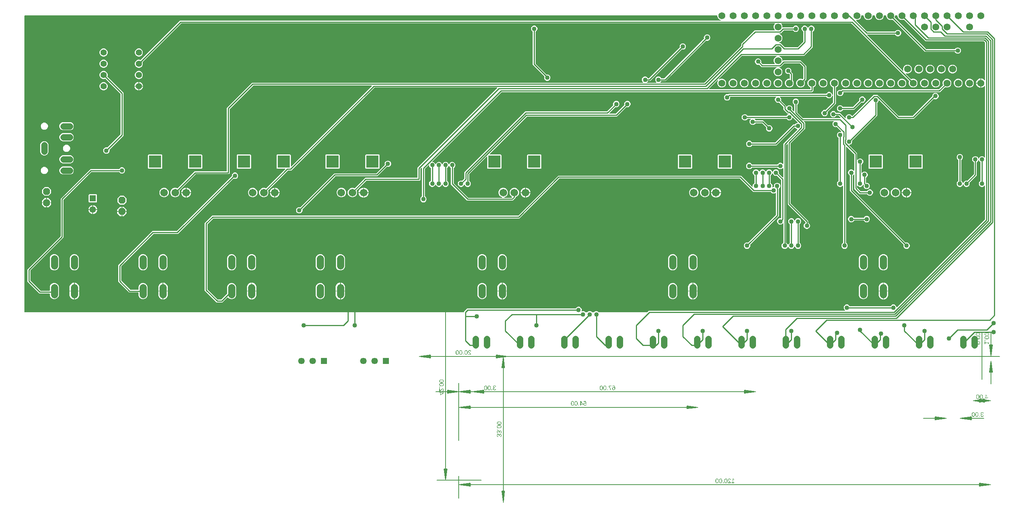
<source format=gbr>
G04 EAGLE Gerber RS-274X export*
G75*
%MOMM*%
%FSLAX34Y34*%
%LPD*%
%INBottom Copper*%
%IPPOS*%
%AMOC8*
5,1,8,0,0,1.08239X$1,22.5*%
G01*
G04 Define Apertures*
%ADD10C,0.130000*%
%ADD11C,0.130000*%
%ADD12P,1.73204X8X112.5*%
%ADD13R,1.459600X1.459600*%
%ADD14C,1.459600*%
%ADD15C,1.409600*%
%ADD16C,1.459600*%
%ADD17C,1.709600*%
%ADD18R,2.800000X2.800000*%
%ADD19C,1.625600*%
%ADD20C,1.574800*%
%ADD21C,1.389600*%
%ADD22C,1.016000*%
%ADD23C,0.243331*%
G36*
X1221287Y500060D02*
X1221537Y500232D01*
X1221700Y500487D01*
X1221751Y500762D01*
X1221751Y501346D01*
X1228654Y508249D01*
X1473139Y508249D01*
X1473436Y508309D01*
X1473686Y508481D01*
X1473843Y508719D01*
X1473971Y509029D01*
X1475971Y511029D01*
X1478585Y512112D01*
X1481415Y512112D01*
X1484029Y511029D01*
X1486029Y509029D01*
X1487112Y506415D01*
X1487112Y503585D01*
X1486774Y502770D01*
X1486716Y502472D01*
X1486779Y502175D01*
X1486952Y501927D01*
X1487209Y501765D01*
X1487509Y501717D01*
X1487770Y501774D01*
X1488585Y502112D01*
X1491415Y502112D01*
X1494029Y501029D01*
X1494835Y500223D01*
X1495088Y500056D01*
X1495374Y500000D01*
X1499627Y500000D01*
X1499924Y500060D01*
X1500165Y500223D01*
X1500971Y501029D01*
X1503585Y502112D01*
X1506415Y502112D01*
X1509029Y501029D01*
X1509835Y500223D01*
X1510088Y500056D01*
X1510374Y500000D01*
X1514627Y500000D01*
X1514924Y500060D01*
X1515165Y500223D01*
X1515971Y501029D01*
X1518585Y502112D01*
X1521415Y502112D01*
X1524029Y501029D01*
X1524835Y500223D01*
X1525088Y500056D01*
X1525374Y500000D01*
X1635090Y500000D01*
X1635387Y500060D01*
X1635629Y500223D01*
X1638546Y503141D01*
X2079962Y503141D01*
X2080259Y503201D01*
X2080509Y503372D01*
X2080673Y503628D01*
X2080724Y503927D01*
X2080654Y504222D01*
X2080501Y504441D01*
X2078971Y505971D01*
X2077888Y508585D01*
X2077888Y511415D01*
X2078971Y514029D01*
X2080971Y516029D01*
X2083585Y517112D01*
X2086415Y517112D01*
X2089029Y516029D01*
X2091029Y514029D01*
X2091157Y513719D01*
X2091327Y513468D01*
X2091581Y513302D01*
X2091861Y513249D01*
X2183139Y513249D01*
X2183436Y513309D01*
X2183686Y513481D01*
X2183843Y513719D01*
X2183971Y514029D01*
X2185971Y516029D01*
X2188585Y517112D01*
X2191415Y517112D01*
X2194029Y516029D01*
X2196029Y514029D01*
X2197111Y511417D01*
X2197281Y511165D01*
X2197535Y511000D01*
X2197833Y510947D01*
X2198129Y511014D01*
X2198354Y511170D01*
X2396528Y709344D01*
X2396696Y709597D01*
X2396751Y709883D01*
X2396751Y784854D01*
X2396691Y785151D01*
X2396520Y785401D01*
X2396264Y785565D01*
X2395965Y785615D01*
X2395670Y785546D01*
X2395451Y785393D01*
X2394029Y783971D01*
X2391415Y782888D01*
X2388585Y782888D01*
X2385971Y783971D01*
X2383971Y785971D01*
X2382888Y788585D01*
X2382888Y791415D01*
X2383971Y794029D01*
X2385971Y796029D01*
X2386281Y796157D01*
X2386532Y796327D01*
X2386698Y796581D01*
X2386751Y796861D01*
X2386751Y838139D01*
X2386691Y838436D01*
X2386520Y838686D01*
X2386281Y838843D01*
X2385971Y838971D01*
X2383971Y840971D01*
X2383204Y842822D01*
X2383035Y843074D01*
X2382780Y843239D01*
X2382482Y843293D01*
X2382186Y843225D01*
X2381940Y843048D01*
X2381796Y842822D01*
X2381029Y840971D01*
X2379029Y838971D01*
X2378719Y838843D01*
X2378468Y838673D01*
X2378302Y838419D01*
X2378249Y838139D01*
X2378249Y808654D01*
X2362149Y792555D01*
X2361981Y792302D01*
X2361926Y792004D01*
X2361984Y791724D01*
X2362112Y791415D01*
X2362112Y788585D01*
X2361029Y785971D01*
X2359029Y783971D01*
X2356415Y782888D01*
X2353585Y782888D01*
X2350971Y783971D01*
X2348971Y785971D01*
X2348204Y787822D01*
X2348035Y788074D01*
X2347780Y788239D01*
X2347482Y788293D01*
X2347186Y788225D01*
X2346940Y788048D01*
X2346796Y787822D01*
X2346029Y785971D01*
X2344029Y783971D01*
X2341415Y782888D01*
X2338585Y782888D01*
X2335971Y783971D01*
X2333971Y785971D01*
X2332888Y788585D01*
X2332888Y791415D01*
X2333971Y794029D01*
X2335971Y796029D01*
X2336281Y796157D01*
X2336532Y796327D01*
X2336698Y796581D01*
X2336751Y796861D01*
X2336751Y843139D01*
X2336691Y843436D01*
X2336520Y843686D01*
X2336281Y843843D01*
X2335971Y843971D01*
X2333971Y845971D01*
X2332888Y848585D01*
X2332888Y851415D01*
X2333971Y854029D01*
X2335971Y856029D01*
X2338585Y857112D01*
X2341415Y857112D01*
X2344029Y856029D01*
X2346029Y854029D01*
X2347112Y851415D01*
X2347112Y848585D01*
X2346029Y845971D01*
X2344029Y843971D01*
X2343719Y843843D01*
X2343468Y843673D01*
X2343302Y843419D01*
X2343249Y843139D01*
X2343249Y796861D01*
X2343309Y796564D01*
X2343481Y796314D01*
X2343719Y796157D01*
X2344029Y796029D01*
X2346029Y794029D01*
X2346796Y792178D01*
X2346966Y791926D01*
X2347220Y791761D01*
X2347518Y791707D01*
X2347814Y791775D01*
X2348060Y791952D01*
X2348204Y792178D01*
X2348971Y794029D01*
X2350971Y796029D01*
X2353585Y797112D01*
X2356415Y797112D01*
X2356724Y796984D01*
X2357022Y796926D01*
X2357319Y796989D01*
X2357555Y797149D01*
X2371528Y811122D01*
X2371696Y811375D01*
X2371751Y811661D01*
X2371751Y838139D01*
X2371691Y838436D01*
X2371520Y838686D01*
X2371281Y838843D01*
X2370971Y838971D01*
X2368971Y840971D01*
X2367888Y843585D01*
X2367888Y846415D01*
X2368971Y849029D01*
X2370971Y851029D01*
X2373585Y852112D01*
X2376415Y852112D01*
X2379029Y851029D01*
X2381029Y849029D01*
X2381796Y847178D01*
X2381966Y846926D01*
X2382220Y846761D01*
X2382518Y846707D01*
X2382814Y846775D01*
X2383060Y846952D01*
X2383204Y847178D01*
X2383971Y849029D01*
X2385971Y851029D01*
X2388585Y852112D01*
X2391415Y852112D01*
X2394029Y851029D01*
X2395451Y849607D01*
X2395703Y849440D01*
X2396002Y849384D01*
X2396298Y849449D01*
X2396545Y849625D01*
X2396704Y849883D01*
X2396751Y850146D01*
X2396751Y1010332D01*
X2396691Y1010630D01*
X2396520Y1010880D01*
X2396264Y1011043D01*
X2395965Y1011094D01*
X2395670Y1011024D01*
X2395451Y1010871D01*
X2392973Y1008394D01*
X2389145Y1006808D01*
X2387836Y1006808D01*
X2387836Y1027636D01*
X2389145Y1027636D01*
X2392973Y1026051D01*
X2395451Y1023573D01*
X2395703Y1023406D01*
X2396002Y1023350D01*
X2396298Y1023415D01*
X2396545Y1023591D01*
X2396704Y1023849D01*
X2396751Y1024112D01*
X2396751Y1108339D01*
X2396691Y1108636D01*
X2396528Y1108878D01*
X2393878Y1111528D01*
X2393625Y1111696D01*
X2393339Y1111751D01*
X2262551Y1111751D01*
X2213967Y1160335D01*
X2213714Y1160502D01*
X2213416Y1160558D01*
X2213137Y1160500D01*
X2211244Y1159716D01*
X2207304Y1159716D01*
X2203663Y1161224D01*
X2200876Y1164011D01*
X2199368Y1167652D01*
X2199368Y1169238D01*
X2199308Y1169535D01*
X2199136Y1169785D01*
X2198881Y1169949D01*
X2198606Y1170000D01*
X2194542Y1170000D01*
X2194245Y1169940D01*
X2193995Y1169768D01*
X2193831Y1169513D01*
X2193780Y1169238D01*
X2193780Y1167652D01*
X2192996Y1165760D01*
X2192938Y1165462D01*
X2193001Y1165165D01*
X2193161Y1164929D01*
X2263658Y1094433D01*
X2263910Y1094266D01*
X2264196Y1094210D01*
X2328647Y1094210D01*
X2328944Y1094270D01*
X2329194Y1094442D01*
X2329295Y1094596D01*
X2331331Y1096631D01*
X2333945Y1097714D01*
X2336774Y1097714D01*
X2339388Y1096631D01*
X2341389Y1094631D01*
X2342471Y1092017D01*
X2342471Y1089187D01*
X2341389Y1086573D01*
X2339388Y1084573D01*
X2336774Y1083490D01*
X2333945Y1083490D01*
X2331331Y1084573D01*
X2329330Y1086573D01*
X2329053Y1087242D01*
X2328883Y1087494D01*
X2328629Y1087659D01*
X2328349Y1087713D01*
X2261189Y1087713D01*
X2188567Y1160335D01*
X2188314Y1160502D01*
X2188016Y1160558D01*
X2187737Y1160500D01*
X2185844Y1159716D01*
X2181904Y1159716D01*
X2178263Y1161224D01*
X2175476Y1164011D01*
X2173968Y1167652D01*
X2173968Y1169238D01*
X2173908Y1169535D01*
X2173736Y1169785D01*
X2173481Y1169949D01*
X2173206Y1170000D01*
X2169142Y1170000D01*
X2168845Y1169940D01*
X2168595Y1169768D01*
X2168431Y1169513D01*
X2168380Y1169238D01*
X2168380Y1167652D01*
X2166872Y1164011D01*
X2164085Y1161224D01*
X2160444Y1159716D01*
X2156504Y1159716D01*
X2152863Y1161224D01*
X2150076Y1164011D01*
X2148568Y1167652D01*
X2148568Y1169238D01*
X2148508Y1169535D01*
X2148336Y1169785D01*
X2148081Y1169949D01*
X2147806Y1170000D01*
X2143742Y1170000D01*
X2143445Y1169940D01*
X2143195Y1169768D01*
X2143031Y1169513D01*
X2142980Y1169238D01*
X2142980Y1167652D01*
X2141472Y1164011D01*
X2138685Y1161224D01*
X2135044Y1159716D01*
X2131104Y1159716D01*
X2127463Y1161224D01*
X2124676Y1164011D01*
X2123168Y1167652D01*
X2123168Y1169238D01*
X2123108Y1169535D01*
X2122936Y1169785D01*
X2122681Y1169949D01*
X2122406Y1170000D01*
X2118342Y1170000D01*
X2118045Y1169940D01*
X2117795Y1169768D01*
X2117631Y1169513D01*
X2117580Y1169238D01*
X2117580Y1167652D01*
X2116072Y1164011D01*
X2113285Y1161224D01*
X2109644Y1159716D01*
X2106718Y1159716D01*
X2106420Y1159656D01*
X2106170Y1159485D01*
X2106007Y1159229D01*
X2105956Y1158930D01*
X2106026Y1158635D01*
X2106179Y1158416D01*
X2130763Y1133831D01*
X2131016Y1133664D01*
X2131302Y1133608D01*
X2193498Y1133608D01*
X2193795Y1133668D01*
X2194045Y1133840D01*
X2194202Y1134078D01*
X2194330Y1134388D01*
X2196331Y1136389D01*
X2198945Y1137471D01*
X2201774Y1137471D01*
X2204388Y1136389D01*
X2206389Y1134388D01*
X2207471Y1131774D01*
X2207471Y1128945D01*
X2206389Y1126331D01*
X2204388Y1124330D01*
X2201774Y1123247D01*
X2198945Y1123247D01*
X2196331Y1124330D01*
X2194330Y1126331D01*
X2194202Y1126640D01*
X2194032Y1126892D01*
X2193778Y1127057D01*
X2193498Y1127111D01*
X2131220Y1127111D01*
X2130923Y1127050D01*
X2130672Y1126879D01*
X2130509Y1126623D01*
X2130458Y1126324D01*
X2130528Y1126029D01*
X2130681Y1125810D01*
X2211183Y1045308D01*
X2211436Y1045140D01*
X2211734Y1045085D01*
X2212030Y1045150D01*
X2212278Y1045325D01*
X2212437Y1045583D01*
X2212483Y1045883D01*
X2212426Y1046138D01*
X2212068Y1047002D01*
X2212068Y1050943D01*
X2213576Y1054584D01*
X2216363Y1057370D01*
X2220004Y1058878D01*
X2223944Y1058878D01*
X2227585Y1057370D01*
X2230372Y1054584D01*
X2231880Y1050943D01*
X2231880Y1047002D01*
X2230372Y1043361D01*
X2227585Y1040574D01*
X2223944Y1039066D01*
X2220004Y1039066D01*
X2219140Y1039424D01*
X2218842Y1039482D01*
X2218545Y1039419D01*
X2218297Y1039246D01*
X2218135Y1038989D01*
X2218087Y1038690D01*
X2218159Y1038395D01*
X2218309Y1038181D01*
X2229981Y1026510D01*
X2230234Y1026342D01*
X2230532Y1026287D01*
X2230811Y1026345D01*
X2232704Y1027128D01*
X2236644Y1027128D01*
X2240285Y1025620D01*
X2243072Y1022834D01*
X2244580Y1019193D01*
X2244580Y1015252D01*
X2243072Y1011611D01*
X2240285Y1008824D01*
X2236644Y1007316D01*
X2232704Y1007316D01*
X2229063Y1008824D01*
X2226276Y1011611D01*
X2224768Y1015252D01*
X2224768Y1019193D01*
X2225552Y1021085D01*
X2225610Y1021383D01*
X2225547Y1021679D01*
X2225387Y1021915D01*
X2095429Y1151873D01*
X2095176Y1152041D01*
X2094890Y1152096D01*
X1937849Y1152096D01*
X1937552Y1152036D01*
X1937301Y1151865D01*
X1937138Y1151609D01*
X1937087Y1151310D01*
X1937157Y1151015D01*
X1937310Y1150796D01*
X1938272Y1149834D01*
X1939780Y1146193D01*
X1939780Y1144011D01*
X1939840Y1143713D01*
X1940012Y1143463D01*
X1940267Y1143300D01*
X1940542Y1143249D01*
X1963139Y1143249D01*
X1963436Y1143309D01*
X1963686Y1143481D01*
X1963843Y1143719D01*
X1963971Y1144029D01*
X1965971Y1146029D01*
X1968585Y1147112D01*
X1971415Y1147112D01*
X1974029Y1146029D01*
X1976029Y1144029D01*
X1977112Y1141415D01*
X1977112Y1138585D01*
X1976029Y1135971D01*
X1974029Y1133971D01*
X1971415Y1132888D01*
X1968585Y1132888D01*
X1965971Y1133971D01*
X1963971Y1135971D01*
X1963843Y1136281D01*
X1963673Y1136532D01*
X1963419Y1136698D01*
X1963139Y1136751D01*
X1943043Y1136751D01*
X1942746Y1136691D01*
X1942504Y1136528D01*
X1935827Y1129851D01*
X1932965Y1129851D01*
X1932668Y1129791D01*
X1932418Y1129619D01*
X1932254Y1129364D01*
X1932203Y1129065D01*
X1932273Y1128770D01*
X1932453Y1128525D01*
X1932673Y1128385D01*
X1935485Y1127220D01*
X1938272Y1124434D01*
X1939780Y1120793D01*
X1939780Y1116852D01*
X1938272Y1113211D01*
X1935485Y1110424D01*
X1932673Y1109260D01*
X1932422Y1109090D01*
X1932256Y1108836D01*
X1932203Y1108538D01*
X1932271Y1108242D01*
X1932448Y1107996D01*
X1932707Y1107839D01*
X1932965Y1107794D01*
X1935827Y1107794D01*
X1945149Y1098472D01*
X1945402Y1098304D01*
X1945688Y1098249D01*
X1973339Y1098249D01*
X1973636Y1098309D01*
X1973878Y1098472D01*
X1986528Y1111122D01*
X1986696Y1111375D01*
X1986751Y1111661D01*
X1986751Y1133139D01*
X1986691Y1133436D01*
X1986520Y1133686D01*
X1986281Y1133843D01*
X1985971Y1133971D01*
X1983971Y1135971D01*
X1982888Y1138585D01*
X1982888Y1141415D01*
X1983971Y1144029D01*
X1985971Y1146029D01*
X1988585Y1147112D01*
X1991415Y1147112D01*
X1994029Y1146029D01*
X1996029Y1144029D01*
X1996796Y1142178D01*
X1996966Y1141926D01*
X1997220Y1141761D01*
X1997518Y1141707D01*
X1997814Y1141775D01*
X1998060Y1141952D01*
X1998204Y1142178D01*
X1998971Y1144029D01*
X2000971Y1146029D01*
X2003585Y1147112D01*
X2006415Y1147112D01*
X2009029Y1146029D01*
X2011029Y1144029D01*
X2012112Y1141415D01*
X2012112Y1138585D01*
X2011029Y1135971D01*
X2009029Y1133971D01*
X2008719Y1133843D01*
X2008468Y1133673D01*
X2008302Y1133419D01*
X2008249Y1133139D01*
X2008249Y1098654D01*
X1988645Y1079051D01*
X1932965Y1079051D01*
X1932668Y1078991D01*
X1932418Y1078819D01*
X1932254Y1078564D01*
X1932203Y1078265D01*
X1932273Y1077970D01*
X1932453Y1077725D01*
X1932673Y1077585D01*
X1935485Y1076420D01*
X1938272Y1073634D01*
X1939780Y1069993D01*
X1939780Y1068632D01*
X1939840Y1068335D01*
X1940012Y1068085D01*
X1940267Y1067922D01*
X1940566Y1067871D01*
X1940861Y1067941D01*
X1941081Y1068094D01*
X1941236Y1068249D01*
X1981346Y1068249D01*
X1993249Y1056346D01*
X1993249Y1025203D01*
X1989961Y1021915D01*
X1989794Y1021663D01*
X1989738Y1021365D01*
X1989796Y1021085D01*
X1990580Y1019193D01*
X1990580Y1015252D01*
X1989072Y1011611D01*
X1986285Y1008824D01*
X1982644Y1007316D01*
X1978704Y1007316D01*
X1975063Y1008824D01*
X1972276Y1011611D01*
X1970768Y1015252D01*
X1970768Y1019193D01*
X1972276Y1022834D01*
X1975063Y1025620D01*
X1978704Y1027128D01*
X1982644Y1027128D01*
X1984537Y1026345D01*
X1984834Y1026287D01*
X1985131Y1026349D01*
X1985367Y1026510D01*
X1986528Y1027671D01*
X1986696Y1027924D01*
X1986751Y1028210D01*
X1986751Y1053339D01*
X1986691Y1053636D01*
X1986528Y1053878D01*
X1978878Y1061528D01*
X1978625Y1061696D01*
X1978339Y1061751D01*
X1944243Y1061751D01*
X1943946Y1061691D01*
X1943704Y1061528D01*
X1935827Y1053651D01*
X1932965Y1053651D01*
X1932668Y1053591D01*
X1932418Y1053419D01*
X1932254Y1053164D01*
X1932203Y1052865D01*
X1932273Y1052570D01*
X1932453Y1052325D01*
X1932673Y1052185D01*
X1935485Y1051020D01*
X1938272Y1048234D01*
X1939780Y1044593D01*
X1939780Y1040652D01*
X1938272Y1037011D01*
X1935485Y1034224D01*
X1931844Y1032716D01*
X1927904Y1032716D01*
X1924263Y1034224D01*
X1921476Y1037011D01*
X1919968Y1040652D01*
X1919968Y1044593D01*
X1921476Y1048234D01*
X1924263Y1051020D01*
X1927075Y1052185D01*
X1927326Y1052355D01*
X1927492Y1052609D01*
X1927545Y1052907D01*
X1927477Y1053203D01*
X1927300Y1053449D01*
X1927041Y1053606D01*
X1926783Y1053651D01*
X1892530Y1053651D01*
X1887555Y1058627D01*
X1887302Y1058794D01*
X1887004Y1058850D01*
X1886724Y1058792D01*
X1886415Y1058664D01*
X1883585Y1058664D01*
X1880971Y1059747D01*
X1878971Y1061747D01*
X1877888Y1064361D01*
X1877888Y1067190D01*
X1878971Y1069804D01*
X1880971Y1071805D01*
X1883585Y1072888D01*
X1886415Y1072888D01*
X1889029Y1071805D01*
X1891029Y1069804D01*
X1892112Y1067190D01*
X1892112Y1064361D01*
X1891984Y1064052D01*
X1891926Y1063754D01*
X1891989Y1063457D01*
X1892149Y1063221D01*
X1894999Y1060372D01*
X1895251Y1060204D01*
X1895537Y1060148D01*
X1921899Y1060148D01*
X1922196Y1060209D01*
X1922447Y1060380D01*
X1922610Y1060636D01*
X1922661Y1060935D01*
X1922591Y1061230D01*
X1922438Y1061449D01*
X1921476Y1062411D01*
X1919968Y1066052D01*
X1919968Y1069993D01*
X1921476Y1073634D01*
X1924263Y1076420D01*
X1927075Y1077585D01*
X1927326Y1077755D01*
X1927492Y1078009D01*
X1927545Y1078307D01*
X1927477Y1078603D01*
X1927300Y1078849D01*
X1927041Y1079006D01*
X1926783Y1079051D01*
X1848961Y1079051D01*
X1848664Y1078991D01*
X1848422Y1078828D01*
X1796475Y1026881D01*
X1796308Y1026628D01*
X1796252Y1026330D01*
X1796317Y1026034D01*
X1796493Y1025786D01*
X1796751Y1025627D01*
X1797050Y1025581D01*
X1797306Y1025638D01*
X1800904Y1027128D01*
X1804844Y1027128D01*
X1808485Y1025620D01*
X1811272Y1022834D01*
X1812780Y1019193D01*
X1812780Y1015252D01*
X1811272Y1011611D01*
X1808485Y1008824D01*
X1804844Y1007316D01*
X1800904Y1007316D01*
X1797263Y1008824D01*
X1794476Y1011611D01*
X1792968Y1015252D01*
X1792968Y1019193D01*
X1794458Y1022791D01*
X1794516Y1023088D01*
X1794454Y1023385D01*
X1794280Y1023634D01*
X1794023Y1023795D01*
X1793724Y1023844D01*
X1793429Y1023772D01*
X1793216Y1023621D01*
X1774144Y1004549D01*
X1773976Y1004297D01*
X1773921Y1003999D01*
X1773986Y1003702D01*
X1774161Y1003455D01*
X1774419Y1003296D01*
X1774683Y1003249D01*
X2002063Y1003249D01*
X2002361Y1003309D01*
X2002611Y1003481D01*
X2002774Y1003736D01*
X2002825Y1004011D01*
X2002825Y1007337D01*
X2002765Y1007634D01*
X2002594Y1007884D01*
X2002355Y1008041D01*
X2000463Y1008824D01*
X1997676Y1011611D01*
X1996168Y1015252D01*
X1996168Y1019193D01*
X1997676Y1022834D01*
X2000463Y1025620D01*
X2004104Y1027128D01*
X2008044Y1027128D01*
X2011685Y1025620D01*
X2014472Y1022834D01*
X2015980Y1019193D01*
X2015980Y1015252D01*
X2014472Y1011611D01*
X2011685Y1008824D01*
X2009793Y1008041D01*
X2009542Y1007871D01*
X2009376Y1007617D01*
X2009323Y1007337D01*
X2009323Y999728D01*
X2006346Y996751D01*
X1306661Y996751D01*
X1306364Y996691D01*
X1306122Y996528D01*
X1150011Y840417D01*
X1149844Y840164D01*
X1149788Y839866D01*
X1149853Y839570D01*
X1150029Y839322D01*
X1150287Y839163D01*
X1150550Y839116D01*
X1151415Y839116D01*
X1154029Y838033D01*
X1156029Y836033D01*
X1156796Y834182D01*
X1156966Y833930D01*
X1157220Y833765D01*
X1157518Y833711D01*
X1157814Y833779D01*
X1158060Y833956D01*
X1158204Y834182D01*
X1158971Y836033D01*
X1160971Y838033D01*
X1163585Y839116D01*
X1166415Y839116D01*
X1169029Y838033D01*
X1171029Y836033D01*
X1171796Y834182D01*
X1171966Y833930D01*
X1172220Y833765D01*
X1172518Y833711D01*
X1172814Y833779D01*
X1173060Y833956D01*
X1173204Y834182D01*
X1173971Y836033D01*
X1175971Y838033D01*
X1178585Y839116D01*
X1181415Y839116D01*
X1184029Y838033D01*
X1186029Y836033D01*
X1186796Y834182D01*
X1186966Y833930D01*
X1187220Y833765D01*
X1187518Y833711D01*
X1187814Y833779D01*
X1188060Y833956D01*
X1188204Y834182D01*
X1188971Y836033D01*
X1190971Y838033D01*
X1193585Y839116D01*
X1196415Y839116D01*
X1199029Y838033D01*
X1201029Y836033D01*
X1202112Y833419D01*
X1202112Y830589D01*
X1201029Y827975D01*
X1199029Y825975D01*
X1198719Y825847D01*
X1198468Y825677D01*
X1198302Y825423D01*
X1198249Y825143D01*
X1198249Y791661D01*
X1198309Y791364D01*
X1198472Y791122D01*
X1231122Y758472D01*
X1231375Y758304D01*
X1231661Y758249D01*
X1306893Y758249D01*
X1307190Y758309D01*
X1307440Y758481D01*
X1307603Y758736D01*
X1307654Y759035D01*
X1307584Y759330D01*
X1307405Y759575D01*
X1307184Y759715D01*
X1304007Y761031D01*
X1301031Y764007D01*
X1299420Y767896D01*
X1299420Y772105D01*
X1301031Y775993D01*
X1304007Y778969D01*
X1307896Y780580D01*
X1312105Y780580D01*
X1315993Y778969D01*
X1318969Y775993D01*
X1320580Y772105D01*
X1320580Y767896D01*
X1318969Y764007D01*
X1315993Y761031D01*
X1312816Y759715D01*
X1312564Y759545D01*
X1312399Y759291D01*
X1312346Y758992D01*
X1312413Y758697D01*
X1312591Y758451D01*
X1312850Y758294D01*
X1313107Y758249D01*
X1328339Y758249D01*
X1328636Y758309D01*
X1328878Y758472D01*
X1329918Y759513D01*
X1330086Y759766D01*
X1330142Y760064D01*
X1330076Y760360D01*
X1329901Y760607D01*
X1329671Y760756D01*
X1329007Y761031D01*
X1326031Y764007D01*
X1324420Y767896D01*
X1324420Y772105D01*
X1326031Y775993D01*
X1329007Y778969D01*
X1332896Y780580D01*
X1337105Y780580D01*
X1340993Y778969D01*
X1343969Y775993D01*
X1345580Y772105D01*
X1345580Y767896D01*
X1343969Y764007D01*
X1340993Y761031D01*
X1338719Y760089D01*
X1338468Y759919D01*
X1338302Y759665D01*
X1338249Y759385D01*
X1338249Y758654D01*
X1331346Y751751D01*
X1228654Y751751D01*
X1191751Y788654D01*
X1191751Y825143D01*
X1191691Y825440D01*
X1191520Y825690D01*
X1191281Y825847D01*
X1190971Y825975D01*
X1188971Y827975D01*
X1188204Y829826D01*
X1188035Y830078D01*
X1187780Y830243D01*
X1187482Y830297D01*
X1187186Y830229D01*
X1186940Y830052D01*
X1186796Y829826D01*
X1186029Y827975D01*
X1184029Y825975D01*
X1183719Y825847D01*
X1183468Y825677D01*
X1183302Y825423D01*
X1183249Y825143D01*
X1183249Y796861D01*
X1183309Y796564D01*
X1183481Y796314D01*
X1183719Y796157D01*
X1184029Y796029D01*
X1186029Y794029D01*
X1187112Y791415D01*
X1187112Y788585D01*
X1186029Y785971D01*
X1184029Y783971D01*
X1181415Y782888D01*
X1178585Y782888D01*
X1175971Y783971D01*
X1173971Y785971D01*
X1173204Y787822D01*
X1173035Y788074D01*
X1172780Y788239D01*
X1172482Y788293D01*
X1172186Y788225D01*
X1171940Y788048D01*
X1171796Y787822D01*
X1171029Y785971D01*
X1169029Y783971D01*
X1166415Y782888D01*
X1163585Y782888D01*
X1160971Y783971D01*
X1158971Y785971D01*
X1158204Y787822D01*
X1158035Y788074D01*
X1157780Y788239D01*
X1157482Y788293D01*
X1157186Y788225D01*
X1156940Y788048D01*
X1156796Y787822D01*
X1156029Y785971D01*
X1154029Y783971D01*
X1151415Y782888D01*
X1148585Y782888D01*
X1145971Y783971D01*
X1143971Y785971D01*
X1142888Y788585D01*
X1142888Y791415D01*
X1143971Y794029D01*
X1145971Y796029D01*
X1146281Y796157D01*
X1146532Y796327D01*
X1146698Y796581D01*
X1146751Y796861D01*
X1146751Y825143D01*
X1146691Y825440D01*
X1146520Y825690D01*
X1146281Y825847D01*
X1145971Y825975D01*
X1143971Y827975D01*
X1142888Y830589D01*
X1142888Y831454D01*
X1142828Y831751D01*
X1142656Y832001D01*
X1142401Y832165D01*
X1142102Y832216D01*
X1141807Y832146D01*
X1141587Y831993D01*
X1133472Y823878D01*
X1133304Y823625D01*
X1133249Y823339D01*
X1133249Y761861D01*
X1133309Y761564D01*
X1133481Y761314D01*
X1133719Y761157D01*
X1134029Y761029D01*
X1136029Y759029D01*
X1137112Y756415D01*
X1137112Y753585D01*
X1136029Y750971D01*
X1134029Y748971D01*
X1131415Y747888D01*
X1128585Y747888D01*
X1125971Y748971D01*
X1123971Y750971D01*
X1122888Y753585D01*
X1122888Y756415D01*
X1123971Y759029D01*
X1125971Y761029D01*
X1126281Y761157D01*
X1126532Y761327D01*
X1126698Y761581D01*
X1126751Y761861D01*
X1126751Y825317D01*
X1126691Y825615D01*
X1126520Y825865D01*
X1126264Y826028D01*
X1125965Y826079D01*
X1125670Y826009D01*
X1125451Y825856D01*
X1123472Y823878D01*
X1123304Y823625D01*
X1123249Y823339D01*
X1123249Y798654D01*
X1121346Y796751D01*
X1001661Y796751D01*
X1001364Y796691D01*
X1001122Y796528D01*
X979803Y775209D01*
X979636Y774956D01*
X979580Y774658D01*
X979638Y774379D01*
X980580Y772105D01*
X980580Y767896D01*
X978969Y764007D01*
X975993Y761031D01*
X972105Y759420D01*
X967896Y759420D01*
X964007Y761031D01*
X961031Y764007D01*
X959420Y767896D01*
X959420Y772105D01*
X961031Y775993D01*
X964007Y778969D01*
X967896Y780580D01*
X972105Y780580D01*
X974379Y779638D01*
X974676Y779580D01*
X974973Y779643D01*
X975209Y779803D01*
X998654Y803249D01*
X1115989Y803249D01*
X1116287Y803309D01*
X1116537Y803481D01*
X1116700Y803736D01*
X1116751Y804011D01*
X1116751Y826346D01*
X1296391Y1005985D01*
X1296558Y1006238D01*
X1296614Y1006536D01*
X1296549Y1006832D01*
X1296373Y1007080D01*
X1296115Y1007239D01*
X1295852Y1007286D01*
X1019790Y1007286D01*
X1019493Y1007226D01*
X1019251Y1007063D01*
X831691Y819503D01*
X824413Y819503D01*
X824115Y819442D01*
X823874Y819280D01*
X779803Y775209D01*
X779636Y774956D01*
X779580Y774658D01*
X779638Y774379D01*
X780580Y772105D01*
X780580Y767896D01*
X778969Y764007D01*
X775993Y761031D01*
X772105Y759420D01*
X767896Y759420D01*
X764007Y761031D01*
X761031Y764007D01*
X759420Y767896D01*
X759420Y772105D01*
X761031Y775993D01*
X764007Y778969D01*
X767896Y780580D01*
X772105Y780580D01*
X774379Y779638D01*
X774676Y779580D01*
X774973Y779643D01*
X775209Y779803D01*
X818073Y822667D01*
X818240Y822920D01*
X818296Y823218D01*
X818231Y823514D01*
X818055Y823762D01*
X817797Y823921D01*
X817534Y823968D01*
X800158Y823968D01*
X798968Y825158D01*
X798968Y854842D01*
X800158Y856032D01*
X829842Y856032D01*
X831032Y854842D01*
X831032Y829872D01*
X831092Y829574D01*
X831264Y829324D01*
X831519Y829161D01*
X831818Y829110D01*
X832113Y829180D01*
X832333Y829333D01*
X1013450Y1010451D01*
X1013618Y1010703D01*
X1013674Y1011002D01*
X1013608Y1011298D01*
X1013433Y1011545D01*
X1013175Y1011704D01*
X1012912Y1011751D01*
X746661Y1011751D01*
X746364Y1011691D01*
X746122Y1011528D01*
X693472Y958878D01*
X693304Y958625D01*
X693249Y958339D01*
X693249Y813654D01*
X691346Y811751D01*
X616661Y811751D01*
X616364Y811691D01*
X616122Y811528D01*
X579803Y775209D01*
X579636Y774956D01*
X579580Y774658D01*
X579638Y774379D01*
X580580Y772105D01*
X580580Y767896D01*
X578969Y764007D01*
X575993Y761031D01*
X572105Y759420D01*
X567896Y759420D01*
X564007Y761031D01*
X561031Y764007D01*
X559420Y767896D01*
X559420Y772105D01*
X561031Y775993D01*
X564007Y778969D01*
X567896Y780580D01*
X572105Y780580D01*
X574379Y779638D01*
X574676Y779580D01*
X574973Y779643D01*
X575209Y779803D01*
X613654Y818249D01*
X685989Y818249D01*
X686287Y818309D01*
X686537Y818481D01*
X686700Y818736D01*
X686751Y819011D01*
X686751Y961346D01*
X743654Y1018249D01*
X1624854Y1018249D01*
X1625151Y1018309D01*
X1625401Y1018481D01*
X1625565Y1018736D01*
X1625615Y1019035D01*
X1625546Y1019330D01*
X1625393Y1019549D01*
X1623971Y1020971D01*
X1622888Y1023585D01*
X1622888Y1026415D01*
X1623971Y1029029D01*
X1625971Y1031029D01*
X1628585Y1032112D01*
X1631415Y1032112D01*
X1634029Y1031029D01*
X1636029Y1029029D01*
X1636157Y1028719D01*
X1636327Y1028468D01*
X1636581Y1028302D01*
X1636861Y1028249D01*
X1638339Y1028249D01*
X1638636Y1028309D01*
X1638878Y1028472D01*
X1707851Y1097445D01*
X1708019Y1097698D01*
X1708074Y1097996D01*
X1708016Y1098276D01*
X1707888Y1098585D01*
X1707888Y1101415D01*
X1708971Y1104029D01*
X1710971Y1106029D01*
X1713585Y1107112D01*
X1716415Y1107112D01*
X1719029Y1106029D01*
X1721029Y1104029D01*
X1722112Y1101415D01*
X1722112Y1098585D01*
X1721029Y1095971D01*
X1719029Y1093971D01*
X1716415Y1092888D01*
X1713585Y1092888D01*
X1713276Y1093016D01*
X1712978Y1093074D01*
X1712681Y1093011D01*
X1712445Y1092851D01*
X1641346Y1021751D01*
X1636861Y1021751D01*
X1636564Y1021691D01*
X1636314Y1021520D01*
X1636157Y1021281D01*
X1636029Y1020971D01*
X1634607Y1019549D01*
X1634440Y1019297D01*
X1634384Y1018999D01*
X1634449Y1018702D01*
X1634625Y1018455D01*
X1634883Y1018296D01*
X1635146Y1018249D01*
X1654854Y1018249D01*
X1655151Y1018309D01*
X1655401Y1018481D01*
X1655565Y1018736D01*
X1655615Y1019035D01*
X1655546Y1019330D01*
X1655393Y1019549D01*
X1653971Y1020971D01*
X1652888Y1023585D01*
X1652888Y1026415D01*
X1653971Y1029029D01*
X1655971Y1031029D01*
X1658585Y1032112D01*
X1661415Y1032112D01*
X1664029Y1031029D01*
X1666029Y1029029D01*
X1666157Y1028719D01*
X1666327Y1028468D01*
X1666581Y1028302D01*
X1666861Y1028249D01*
X1673339Y1028249D01*
X1673636Y1028309D01*
X1673878Y1028472D01*
X1762851Y1117445D01*
X1763019Y1117698D01*
X1763074Y1117996D01*
X1763016Y1118276D01*
X1762888Y1118585D01*
X1762888Y1121415D01*
X1763971Y1124029D01*
X1765971Y1126029D01*
X1768585Y1127112D01*
X1771415Y1127112D01*
X1774029Y1126029D01*
X1776029Y1124029D01*
X1777112Y1121415D01*
X1777112Y1118585D01*
X1776029Y1115971D01*
X1774029Y1113971D01*
X1771415Y1112888D01*
X1768585Y1112888D01*
X1768276Y1113016D01*
X1767978Y1113074D01*
X1767681Y1113011D01*
X1767445Y1112851D01*
X1676346Y1021751D01*
X1666861Y1021751D01*
X1666564Y1021691D01*
X1666314Y1021520D01*
X1666157Y1021281D01*
X1666029Y1020971D01*
X1664607Y1019549D01*
X1664440Y1019297D01*
X1664384Y1018999D01*
X1664449Y1018702D01*
X1664625Y1018455D01*
X1664883Y1018296D01*
X1665146Y1018249D01*
X1763339Y1018249D01*
X1763636Y1018309D01*
X1763878Y1018472D01*
X1846528Y1101122D01*
X1846696Y1101375D01*
X1846751Y1101661D01*
X1846751Y1106346D01*
X1876754Y1136348D01*
X1921899Y1136348D01*
X1922196Y1136409D01*
X1922447Y1136580D01*
X1922610Y1136836D01*
X1922661Y1137135D01*
X1922591Y1137430D01*
X1922438Y1137649D01*
X1921476Y1138611D01*
X1919968Y1142252D01*
X1919968Y1146193D01*
X1921476Y1149834D01*
X1922438Y1150796D01*
X1922606Y1151048D01*
X1922661Y1151347D01*
X1922596Y1151643D01*
X1922421Y1151890D01*
X1922163Y1152049D01*
X1921899Y1152096D01*
X583906Y1152096D01*
X583609Y1152036D01*
X583368Y1151873D01*
X496579Y1065084D01*
X496411Y1064832D01*
X496356Y1064533D01*
X496413Y1064254D01*
X496980Y1062886D01*
X496980Y1059314D01*
X495613Y1056013D01*
X493087Y1053487D01*
X489786Y1052120D01*
X486214Y1052120D01*
X482913Y1053487D01*
X480387Y1056013D01*
X479020Y1059314D01*
X479020Y1062886D01*
X480387Y1066187D01*
X482913Y1068713D01*
X486214Y1070080D01*
X489786Y1070080D01*
X491154Y1069513D01*
X491452Y1069456D01*
X491748Y1069518D01*
X491984Y1069679D01*
X580899Y1158594D01*
X1799783Y1158594D01*
X1800080Y1158654D01*
X1800330Y1158826D01*
X1800494Y1159081D01*
X1800545Y1159380D01*
X1800475Y1159675D01*
X1800296Y1159920D01*
X1800075Y1160060D01*
X1797263Y1161224D01*
X1794476Y1164011D01*
X1792968Y1167652D01*
X1792968Y1169238D01*
X1792908Y1169535D01*
X1792736Y1169785D01*
X1792481Y1169949D01*
X1792206Y1170000D01*
X230762Y1170000D01*
X230465Y1169940D01*
X230215Y1169768D01*
X230051Y1169513D01*
X230000Y1169238D01*
X230000Y500762D01*
X230060Y500465D01*
X230232Y500215D01*
X230487Y500051D01*
X230762Y500000D01*
X1220989Y500000D01*
X1221287Y500060D01*
G37*
%LPC*%
G36*
X1408077Y1022380D02*
X1405463Y1023463D01*
X1403463Y1025463D01*
X1402380Y1028077D01*
X1402380Y1030907D01*
X1402806Y1031935D01*
X1402864Y1032232D01*
X1402801Y1032529D01*
X1402641Y1032765D01*
X1376751Y1058654D01*
X1376751Y1133139D01*
X1376691Y1133436D01*
X1376520Y1133686D01*
X1376281Y1133843D01*
X1375971Y1133971D01*
X1373971Y1135971D01*
X1372888Y1138585D01*
X1372888Y1141415D01*
X1373971Y1144029D01*
X1375971Y1146029D01*
X1378585Y1147112D01*
X1381415Y1147112D01*
X1384029Y1146029D01*
X1386029Y1144029D01*
X1387112Y1141415D01*
X1387112Y1138585D01*
X1386029Y1135971D01*
X1384029Y1133971D01*
X1383719Y1133843D01*
X1383468Y1133673D01*
X1383302Y1133419D01*
X1383249Y1133139D01*
X1383249Y1061661D01*
X1383309Y1061364D01*
X1383472Y1061122D01*
X1407767Y1036827D01*
X1408020Y1036660D01*
X1408306Y1036604D01*
X1410907Y1036604D01*
X1413521Y1035521D01*
X1415521Y1033521D01*
X1416604Y1030907D01*
X1416604Y1028077D01*
X1415521Y1025463D01*
X1413521Y1023463D01*
X1410907Y1022380D01*
X1408077Y1022380D01*
G37*
G36*
X486214Y1077520D02*
X482913Y1078887D01*
X480387Y1081413D01*
X479020Y1084714D01*
X479020Y1088286D01*
X480387Y1091587D01*
X482913Y1094113D01*
X486214Y1095480D01*
X489786Y1095480D01*
X493087Y1094113D01*
X495613Y1091587D01*
X496980Y1088286D01*
X496980Y1084714D01*
X495613Y1081413D01*
X493087Y1078887D01*
X489786Y1077520D01*
X486214Y1077520D01*
G37*
G36*
X406814Y1077520D02*
X403513Y1078887D01*
X400987Y1081413D01*
X399620Y1084714D01*
X399620Y1088286D01*
X400987Y1091587D01*
X403513Y1094113D01*
X406814Y1095480D01*
X410386Y1095480D01*
X413687Y1094113D01*
X416213Y1091587D01*
X417580Y1088286D01*
X417580Y1084714D01*
X416213Y1081413D01*
X413687Y1078887D01*
X410386Y1077520D01*
X406814Y1077520D01*
G37*
G36*
X406814Y1052120D02*
X403513Y1053487D01*
X400987Y1056013D01*
X399620Y1059314D01*
X399620Y1062886D01*
X400987Y1066187D01*
X403513Y1068713D01*
X406814Y1070080D01*
X410386Y1070080D01*
X413687Y1068713D01*
X416213Y1066187D01*
X417580Y1062886D01*
X417580Y1059314D01*
X416213Y1056013D01*
X413687Y1053487D01*
X410386Y1052120D01*
X406814Y1052120D01*
G37*
G36*
X2321604Y1039066D02*
X2317963Y1040574D01*
X2315176Y1043361D01*
X2313668Y1047002D01*
X2313668Y1050943D01*
X2315176Y1054584D01*
X2317963Y1057370D01*
X2321604Y1058878D01*
X2325544Y1058878D01*
X2329185Y1057370D01*
X2331972Y1054584D01*
X2333480Y1050943D01*
X2333480Y1047002D01*
X2331972Y1043361D01*
X2329185Y1040574D01*
X2325544Y1039066D01*
X2321604Y1039066D01*
G37*
G36*
X2296204Y1039066D02*
X2292563Y1040574D01*
X2289776Y1043361D01*
X2288268Y1047002D01*
X2288268Y1050943D01*
X2289776Y1054584D01*
X2292563Y1057370D01*
X2296204Y1058878D01*
X2300144Y1058878D01*
X2303785Y1057370D01*
X2306572Y1054584D01*
X2308080Y1050943D01*
X2308080Y1047002D01*
X2306572Y1043361D01*
X2303785Y1040574D01*
X2300144Y1039066D01*
X2296204Y1039066D01*
G37*
G36*
X2270804Y1039066D02*
X2267163Y1040574D01*
X2264376Y1043361D01*
X2262868Y1047002D01*
X2262868Y1050943D01*
X2264376Y1054584D01*
X2267163Y1057370D01*
X2270804Y1058878D01*
X2274744Y1058878D01*
X2278385Y1057370D01*
X2281172Y1054584D01*
X2282680Y1050943D01*
X2282680Y1047002D01*
X2281172Y1043361D01*
X2278385Y1040574D01*
X2274744Y1039066D01*
X2270804Y1039066D01*
G37*
G36*
X2245404Y1039066D02*
X2241763Y1040574D01*
X2238976Y1043361D01*
X2237468Y1047002D01*
X2237468Y1050943D01*
X2238976Y1054584D01*
X2241763Y1057370D01*
X2245404Y1058878D01*
X2249344Y1058878D01*
X2252985Y1057370D01*
X2255772Y1054584D01*
X2257280Y1050943D01*
X2257280Y1047002D01*
X2255772Y1043361D01*
X2252985Y1040574D01*
X2249344Y1039066D01*
X2245404Y1039066D01*
G37*
G36*
X1953304Y1007316D02*
X1949663Y1008824D01*
X1946876Y1011611D01*
X1945368Y1015252D01*
X1945368Y1019193D01*
X1946876Y1022834D01*
X1949663Y1025620D01*
X1953304Y1027128D01*
X1955989Y1027128D01*
X1956287Y1027189D01*
X1956537Y1027360D01*
X1956700Y1027616D01*
X1956751Y1027890D01*
X1956751Y1036335D01*
X1956691Y1036632D01*
X1956528Y1036874D01*
X1955551Y1037851D01*
X1955298Y1038019D01*
X1955000Y1038074D01*
X1954720Y1038016D01*
X1954411Y1037888D01*
X1951581Y1037888D01*
X1948967Y1038971D01*
X1946967Y1040971D01*
X1945884Y1043585D01*
X1945884Y1046415D01*
X1946967Y1049029D01*
X1948967Y1051029D01*
X1951581Y1052112D01*
X1954411Y1052112D01*
X1957025Y1051029D01*
X1959025Y1049029D01*
X1960108Y1046415D01*
X1960108Y1043585D01*
X1959980Y1043276D01*
X1959922Y1042978D01*
X1959985Y1042681D01*
X1960145Y1042445D01*
X1963249Y1039342D01*
X1963249Y1023573D01*
X1963309Y1023275D01*
X1963472Y1023034D01*
X1963672Y1022834D01*
X1965180Y1019193D01*
X1965180Y1015252D01*
X1963672Y1011611D01*
X1960885Y1008824D01*
X1957244Y1007316D01*
X1953304Y1007316D01*
G37*
G36*
X486214Y1026720D02*
X482913Y1028087D01*
X480387Y1030613D01*
X479020Y1033914D01*
X479020Y1037486D01*
X480387Y1040787D01*
X482913Y1043313D01*
X486214Y1044680D01*
X489786Y1044680D01*
X493087Y1043313D01*
X495613Y1040787D01*
X496980Y1037486D01*
X496980Y1033914D01*
X495613Y1030613D01*
X493087Y1028087D01*
X489786Y1026720D01*
X486214Y1026720D01*
G37*
G36*
X413585Y857888D02*
X410971Y858971D01*
X408971Y860971D01*
X407888Y863585D01*
X407888Y866415D01*
X408971Y869029D01*
X410971Y871029D01*
X413585Y872112D01*
X416415Y872112D01*
X416724Y871984D01*
X417022Y871926D01*
X417319Y871989D01*
X417555Y872149D01*
X446528Y901122D01*
X446696Y901375D01*
X446751Y901661D01*
X446751Y992639D01*
X446691Y992936D01*
X446528Y993178D01*
X412584Y1027121D01*
X412332Y1027289D01*
X412033Y1027344D01*
X411754Y1027287D01*
X410386Y1026720D01*
X406814Y1026720D01*
X403513Y1028087D01*
X400987Y1030613D01*
X399620Y1033914D01*
X399620Y1037486D01*
X400987Y1040787D01*
X403513Y1043313D01*
X406814Y1044680D01*
X410386Y1044680D01*
X413687Y1043313D01*
X416213Y1040787D01*
X417580Y1037486D01*
X417580Y1033914D01*
X417013Y1032546D01*
X416956Y1032248D01*
X417018Y1031952D01*
X417179Y1031716D01*
X453249Y995646D01*
X453249Y898654D01*
X422149Y867555D01*
X421981Y867302D01*
X421926Y867004D01*
X421984Y866724D01*
X422112Y866415D01*
X422112Y863585D01*
X421029Y860971D01*
X419029Y858971D01*
X416415Y857888D01*
X413585Y857888D01*
G37*
G36*
X2376660Y1017984D02*
X2376660Y1019294D01*
X2378245Y1023121D01*
X2381175Y1026051D01*
X2385003Y1027636D01*
X2386312Y1027636D01*
X2386312Y1017984D01*
X2376660Y1017984D01*
G37*
G36*
X2283504Y1007316D02*
X2279863Y1008824D01*
X2277076Y1011611D01*
X2275568Y1015252D01*
X2275568Y1019193D01*
X2277076Y1022834D01*
X2279863Y1025620D01*
X2283504Y1027128D01*
X2287444Y1027128D01*
X2291085Y1025620D01*
X2293872Y1022834D01*
X2295380Y1019193D01*
X2295380Y1015252D01*
X2293872Y1011611D01*
X2291085Y1008824D01*
X2287444Y1007316D01*
X2283504Y1007316D01*
G37*
G36*
X1851704Y1007316D02*
X1848063Y1008824D01*
X1845276Y1011611D01*
X1843768Y1015252D01*
X1843768Y1019193D01*
X1845276Y1022834D01*
X1848063Y1025620D01*
X1851704Y1027128D01*
X1855644Y1027128D01*
X1859285Y1025620D01*
X1862072Y1022834D01*
X1863580Y1019193D01*
X1863580Y1015252D01*
X1862072Y1011611D01*
X1859285Y1008824D01*
X1855644Y1007316D01*
X1851704Y1007316D01*
G37*
G36*
X2334304Y1007316D02*
X2330663Y1008824D01*
X2327876Y1011611D01*
X2326368Y1015252D01*
X2326368Y1019193D01*
X2327876Y1022834D01*
X2330663Y1025620D01*
X2334304Y1027128D01*
X2338244Y1027128D01*
X2341885Y1025620D01*
X2344672Y1022834D01*
X2346180Y1019193D01*
X2346180Y1015252D01*
X2344672Y1011611D01*
X2341885Y1008824D01*
X2338244Y1007316D01*
X2334304Y1007316D01*
G37*
G36*
X2156504Y1007316D02*
X2152863Y1008824D01*
X2150076Y1011611D01*
X2148568Y1015252D01*
X2148568Y1019193D01*
X2150076Y1022834D01*
X2152863Y1025620D01*
X2156504Y1027128D01*
X2160444Y1027128D01*
X2164085Y1025620D01*
X2166872Y1022834D01*
X2168380Y1019193D01*
X2168380Y1015252D01*
X2166872Y1011611D01*
X2164085Y1008824D01*
X2160444Y1007316D01*
X2156504Y1007316D01*
G37*
G36*
X663654Y521751D02*
X636751Y548654D01*
X636751Y701346D01*
X653654Y718249D01*
X1343339Y718249D01*
X1343636Y718309D01*
X1343878Y718472D01*
X1433654Y808249D01*
X1846346Y808249D01*
X1871587Y783007D01*
X1871840Y782840D01*
X1872138Y782784D01*
X1872434Y782849D01*
X1872682Y783025D01*
X1872841Y783283D01*
X1872888Y783546D01*
X1872888Y786415D01*
X1873971Y789029D01*
X1875971Y791029D01*
X1876281Y791157D01*
X1876532Y791327D01*
X1876698Y791581D01*
X1876751Y791861D01*
X1876751Y808139D01*
X1876691Y808436D01*
X1876520Y808686D01*
X1876281Y808843D01*
X1875971Y808971D01*
X1873971Y810971D01*
X1872888Y813585D01*
X1872888Y816415D01*
X1873971Y819029D01*
X1875971Y821029D01*
X1878585Y822112D01*
X1881415Y822112D01*
X1884029Y821029D01*
X1886029Y819029D01*
X1886796Y817178D01*
X1886966Y816926D01*
X1887220Y816761D01*
X1887518Y816707D01*
X1887814Y816775D01*
X1888060Y816952D01*
X1888204Y817178D01*
X1888971Y819029D01*
X1890971Y821029D01*
X1893585Y822112D01*
X1896415Y822112D01*
X1899029Y821029D01*
X1901029Y819029D01*
X1901796Y817178D01*
X1901966Y816926D01*
X1902220Y816761D01*
X1902518Y816707D01*
X1902814Y816775D01*
X1903060Y816952D01*
X1903204Y817178D01*
X1903971Y819029D01*
X1905971Y821029D01*
X1908585Y822112D01*
X1911415Y822112D01*
X1914029Y821029D01*
X1916029Y819029D01*
X1916796Y817178D01*
X1916966Y816926D01*
X1917220Y816761D01*
X1917518Y816707D01*
X1917814Y816775D01*
X1918060Y816952D01*
X1918204Y817178D01*
X1918971Y819029D01*
X1920971Y821029D01*
X1923585Y822112D01*
X1926415Y822112D01*
X1929029Y821029D01*
X1931029Y819029D01*
X1932112Y816415D01*
X1932112Y813585D01*
X1931984Y813276D01*
X1931926Y812978D01*
X1931989Y812681D01*
X1932149Y812445D01*
X1940451Y804144D01*
X1940703Y803976D01*
X1941002Y803921D01*
X1941298Y803986D01*
X1941545Y804161D01*
X1941704Y804419D01*
X1941751Y804683D01*
X1941751Y824854D01*
X1941691Y825151D01*
X1941520Y825401D01*
X1941264Y825565D01*
X1940965Y825615D01*
X1940670Y825546D01*
X1940451Y825393D01*
X1939029Y823971D01*
X1936415Y822888D01*
X1933585Y822888D01*
X1930971Y823971D01*
X1928971Y825971D01*
X1928843Y826281D01*
X1928673Y826532D01*
X1928419Y826698D01*
X1928139Y826751D01*
X1871861Y826751D01*
X1871564Y826691D01*
X1871314Y826520D01*
X1871157Y826281D01*
X1871029Y825971D01*
X1869029Y823971D01*
X1866415Y822888D01*
X1863585Y822888D01*
X1860971Y823971D01*
X1858971Y825971D01*
X1857888Y828585D01*
X1857888Y831415D01*
X1858971Y834029D01*
X1860971Y836029D01*
X1863585Y837112D01*
X1866415Y837112D01*
X1869029Y836029D01*
X1871029Y834029D01*
X1871157Y833719D01*
X1871327Y833468D01*
X1871581Y833302D01*
X1871861Y833249D01*
X1928139Y833249D01*
X1928436Y833309D01*
X1928686Y833481D01*
X1928843Y833719D01*
X1928971Y834029D01*
X1930971Y836029D01*
X1933585Y837112D01*
X1936415Y837112D01*
X1939029Y836029D01*
X1940451Y834607D01*
X1940703Y834440D01*
X1941002Y834384D01*
X1941298Y834449D01*
X1941545Y834625D01*
X1941704Y834883D01*
X1941751Y835146D01*
X1941751Y880314D01*
X1973457Y912020D01*
X1973624Y912273D01*
X1973680Y912571D01*
X1973615Y912867D01*
X1973439Y913114D01*
X1973210Y913262D01*
X1970598Y914344D01*
X1968597Y916345D01*
X1968469Y916655D01*
X1968299Y916906D01*
X1968045Y917071D01*
X1967765Y917125D01*
X1967035Y917125D01*
X1966738Y917065D01*
X1966496Y916902D01*
X1926346Y876751D01*
X1871861Y876751D01*
X1871564Y876691D01*
X1871314Y876520D01*
X1871157Y876281D01*
X1871029Y875971D01*
X1869029Y873971D01*
X1866415Y872888D01*
X1863585Y872888D01*
X1860971Y873971D01*
X1858971Y875971D01*
X1857888Y878585D01*
X1857888Y881415D01*
X1858971Y884029D01*
X1860971Y886029D01*
X1863585Y887112D01*
X1866415Y887112D01*
X1869029Y886029D01*
X1871029Y884029D01*
X1871157Y883719D01*
X1871327Y883468D01*
X1871581Y883302D01*
X1871861Y883249D01*
X1923339Y883249D01*
X1923636Y883309D01*
X1923878Y883472D01*
X1964028Y923622D01*
X1967765Y923622D01*
X1968062Y923683D01*
X1968312Y923854D01*
X1968469Y924093D01*
X1968597Y924402D01*
X1970598Y926403D01*
X1973212Y927486D01*
X1973578Y927486D01*
X1973875Y927546D01*
X1974125Y927717D01*
X1974288Y927973D01*
X1974339Y928272D01*
X1974269Y928567D01*
X1974116Y928786D01*
X1963713Y939190D01*
X1963460Y939357D01*
X1963162Y939413D01*
X1962866Y939348D01*
X1962619Y939172D01*
X1962470Y938942D01*
X1961389Y936331D01*
X1959388Y934330D01*
X1956774Y933247D01*
X1953945Y933247D01*
X1951331Y934330D01*
X1949290Y936370D01*
X1949181Y936533D01*
X1948927Y936698D01*
X1948647Y936751D01*
X1878115Y936751D01*
X1877818Y936691D01*
X1877568Y936520D01*
X1877405Y936264D01*
X1877354Y935965D01*
X1877424Y935670D01*
X1877577Y935451D01*
X1878999Y934029D01*
X1879127Y933719D01*
X1879296Y933468D01*
X1879550Y933302D01*
X1879831Y933249D01*
X1896346Y933249D01*
X1907445Y922149D01*
X1907698Y921981D01*
X1907996Y921926D01*
X1908276Y921984D01*
X1908585Y922112D01*
X1911415Y922112D01*
X1914029Y921029D01*
X1916029Y919029D01*
X1917112Y916415D01*
X1917112Y913585D01*
X1916029Y910971D01*
X1914029Y908971D01*
X1911415Y907888D01*
X1908585Y907888D01*
X1905971Y908971D01*
X1903971Y910971D01*
X1902888Y913585D01*
X1902888Y916415D01*
X1903016Y916724D01*
X1903074Y917022D01*
X1903011Y917319D01*
X1902851Y917555D01*
X1893878Y926528D01*
X1893625Y926696D01*
X1893339Y926751D01*
X1879831Y926751D01*
X1879534Y926691D01*
X1879283Y926520D01*
X1879127Y926281D01*
X1878999Y925971D01*
X1876998Y923971D01*
X1874384Y922888D01*
X1871555Y922888D01*
X1868941Y923971D01*
X1866940Y925971D01*
X1865857Y928585D01*
X1865857Y931415D01*
X1866940Y934029D01*
X1868362Y935451D01*
X1868529Y935703D01*
X1868585Y936002D01*
X1868520Y936298D01*
X1868345Y936545D01*
X1868086Y936704D01*
X1867823Y936751D01*
X1861861Y936751D01*
X1861564Y936691D01*
X1861314Y936520D01*
X1861157Y936281D01*
X1861029Y935971D01*
X1859029Y933971D01*
X1856415Y932888D01*
X1853585Y932888D01*
X1850971Y933971D01*
X1848971Y935971D01*
X1847888Y938585D01*
X1847888Y941415D01*
X1848971Y944029D01*
X1850971Y946029D01*
X1853585Y947112D01*
X1856415Y947112D01*
X1859029Y946029D01*
X1861029Y944029D01*
X1861157Y943719D01*
X1861327Y943468D01*
X1861581Y943302D01*
X1861861Y943249D01*
X1948349Y943249D01*
X1948646Y943309D01*
X1948896Y943481D01*
X1949053Y943719D01*
X1949330Y944388D01*
X1951331Y946389D01*
X1953432Y947259D01*
X1953683Y947428D01*
X1953849Y947683D01*
X1953902Y947981D01*
X1953835Y948277D01*
X1953657Y948523D01*
X1953398Y948680D01*
X1953140Y948725D01*
X1950507Y948725D01*
X1941751Y957480D01*
X1941751Y963339D01*
X1941691Y963636D01*
X1941528Y963878D01*
X1932555Y972851D01*
X1932302Y973019D01*
X1932004Y973074D01*
X1931724Y973016D01*
X1931415Y972888D01*
X1928585Y972888D01*
X1925971Y973971D01*
X1923971Y975971D01*
X1922888Y978585D01*
X1922888Y981415D01*
X1923971Y984029D01*
X1925393Y985451D01*
X1925560Y985703D01*
X1925616Y986002D01*
X1925551Y986298D01*
X1925375Y986545D01*
X1925117Y986704D01*
X1924854Y986751D01*
X1822874Y986751D01*
X1822577Y986691D01*
X1822327Y986520D01*
X1822163Y986264D01*
X1822112Y985989D01*
X1822112Y983585D01*
X1821029Y980971D01*
X1819029Y978971D01*
X1816415Y977888D01*
X1813585Y977888D01*
X1810971Y978971D01*
X1808971Y980971D01*
X1807888Y983585D01*
X1807888Y986415D01*
X1808971Y989029D01*
X1810971Y991029D01*
X1813585Y992112D01*
X1816415Y992112D01*
X1816724Y991984D01*
X1817022Y991926D01*
X1817319Y991989D01*
X1817555Y992149D01*
X1818654Y993249D01*
X2038139Y993249D01*
X2038436Y993309D01*
X2038686Y993481D01*
X2038843Y993719D01*
X2038971Y994029D01*
X2040971Y996029D01*
X2043585Y997112D01*
X2046415Y997112D01*
X2049029Y996029D01*
X2051029Y994029D01*
X2052159Y991300D01*
X2052329Y991049D01*
X2052583Y990883D01*
X2052882Y990830D01*
X2053177Y990898D01*
X2053423Y991075D01*
X2053580Y991334D01*
X2053625Y991592D01*
X2053625Y1007337D01*
X2053565Y1007634D01*
X2053394Y1007884D01*
X2053155Y1008041D01*
X2051263Y1008824D01*
X2048476Y1011611D01*
X2046968Y1015252D01*
X2046968Y1019193D01*
X2048476Y1022834D01*
X2051263Y1025620D01*
X2054904Y1027128D01*
X2058844Y1027128D01*
X2062485Y1025620D01*
X2065272Y1022834D01*
X2066780Y1019193D01*
X2066780Y1015252D01*
X2065272Y1011611D01*
X2062485Y1008824D01*
X2060593Y1008041D01*
X2060342Y1007871D01*
X2060176Y1007617D01*
X2060123Y1007337D01*
X2060123Y970528D01*
X2042000Y952406D01*
X2041833Y952153D01*
X2041777Y951855D01*
X2041835Y951575D01*
X2042112Y950907D01*
X2042112Y948077D01*
X2041029Y945463D01*
X2039029Y943463D01*
X2036415Y942380D01*
X2033585Y942380D01*
X2030971Y943463D01*
X2028971Y945463D01*
X2027888Y948077D01*
X2027888Y950907D01*
X2028971Y953521D01*
X2030971Y955521D01*
X2033585Y956604D01*
X2036471Y956604D01*
X2036663Y956567D01*
X2036959Y956629D01*
X2037195Y956790D01*
X2053402Y972996D01*
X2053570Y973249D01*
X2053625Y973535D01*
X2053625Y988408D01*
X2053565Y988705D01*
X2053394Y988955D01*
X2053138Y989119D01*
X2052839Y989170D01*
X2052544Y989100D01*
X2052299Y988920D01*
X2052159Y988700D01*
X2051029Y985971D01*
X2049029Y983971D01*
X2046415Y982888D01*
X2043585Y982888D01*
X2040971Y983971D01*
X2038971Y985971D01*
X2038843Y986281D01*
X2038673Y986532D01*
X2038419Y986698D01*
X2038139Y986751D01*
X1935146Y986751D01*
X1934849Y986691D01*
X1934599Y986520D01*
X1934435Y986264D01*
X1934385Y985965D01*
X1934454Y985670D01*
X1934607Y985451D01*
X1936029Y984029D01*
X1937112Y981415D01*
X1937112Y978585D01*
X1936984Y978276D01*
X1936926Y977978D01*
X1936989Y977681D01*
X1937149Y977445D01*
X1948249Y966346D01*
X1948249Y965146D01*
X1948309Y964849D01*
X1948481Y964599D01*
X1948736Y964435D01*
X1949035Y964385D01*
X1949330Y964454D01*
X1949549Y964607D01*
X1951274Y966331D01*
X1953888Y967414D01*
X1956717Y967414D01*
X1959331Y966331D01*
X1961331Y964331D01*
X1962414Y961717D01*
X1962414Y958888D01*
X1961761Y957311D01*
X1961703Y957013D01*
X1961766Y956716D01*
X1961926Y956480D01*
X1965451Y952956D01*
X1965703Y952788D01*
X1966002Y952733D01*
X1966298Y952798D01*
X1966545Y952973D01*
X1966704Y953231D01*
X1966751Y953495D01*
X1966751Y968139D01*
X1966691Y968436D01*
X1966520Y968686D01*
X1966281Y968843D01*
X1965971Y968971D01*
X1963971Y970971D01*
X1962888Y973585D01*
X1962888Y976415D01*
X1963971Y979029D01*
X1965971Y981029D01*
X1968585Y982112D01*
X1971415Y982112D01*
X1974029Y981029D01*
X1976029Y979029D01*
X1977112Y976415D01*
X1977112Y973585D01*
X1976029Y970971D01*
X1974029Y968971D01*
X1973719Y968843D01*
X1973468Y968673D01*
X1973302Y968419D01*
X1973249Y968139D01*
X1973249Y951788D01*
X1973309Y951491D01*
X1973472Y951249D01*
X1986249Y938472D01*
X1986502Y938304D01*
X1986788Y938249D01*
X2070317Y938249D01*
X2070615Y938309D01*
X2070865Y938481D01*
X2071028Y938736D01*
X2071079Y939035D01*
X2071009Y939330D01*
X2070856Y939549D01*
X2066847Y943559D01*
X2066594Y943726D01*
X2066308Y943782D01*
X2061431Y943782D01*
X2061134Y943722D01*
X2060884Y943550D01*
X2060727Y943312D01*
X2060599Y943002D01*
X2058598Y941001D01*
X2055984Y939919D01*
X2053155Y939919D01*
X2050541Y941001D01*
X2048540Y943002D01*
X2047457Y945616D01*
X2047457Y948445D01*
X2048540Y951059D01*
X2050541Y953060D01*
X2053155Y954143D01*
X2055984Y954143D01*
X2058598Y953060D01*
X2060599Y951059D01*
X2060727Y950750D01*
X2060896Y950498D01*
X2061151Y950333D01*
X2061431Y950279D01*
X2069315Y950279D01*
X2081587Y938007D01*
X2081840Y937840D01*
X2082138Y937784D01*
X2082434Y937849D01*
X2082682Y938025D01*
X2082841Y938283D01*
X2082888Y938546D01*
X2082888Y941415D01*
X2083971Y944029D01*
X2085971Y946029D01*
X2088585Y947112D01*
X2091415Y947112D01*
X2094029Y946029D01*
X2096029Y944029D01*
X2096157Y943719D01*
X2096327Y943468D01*
X2096581Y943302D01*
X2096861Y943249D01*
X2097279Y943249D01*
X2097576Y943309D01*
X2097817Y943472D01*
X2145204Y990859D01*
X2154796Y990859D01*
X2202183Y943472D01*
X2202435Y943304D01*
X2202721Y943249D01*
X2233339Y943249D01*
X2233636Y943309D01*
X2233878Y943472D01*
X2277665Y987259D01*
X2277832Y987512D01*
X2277888Y987798D01*
X2277888Y989384D01*
X2278971Y991998D01*
X2280971Y993999D01*
X2283585Y995081D01*
X2286415Y995081D01*
X2289029Y993999D01*
X2291029Y991998D01*
X2292112Y989384D01*
X2292112Y986555D01*
X2291029Y983941D01*
X2289029Y981940D01*
X2286415Y980857D01*
X2283585Y980857D01*
X2281840Y981580D01*
X2281542Y981638D01*
X2281245Y981576D01*
X2281009Y981415D01*
X2236346Y936751D01*
X2199714Y936751D01*
X2158354Y978112D01*
X2158101Y978279D01*
X2157803Y978335D01*
X2157507Y978270D01*
X2157259Y978094D01*
X2157111Y977865D01*
X2156029Y975253D01*
X2154029Y973252D01*
X2153719Y973124D01*
X2153468Y972955D01*
X2153302Y972700D01*
X2153249Y972420D01*
X2153249Y943722D01*
X2097082Y887555D01*
X2096914Y887302D01*
X2096859Y887004D01*
X2096917Y886724D01*
X2097045Y886415D01*
X2097045Y883585D01*
X2095962Y880971D01*
X2093961Y878971D01*
X2091350Y877889D01*
X2091098Y877719D01*
X2090933Y877465D01*
X2090880Y877167D01*
X2090947Y876871D01*
X2091102Y876646D01*
X2108249Y859500D01*
X2108249Y845146D01*
X2108309Y844849D01*
X2108481Y844599D01*
X2108736Y844435D01*
X2109035Y844385D01*
X2109330Y844454D01*
X2109549Y844607D01*
X2110971Y846029D01*
X2113585Y847112D01*
X2116415Y847112D01*
X2119029Y846029D01*
X2121029Y844029D01*
X2122112Y841415D01*
X2122112Y838585D01*
X2121029Y835971D01*
X2119029Y833971D01*
X2118719Y833843D01*
X2118468Y833673D01*
X2118302Y833419D01*
X2118249Y833139D01*
X2118249Y815146D01*
X2118309Y814849D01*
X2118481Y814599D01*
X2118736Y814435D01*
X2119035Y814385D01*
X2119330Y814454D01*
X2119549Y814607D01*
X2120971Y816029D01*
X2123585Y817112D01*
X2126415Y817112D01*
X2129029Y816029D01*
X2131029Y814029D01*
X2132112Y811415D01*
X2132112Y808585D01*
X2131029Y805971D01*
X2129029Y803971D01*
X2128719Y803843D01*
X2128468Y803673D01*
X2128302Y803419D01*
X2128249Y803139D01*
X2128249Y792874D01*
X2128309Y792577D01*
X2128481Y792327D01*
X2128736Y792163D01*
X2129011Y792112D01*
X2131415Y792112D01*
X2134029Y791029D01*
X2136029Y789029D01*
X2137112Y786415D01*
X2137112Y783585D01*
X2136029Y780971D01*
X2134029Y778971D01*
X2131415Y777888D01*
X2128585Y777888D01*
X2125971Y778971D01*
X2123971Y780971D01*
X2122888Y783585D01*
X2122888Y786415D01*
X2123016Y786724D01*
X2123074Y787022D01*
X2123011Y787319D01*
X2122851Y787555D01*
X2122833Y787573D01*
X2122580Y787740D01*
X2122282Y787796D01*
X2121986Y787731D01*
X2121738Y787555D01*
X2121590Y787326D01*
X2121029Y785971D01*
X2119029Y783971D01*
X2116415Y782888D01*
X2113585Y782888D01*
X2110971Y783971D01*
X2109549Y785393D01*
X2109297Y785560D01*
X2108999Y785616D01*
X2108702Y785551D01*
X2108455Y785375D01*
X2108296Y785117D01*
X2108249Y784854D01*
X2108249Y781661D01*
X2108309Y781364D01*
X2108472Y781122D01*
X2116122Y773472D01*
X2116375Y773304D01*
X2116661Y773249D01*
X2130169Y773249D01*
X2130466Y773309D01*
X2130717Y773481D01*
X2130873Y773719D01*
X2131001Y774029D01*
X2133002Y776029D01*
X2135616Y777112D01*
X2138445Y777112D01*
X2141059Y776029D01*
X2143060Y774029D01*
X2144143Y771415D01*
X2144143Y768585D01*
X2143060Y765971D01*
X2141059Y763971D01*
X2138445Y762888D01*
X2135616Y762888D01*
X2133002Y763971D01*
X2131001Y765971D01*
X2130873Y766281D01*
X2130704Y766532D01*
X2130450Y766698D01*
X2130169Y766751D01*
X2113654Y766751D01*
X2101751Y778654D01*
X2101751Y809854D01*
X2101691Y810151D01*
X2101520Y810401D01*
X2101264Y810565D01*
X2100965Y810615D01*
X2100670Y810546D01*
X2100451Y810393D01*
X2099029Y808971D01*
X2098719Y808843D01*
X2098468Y808673D01*
X2098302Y808419D01*
X2098249Y808139D01*
X2098249Y776661D01*
X2098309Y776364D01*
X2098472Y776122D01*
X2217445Y657149D01*
X2217698Y656981D01*
X2217996Y656926D01*
X2218276Y656984D01*
X2218585Y657112D01*
X2221415Y657112D01*
X2224029Y656029D01*
X2226029Y654029D01*
X2227112Y651415D01*
X2227112Y648585D01*
X2226029Y645971D01*
X2224029Y643971D01*
X2221415Y642888D01*
X2218585Y642888D01*
X2215971Y643971D01*
X2213971Y645971D01*
X2212888Y648585D01*
X2212888Y651415D01*
X2213016Y651724D01*
X2213074Y652022D01*
X2213011Y652319D01*
X2212851Y652555D01*
X2091751Y773654D01*
X2091751Y808139D01*
X2091691Y808436D01*
X2091520Y808686D01*
X2091281Y808843D01*
X2090971Y808971D01*
X2088971Y810971D01*
X2087888Y813585D01*
X2087888Y816415D01*
X2088971Y819029D01*
X2090971Y821029D01*
X2093585Y822112D01*
X2096415Y822112D01*
X2099029Y821029D01*
X2100451Y819607D01*
X2100703Y819440D01*
X2101002Y819384D01*
X2101298Y819449D01*
X2101545Y819625D01*
X2101704Y819883D01*
X2101751Y820146D01*
X2101751Y856493D01*
X2101691Y856790D01*
X2101528Y857032D01*
X2084549Y874010D01*
X2084297Y874178D01*
X2083999Y874234D01*
X2083702Y874168D01*
X2083455Y873993D01*
X2083296Y873735D01*
X2083249Y873472D01*
X2083249Y656861D01*
X2083309Y656564D01*
X2083481Y656314D01*
X2083719Y656157D01*
X2084029Y656029D01*
X2086029Y654029D01*
X2087112Y651415D01*
X2087112Y648585D01*
X2086029Y645971D01*
X2084029Y643971D01*
X2081415Y642888D01*
X2078585Y642888D01*
X2075971Y643971D01*
X2073971Y645971D01*
X2072888Y648585D01*
X2072888Y651415D01*
X2073971Y654029D01*
X2075971Y656029D01*
X2076281Y656157D01*
X2076532Y656327D01*
X2076698Y656581D01*
X2076751Y656861D01*
X2076751Y784854D01*
X2076691Y785151D01*
X2076520Y785401D01*
X2076264Y785565D01*
X2075965Y785615D01*
X2075670Y785546D01*
X2075451Y785393D01*
X2074029Y783971D01*
X2071415Y782888D01*
X2068585Y782888D01*
X2065971Y783971D01*
X2063971Y785971D01*
X2062888Y788585D01*
X2062888Y791415D01*
X2063971Y794029D01*
X2065971Y796029D01*
X2066281Y796157D01*
X2066532Y796327D01*
X2066698Y796581D01*
X2066751Y796861D01*
X2066751Y893139D01*
X2066691Y893436D01*
X2066520Y893686D01*
X2066281Y893843D01*
X2065971Y893971D01*
X2063971Y895971D01*
X2062888Y898585D01*
X2062888Y901415D01*
X2063971Y904029D01*
X2065971Y906029D01*
X2068585Y907112D01*
X2071454Y907112D01*
X2071751Y907172D01*
X2072001Y907344D01*
X2072165Y907599D01*
X2072216Y907898D01*
X2072146Y908193D01*
X2071993Y908413D01*
X2062555Y917851D01*
X2062302Y918019D01*
X2062004Y918074D01*
X2061724Y918016D01*
X2061415Y917888D01*
X2058585Y917888D01*
X2055971Y918971D01*
X2053971Y920971D01*
X2052888Y923585D01*
X2052888Y926415D01*
X2053971Y929029D01*
X2055393Y930451D01*
X2055560Y930703D01*
X2055616Y931002D01*
X2055551Y931298D01*
X2055375Y931545D01*
X2055117Y931704D01*
X2054854Y931751D01*
X1988495Y931751D01*
X1988197Y931691D01*
X1987947Y931520D01*
X1987784Y931264D01*
X1987733Y930965D01*
X1987803Y930670D01*
X1987956Y930451D01*
X1990669Y927737D01*
X1990669Y913728D01*
X1958472Y881531D01*
X1958304Y881278D01*
X1958249Y880992D01*
X1958249Y746661D01*
X1958309Y746364D01*
X1958472Y746122D01*
X1998249Y706346D01*
X1998249Y701861D01*
X1998309Y701564D01*
X1998481Y701314D01*
X1998719Y701157D01*
X1999029Y701029D01*
X2001029Y699029D01*
X2002112Y696415D01*
X2002112Y693585D01*
X2001029Y690971D01*
X1999029Y688971D01*
X1996415Y687888D01*
X1993585Y687888D01*
X1990971Y688971D01*
X1988971Y690971D01*
X1987888Y693585D01*
X1987888Y696415D01*
X1988971Y699029D01*
X1990971Y701029D01*
X1991281Y701157D01*
X1991532Y701327D01*
X1991698Y701581D01*
X1991751Y701861D01*
X1991751Y703339D01*
X1991691Y703636D01*
X1991528Y703878D01*
X1951751Y743654D01*
X1951751Y879286D01*
X1951691Y879583D01*
X1951520Y879833D01*
X1951264Y879997D01*
X1950965Y880048D01*
X1950670Y879978D01*
X1950451Y879825D01*
X1948472Y877846D01*
X1948304Y877593D01*
X1948249Y877307D01*
X1948249Y656861D01*
X1948309Y656564D01*
X1948481Y656314D01*
X1948719Y656157D01*
X1949029Y656029D01*
X1951029Y654029D01*
X1951796Y652178D01*
X1951966Y651926D01*
X1952220Y651761D01*
X1952518Y651707D01*
X1952814Y651775D01*
X1953060Y651952D01*
X1953204Y652178D01*
X1953971Y654029D01*
X1955971Y656029D01*
X1956281Y656157D01*
X1956532Y656327D01*
X1956698Y656581D01*
X1956751Y656861D01*
X1956751Y698139D01*
X1956691Y698436D01*
X1956520Y698686D01*
X1956281Y698843D01*
X1955971Y698971D01*
X1953971Y700971D01*
X1952888Y703585D01*
X1952888Y706415D01*
X1953971Y709029D01*
X1955971Y711029D01*
X1958585Y712112D01*
X1961415Y712112D01*
X1964029Y711029D01*
X1966029Y709029D01*
X1966796Y707178D01*
X1966966Y706926D01*
X1967220Y706761D01*
X1967518Y706707D01*
X1967814Y706775D01*
X1968060Y706952D01*
X1968204Y707178D01*
X1968971Y709029D01*
X1970971Y711029D01*
X1973585Y712112D01*
X1976415Y712112D01*
X1979029Y711029D01*
X1981029Y709029D01*
X1982112Y706415D01*
X1982112Y703585D01*
X1981029Y700971D01*
X1979029Y698971D01*
X1978719Y698843D01*
X1978468Y698673D01*
X1978302Y698419D01*
X1978249Y698139D01*
X1978249Y656861D01*
X1978309Y656564D01*
X1978481Y656314D01*
X1978719Y656157D01*
X1979029Y656029D01*
X1981029Y654029D01*
X1982112Y651415D01*
X1982112Y648585D01*
X1981029Y645971D01*
X1979029Y643971D01*
X1976415Y642888D01*
X1973585Y642888D01*
X1970971Y643971D01*
X1968971Y645971D01*
X1968204Y647822D01*
X1968035Y648074D01*
X1967780Y648239D01*
X1967482Y648293D01*
X1967186Y648225D01*
X1966940Y648048D01*
X1966796Y647822D01*
X1966029Y645971D01*
X1964029Y643971D01*
X1961415Y642888D01*
X1958585Y642888D01*
X1955971Y643971D01*
X1953971Y645971D01*
X1953204Y647822D01*
X1953035Y648074D01*
X1952780Y648239D01*
X1952482Y648293D01*
X1952186Y648225D01*
X1951940Y648048D01*
X1951796Y647822D01*
X1951029Y645971D01*
X1949029Y643971D01*
X1946415Y642888D01*
X1943585Y642888D01*
X1940971Y643971D01*
X1938971Y645971D01*
X1937888Y648585D01*
X1937888Y651415D01*
X1938971Y654029D01*
X1940971Y656029D01*
X1941281Y656157D01*
X1941532Y656327D01*
X1941698Y656581D01*
X1941751Y656861D01*
X1941751Y699854D01*
X1941691Y700151D01*
X1941520Y700401D01*
X1941264Y700565D01*
X1940965Y700615D01*
X1940670Y700546D01*
X1940451Y700393D01*
X1939029Y698971D01*
X1936415Y697888D01*
X1933585Y697888D01*
X1930971Y698971D01*
X1928971Y700971D01*
X1927888Y703585D01*
X1927888Y706415D01*
X1928971Y709029D01*
X1930971Y711029D01*
X1933585Y712112D01*
X1935989Y712112D01*
X1936287Y712172D01*
X1936537Y712344D01*
X1936700Y712599D01*
X1936751Y712874D01*
X1936751Y798339D01*
X1936691Y798636D01*
X1936528Y798878D01*
X1927555Y807851D01*
X1927302Y808019D01*
X1927004Y808074D01*
X1926724Y808016D01*
X1926415Y807888D01*
X1923585Y807888D01*
X1920971Y808971D01*
X1918971Y810971D01*
X1918204Y812822D01*
X1918035Y813074D01*
X1917780Y813239D01*
X1917482Y813293D01*
X1917186Y813225D01*
X1916940Y813048D01*
X1916796Y812822D01*
X1916029Y810971D01*
X1914029Y808971D01*
X1913719Y808843D01*
X1913468Y808673D01*
X1913302Y808419D01*
X1913249Y808139D01*
X1913249Y791861D01*
X1913309Y791564D01*
X1913481Y791314D01*
X1913719Y791157D01*
X1914029Y791029D01*
X1916029Y789029D01*
X1917112Y786415D01*
X1917112Y783585D01*
X1916774Y782770D01*
X1916716Y782472D01*
X1916779Y782175D01*
X1916952Y781927D01*
X1917209Y781765D01*
X1917509Y781717D01*
X1917770Y781774D01*
X1918585Y782112D01*
X1920327Y782112D01*
X1920624Y782172D01*
X1920875Y782344D01*
X1921038Y782599D01*
X1921089Y782898D01*
X1921031Y783166D01*
X1920857Y783585D01*
X1920857Y786415D01*
X1921940Y789029D01*
X1923941Y791029D01*
X1926555Y792112D01*
X1929384Y792112D01*
X1931998Y791029D01*
X1933999Y789029D01*
X1935081Y786415D01*
X1935081Y783585D01*
X1933999Y780971D01*
X1931958Y778931D01*
X1931796Y778822D01*
X1931631Y778568D01*
X1931577Y778287D01*
X1931577Y716983D01*
X1867149Y652555D01*
X1866981Y652302D01*
X1866926Y652004D01*
X1866984Y651724D01*
X1867112Y651415D01*
X1867112Y648585D01*
X1866029Y645971D01*
X1864029Y643971D01*
X1861415Y642888D01*
X1858585Y642888D01*
X1855971Y643971D01*
X1853971Y645971D01*
X1852888Y648585D01*
X1852888Y651415D01*
X1853971Y654029D01*
X1855971Y656029D01*
X1858585Y657112D01*
X1861415Y657112D01*
X1861724Y656984D01*
X1862022Y656926D01*
X1862319Y656989D01*
X1862555Y657149D01*
X1924857Y719451D01*
X1925024Y719704D01*
X1925080Y719990D01*
X1925080Y768266D01*
X1925020Y768563D01*
X1924848Y768813D01*
X1924593Y768977D01*
X1924294Y769027D01*
X1924026Y768970D01*
X1921415Y767888D01*
X1918585Y767888D01*
X1915971Y768971D01*
X1913971Y770971D01*
X1913843Y771281D01*
X1913673Y771532D01*
X1913419Y771698D01*
X1913139Y771751D01*
X1873654Y771751D01*
X1843878Y801528D01*
X1843625Y801696D01*
X1843339Y801751D01*
X1436661Y801751D01*
X1436364Y801691D01*
X1436122Y801528D01*
X1346346Y711751D01*
X656661Y711751D01*
X656364Y711691D01*
X656122Y711528D01*
X643472Y698878D01*
X643304Y698625D01*
X643249Y698339D01*
X643249Y551661D01*
X643309Y551364D01*
X643472Y551122D01*
X666122Y528472D01*
X666375Y528304D01*
X666661Y528249D01*
X673339Y528249D01*
X673636Y528309D01*
X673878Y528472D01*
X687011Y541605D01*
X687178Y541858D01*
X687234Y542144D01*
X687234Y557637D01*
X688781Y561371D01*
X691639Y564229D01*
X695373Y565776D01*
X699415Y565776D01*
X703149Y564229D01*
X706007Y561371D01*
X707554Y557637D01*
X707554Y537339D01*
X706007Y533605D01*
X703149Y530747D01*
X699415Y529200D01*
X695373Y529200D01*
X691639Y530747D01*
X689029Y533357D01*
X688776Y533524D01*
X688478Y533580D01*
X688182Y533515D01*
X687951Y533357D01*
X676346Y521751D01*
X663654Y521751D01*
G37*
G36*
X2359704Y1007316D02*
X2356063Y1008824D01*
X2353276Y1011611D01*
X2351768Y1015252D01*
X2351768Y1019193D01*
X2353276Y1022834D01*
X2356063Y1025620D01*
X2359704Y1027128D01*
X2363644Y1027128D01*
X2367285Y1025620D01*
X2370072Y1022834D01*
X2371580Y1019193D01*
X2371580Y1015252D01*
X2370072Y1011611D01*
X2367285Y1008824D01*
X2363644Y1007316D01*
X2359704Y1007316D01*
G37*
G36*
X1826304Y1007316D02*
X1822663Y1008824D01*
X1819876Y1011611D01*
X1818368Y1015252D01*
X1818368Y1019193D01*
X1819876Y1022834D01*
X1822663Y1025620D01*
X1826304Y1027128D01*
X1830244Y1027128D01*
X1833885Y1025620D01*
X1836672Y1022834D01*
X1838180Y1019193D01*
X1838180Y1015252D01*
X1836672Y1011611D01*
X1833885Y1008824D01*
X1830244Y1007316D01*
X1826304Y1007316D01*
G37*
G36*
X2029504Y1007316D02*
X2025863Y1008824D01*
X2023076Y1011611D01*
X2021568Y1015252D01*
X2021568Y1019193D01*
X2023076Y1022834D01*
X2025863Y1025620D01*
X2029504Y1027128D01*
X2033444Y1027128D01*
X2037085Y1025620D01*
X2039872Y1022834D01*
X2041380Y1019193D01*
X2041380Y1015252D01*
X2039872Y1011611D01*
X2037085Y1008824D01*
X2033444Y1007316D01*
X2029504Y1007316D01*
G37*
G36*
X1927904Y1007316D02*
X1924263Y1008824D01*
X1921476Y1011611D01*
X1919968Y1015252D01*
X1919968Y1019193D01*
X1921476Y1022834D01*
X1924263Y1025620D01*
X1927904Y1027128D01*
X1931844Y1027128D01*
X1935485Y1025620D01*
X1938272Y1022834D01*
X1939780Y1019193D01*
X1939780Y1015252D01*
X1938272Y1011611D01*
X1935485Y1008824D01*
X1931844Y1007316D01*
X1927904Y1007316D01*
G37*
G36*
X1902504Y1007316D02*
X1898863Y1008824D01*
X1896076Y1011611D01*
X1894568Y1015252D01*
X1894568Y1019193D01*
X1896076Y1022834D01*
X1898863Y1025620D01*
X1902504Y1027128D01*
X1906444Y1027128D01*
X1910085Y1025620D01*
X1912872Y1022834D01*
X1914380Y1019193D01*
X1914380Y1015252D01*
X1912872Y1011611D01*
X1910085Y1008824D01*
X1906444Y1007316D01*
X1902504Y1007316D01*
G37*
G36*
X2080304Y1007316D02*
X2076663Y1008824D01*
X2073876Y1011611D01*
X2072368Y1015252D01*
X2072368Y1019193D01*
X2073876Y1022834D01*
X2076663Y1025620D01*
X2080304Y1027128D01*
X2084244Y1027128D01*
X2087885Y1025620D01*
X2090672Y1022834D01*
X2092180Y1019193D01*
X2092180Y1015252D01*
X2090672Y1011611D01*
X2087885Y1008824D01*
X2084244Y1007316D01*
X2080304Y1007316D01*
G37*
G36*
X2105704Y1007316D02*
X2102063Y1008824D01*
X2099276Y1011611D01*
X2097768Y1015252D01*
X2097768Y1019193D01*
X2099276Y1022834D01*
X2102063Y1025620D01*
X2105704Y1027128D01*
X2109644Y1027128D01*
X2113285Y1025620D01*
X2116072Y1022834D01*
X2117580Y1019193D01*
X2117580Y1015252D01*
X2116072Y1011611D01*
X2113285Y1008824D01*
X2109644Y1007316D01*
X2105704Y1007316D01*
G37*
G36*
X2131104Y1007316D02*
X2127463Y1008824D01*
X2124676Y1011611D01*
X2123168Y1015252D01*
X2123168Y1019193D01*
X2124676Y1022834D01*
X2127463Y1025620D01*
X2131104Y1027128D01*
X2135044Y1027128D01*
X2138685Y1025620D01*
X2141472Y1022834D01*
X2142980Y1019193D01*
X2142980Y1015252D01*
X2141472Y1011611D01*
X2138685Y1008824D01*
X2135044Y1007316D01*
X2131104Y1007316D01*
G37*
G36*
X1877104Y1007316D02*
X1873463Y1008824D01*
X1870676Y1011611D01*
X1869168Y1015252D01*
X1869168Y1019193D01*
X1870676Y1022834D01*
X1873463Y1025620D01*
X1877104Y1027128D01*
X1881044Y1027128D01*
X1884685Y1025620D01*
X1887472Y1022834D01*
X1888980Y1019193D01*
X1888980Y1015252D01*
X1887472Y1011611D01*
X1884685Y1008824D01*
X1881044Y1007316D01*
X1877104Y1007316D01*
G37*
G36*
X2181904Y1007316D02*
X2178263Y1008824D01*
X2175476Y1011611D01*
X2173968Y1015252D01*
X2173968Y1019193D01*
X2175476Y1022834D01*
X2178263Y1025620D01*
X2181904Y1027128D01*
X2185844Y1027128D01*
X2189485Y1025620D01*
X2192272Y1022834D01*
X2193780Y1019193D01*
X2193780Y1015252D01*
X2192272Y1011611D01*
X2189485Y1008824D01*
X2185844Y1007316D01*
X2181904Y1007316D01*
G37*
G36*
X2207304Y1007316D02*
X2203663Y1008824D01*
X2200876Y1011611D01*
X2199368Y1015252D01*
X2199368Y1019193D01*
X2200876Y1022834D01*
X2203663Y1025620D01*
X2207304Y1027128D01*
X2211244Y1027128D01*
X2214885Y1025620D01*
X2217672Y1022834D01*
X2219180Y1019193D01*
X2219180Y1015252D01*
X2217672Y1011611D01*
X2214885Y1008824D01*
X2211244Y1007316D01*
X2207304Y1007316D01*
G37*
G36*
X2258104Y1007316D02*
X2254463Y1008824D01*
X2251676Y1011611D01*
X2250168Y1015252D01*
X2250168Y1019193D01*
X2251676Y1022834D01*
X2254463Y1025620D01*
X2258104Y1027128D01*
X2262044Y1027128D01*
X2265685Y1025620D01*
X2268472Y1022834D01*
X2269980Y1019193D01*
X2269980Y1015252D01*
X2268472Y1011611D01*
X2265685Y1008824D01*
X2262044Y1007316D01*
X2258104Y1007316D01*
G37*
G36*
X2068585Y987888D02*
X2065971Y988971D01*
X2063971Y990971D01*
X2062888Y993585D01*
X2062888Y996415D01*
X2063971Y999029D01*
X2065971Y1001029D01*
X2068585Y1002112D01*
X2071415Y1002112D01*
X2071724Y1001984D01*
X2072022Y1001926D01*
X2072319Y1001989D01*
X2072555Y1002149D01*
X2073654Y1003249D01*
X2291990Y1003249D01*
X2292288Y1003309D01*
X2292529Y1003472D01*
X2301587Y1012529D01*
X2301754Y1012782D01*
X2301810Y1013080D01*
X2301752Y1013360D01*
X2300968Y1015252D01*
X2300968Y1019193D01*
X2302476Y1022834D01*
X2305263Y1025620D01*
X2308904Y1027128D01*
X2312844Y1027128D01*
X2316485Y1025620D01*
X2319272Y1022834D01*
X2320780Y1019193D01*
X2320780Y1015252D01*
X2319272Y1011611D01*
X2316485Y1008824D01*
X2312844Y1007316D01*
X2308904Y1007316D01*
X2307011Y1008100D01*
X2306714Y1008158D01*
X2306417Y1008095D01*
X2306181Y1007935D01*
X2294997Y996751D01*
X2077874Y996751D01*
X2077577Y996691D01*
X2077327Y996520D01*
X2077163Y996264D01*
X2077112Y995989D01*
X2077112Y993585D01*
X2076029Y990971D01*
X2074029Y988971D01*
X2071415Y987888D01*
X2068585Y987888D01*
G37*
G36*
X478512Y1011062D02*
X478512Y1012187D01*
X479956Y1015675D01*
X482625Y1018344D01*
X486113Y1019788D01*
X487238Y1019788D01*
X487238Y1011062D01*
X478512Y1011062D01*
G37*
G36*
X488762Y1011062D02*
X488762Y1019788D01*
X489887Y1019788D01*
X493375Y1018344D01*
X496044Y1015675D01*
X497488Y1012187D01*
X497488Y1011062D01*
X488762Y1011062D01*
G37*
G36*
X406814Y1001320D02*
X403513Y1002687D01*
X400987Y1005213D01*
X399620Y1008514D01*
X399620Y1012086D01*
X400987Y1015387D01*
X403513Y1017913D01*
X406814Y1019280D01*
X410386Y1019280D01*
X413687Y1017913D01*
X416213Y1015387D01*
X417580Y1012086D01*
X417580Y1008514D01*
X416213Y1005213D01*
X413687Y1002687D01*
X410386Y1001320D01*
X406814Y1001320D01*
G37*
G36*
X2385003Y1006808D02*
X2381175Y1008394D01*
X2378245Y1011323D01*
X2376660Y1015151D01*
X2376660Y1016460D01*
X2386312Y1016460D01*
X2386312Y1006808D01*
X2385003Y1006808D01*
G37*
G36*
X488762Y1000812D02*
X488762Y1009538D01*
X497488Y1009538D01*
X497488Y1008413D01*
X496044Y1004925D01*
X493375Y1002256D01*
X489887Y1000812D01*
X488762Y1000812D01*
G37*
G36*
X486113Y1000812D02*
X482625Y1002256D01*
X479956Y1004925D01*
X478512Y1008413D01*
X478512Y1009538D01*
X487238Y1009538D01*
X487238Y1000812D01*
X486113Y1000812D01*
G37*
G36*
X2068585Y952888D02*
X2065971Y953971D01*
X2063971Y955971D01*
X2062888Y958585D01*
X2062888Y961415D01*
X2063971Y964029D01*
X2065971Y966029D01*
X2068585Y967112D01*
X2071415Y967112D01*
X2074029Y966029D01*
X2076029Y964029D01*
X2076157Y963719D01*
X2076327Y963468D01*
X2076581Y963302D01*
X2076861Y963249D01*
X2098339Y963249D01*
X2098636Y963309D01*
X2098878Y963472D01*
X2112851Y977445D01*
X2113019Y977698D01*
X2113074Y977996D01*
X2113016Y978276D01*
X2112888Y978585D01*
X2112888Y981415D01*
X2113971Y984029D01*
X2115971Y986029D01*
X2118585Y987112D01*
X2121415Y987112D01*
X2124029Y986029D01*
X2126029Y984029D01*
X2127112Y981415D01*
X2127112Y978585D01*
X2126029Y975971D01*
X2124029Y973971D01*
X2121415Y972888D01*
X2118585Y972888D01*
X2118276Y973016D01*
X2117978Y973074D01*
X2117681Y973011D01*
X2117445Y972851D01*
X2101346Y956751D01*
X2076861Y956751D01*
X2076564Y956691D01*
X2076314Y956520D01*
X2076157Y956281D01*
X2076029Y955971D01*
X2074029Y953971D01*
X2071415Y952888D01*
X2068585Y952888D01*
G37*
G36*
X1213585Y782888D02*
X1210971Y783971D01*
X1208971Y785971D01*
X1207888Y788585D01*
X1207888Y791415D01*
X1208971Y794029D01*
X1210971Y796029D01*
X1213585Y797112D01*
X1216415Y797112D01*
X1216724Y796984D01*
X1217022Y796926D01*
X1217319Y796989D01*
X1217555Y797149D01*
X1222063Y801657D01*
X1222230Y801910D01*
X1222286Y802196D01*
X1222286Y815790D01*
X1359745Y953249D01*
X1543339Y953249D01*
X1543636Y953309D01*
X1543878Y953472D01*
X1557851Y967445D01*
X1558019Y967698D01*
X1558074Y967996D01*
X1558016Y968276D01*
X1557888Y968585D01*
X1557888Y971415D01*
X1558971Y974029D01*
X1560971Y976029D01*
X1563585Y977112D01*
X1566415Y977112D01*
X1569029Y976029D01*
X1571029Y974029D01*
X1572112Y971415D01*
X1572112Y968585D01*
X1571029Y965971D01*
X1569029Y963971D01*
X1566415Y962888D01*
X1563585Y962888D01*
X1563276Y963016D01*
X1562978Y963074D01*
X1562681Y963011D01*
X1562445Y962851D01*
X1549144Y949549D01*
X1548976Y949297D01*
X1548921Y948999D01*
X1548986Y948702D01*
X1549161Y948455D01*
X1549419Y948296D01*
X1549683Y948249D01*
X1563339Y948249D01*
X1563636Y948309D01*
X1563878Y948472D01*
X1582851Y967445D01*
X1583019Y967698D01*
X1583074Y967996D01*
X1583016Y968276D01*
X1582888Y968585D01*
X1582888Y971415D01*
X1583971Y974029D01*
X1585971Y976029D01*
X1588585Y977112D01*
X1591415Y977112D01*
X1594029Y976029D01*
X1596029Y974029D01*
X1597112Y971415D01*
X1597112Y968585D01*
X1596029Y965971D01*
X1594029Y963971D01*
X1591415Y962888D01*
X1588585Y962888D01*
X1588276Y963016D01*
X1587978Y963074D01*
X1587681Y963011D01*
X1587445Y962851D01*
X1566346Y941751D01*
X1364067Y941751D01*
X1363770Y941691D01*
X1363528Y941528D01*
X1279333Y857333D01*
X1279165Y857080D01*
X1279110Y856782D01*
X1279175Y856486D01*
X1279350Y856238D01*
X1279608Y856079D01*
X1279872Y856032D01*
X1304842Y856032D01*
X1306032Y854842D01*
X1306032Y825158D01*
X1304842Y823968D01*
X1275158Y823968D01*
X1273968Y825158D01*
X1273968Y850128D01*
X1273908Y850426D01*
X1273736Y850676D01*
X1273481Y850839D01*
X1273182Y850890D01*
X1272887Y850820D01*
X1272667Y850667D01*
X1233472Y811472D01*
X1233304Y811219D01*
X1233249Y810933D01*
X1233249Y796861D01*
X1233309Y796564D01*
X1233481Y796314D01*
X1233719Y796157D01*
X1234029Y796029D01*
X1236029Y794029D01*
X1237112Y791415D01*
X1237112Y788585D01*
X1236029Y785971D01*
X1234029Y783971D01*
X1231415Y782888D01*
X1228585Y782888D01*
X1225971Y783971D01*
X1223971Y785971D01*
X1223204Y787822D01*
X1223035Y788074D01*
X1222780Y788239D01*
X1222482Y788293D01*
X1222186Y788225D01*
X1221940Y788048D01*
X1221796Y787822D01*
X1221029Y785971D01*
X1219029Y783971D01*
X1216415Y782888D01*
X1213585Y782888D01*
G37*
G36*
X316146Y910920D02*
X312809Y912302D01*
X310254Y914857D01*
X308872Y918194D01*
X308872Y921806D01*
X310254Y925143D01*
X312809Y927698D01*
X316146Y929080D01*
X333854Y929080D01*
X337191Y927698D01*
X339746Y925143D01*
X341128Y921806D01*
X341128Y918194D01*
X339746Y914857D01*
X337191Y912302D01*
X333854Y910920D01*
X316146Y910920D01*
G37*
G36*
X273402Y911968D02*
X270450Y913191D01*
X268191Y915450D01*
X266968Y918402D01*
X266968Y921598D01*
X268191Y924550D01*
X270450Y926809D01*
X273402Y928032D01*
X276598Y928032D01*
X279550Y926809D01*
X281809Y924550D01*
X283032Y921598D01*
X283032Y918402D01*
X281809Y915450D01*
X279550Y913191D01*
X276598Y911968D01*
X273402Y911968D01*
G37*
G36*
X316146Y885920D02*
X312809Y887302D01*
X310254Y889857D01*
X308872Y893194D01*
X308872Y896806D01*
X310254Y900143D01*
X312809Y902698D01*
X316146Y904080D01*
X333854Y904080D01*
X337191Y902698D01*
X339746Y900143D01*
X341128Y896806D01*
X341128Y893194D01*
X339746Y889857D01*
X337191Y887302D01*
X333854Y885920D01*
X316146Y885920D01*
G37*
G36*
X273194Y853872D02*
X269857Y855254D01*
X267302Y857809D01*
X265920Y861146D01*
X265920Y878854D01*
X267302Y882191D01*
X269857Y884746D01*
X273194Y886128D01*
X276806Y886128D01*
X280143Y884746D01*
X282698Y882191D01*
X284080Y878854D01*
X284080Y861146D01*
X282698Y857809D01*
X280143Y855254D01*
X276806Y853872D01*
X273194Y853872D01*
G37*
G36*
X323402Y861968D02*
X320450Y863191D01*
X318191Y865450D01*
X316968Y868402D01*
X316968Y871598D01*
X318191Y874550D01*
X320450Y876809D01*
X323402Y878032D01*
X326598Y878032D01*
X329550Y876809D01*
X331809Y874550D01*
X333032Y871598D01*
X333032Y868402D01*
X331809Y865450D01*
X329550Y863191D01*
X326598Y861968D01*
X323402Y861968D01*
G37*
G36*
X2225158Y823968D02*
X2223968Y825158D01*
X2223968Y854842D01*
X2225158Y856032D01*
X2254842Y856032D01*
X2256032Y854842D01*
X2256032Y825158D01*
X2254842Y823968D01*
X2225158Y823968D01*
G37*
G36*
X2135158Y823968D02*
X2133968Y825158D01*
X2133968Y854842D01*
X2135158Y856032D01*
X2164842Y856032D01*
X2166032Y854842D01*
X2166032Y825158D01*
X2164842Y823968D01*
X2135158Y823968D01*
G37*
G36*
X1795158Y823968D02*
X1793968Y825158D01*
X1793968Y854842D01*
X1795158Y856032D01*
X1824842Y856032D01*
X1826032Y854842D01*
X1826032Y825158D01*
X1824842Y823968D01*
X1795158Y823968D01*
G37*
G36*
X1705158Y823968D02*
X1703968Y825158D01*
X1703968Y854842D01*
X1705158Y856032D01*
X1734842Y856032D01*
X1736032Y854842D01*
X1736032Y825158D01*
X1734842Y823968D01*
X1705158Y823968D01*
G37*
G36*
X1365158Y823968D02*
X1363968Y825158D01*
X1363968Y854842D01*
X1365158Y856032D01*
X1394842Y856032D01*
X1396032Y854842D01*
X1396032Y825158D01*
X1394842Y823968D01*
X1365158Y823968D01*
G37*
G36*
X1000158Y823968D02*
X998968Y825158D01*
X998968Y854842D01*
X1000158Y856032D01*
X1029842Y856032D01*
X1031032Y854842D01*
X1031032Y825158D01*
X1029842Y823968D01*
X1000158Y823968D01*
G37*
G36*
X910158Y823968D02*
X908968Y825158D01*
X908968Y854842D01*
X910158Y856032D01*
X939842Y856032D01*
X941032Y854842D01*
X941032Y825158D01*
X939842Y823968D01*
X910158Y823968D01*
G37*
G36*
X710158Y823968D02*
X708968Y825158D01*
X708968Y854842D01*
X710158Y856032D01*
X739842Y856032D01*
X741032Y854842D01*
X741032Y825158D01*
X739842Y823968D01*
X710158Y823968D01*
G37*
G36*
X510158Y823968D02*
X508968Y825158D01*
X508968Y854842D01*
X510158Y856032D01*
X539842Y856032D01*
X541032Y854842D01*
X541032Y825158D01*
X539842Y823968D01*
X510158Y823968D01*
G37*
G36*
X600158Y823968D02*
X598968Y825158D01*
X598968Y854842D01*
X600158Y856032D01*
X629842Y856032D01*
X631032Y854842D01*
X631032Y825158D01*
X629842Y823968D01*
X600158Y823968D01*
G37*
G36*
X316146Y835920D02*
X312809Y837302D01*
X310254Y839857D01*
X308872Y843194D01*
X308872Y846806D01*
X310254Y850143D01*
X312809Y852698D01*
X316146Y854080D01*
X333854Y854080D01*
X337191Y852698D01*
X339746Y850143D01*
X341128Y846806D01*
X341128Y843194D01*
X339746Y839857D01*
X337191Y837302D01*
X333854Y835920D01*
X316146Y835920D01*
G37*
G36*
X848585Y722888D02*
X845971Y723971D01*
X843971Y725971D01*
X842888Y728585D01*
X842888Y731415D01*
X843971Y734029D01*
X845971Y736029D01*
X848585Y737112D01*
X851415Y737112D01*
X851724Y736984D01*
X852022Y736926D01*
X852319Y736989D01*
X852555Y737149D01*
X928654Y813249D01*
X1023339Y813249D01*
X1023636Y813309D01*
X1023878Y813472D01*
X1042851Y832445D01*
X1043019Y832698D01*
X1043074Y832996D01*
X1043016Y833276D01*
X1042888Y833585D01*
X1042888Y836415D01*
X1043971Y839029D01*
X1045971Y841029D01*
X1048585Y842112D01*
X1051415Y842112D01*
X1054029Y841029D01*
X1056029Y839029D01*
X1057112Y836415D01*
X1057112Y833585D01*
X1056029Y830971D01*
X1054029Y828971D01*
X1051415Y827888D01*
X1048585Y827888D01*
X1048276Y828016D01*
X1047978Y828074D01*
X1047681Y828011D01*
X1047445Y827851D01*
X1026346Y806751D01*
X931661Y806751D01*
X931364Y806691D01*
X931122Y806528D01*
X857149Y732555D01*
X856981Y732302D01*
X856926Y732004D01*
X856984Y731724D01*
X857112Y731415D01*
X857112Y728585D01*
X856029Y725971D01*
X854029Y723971D01*
X851415Y722888D01*
X848585Y722888D01*
G37*
G36*
X316146Y810920D02*
X312809Y812302D01*
X310254Y814857D01*
X308872Y818194D01*
X308872Y821806D01*
X310254Y825143D01*
X312809Y827698D01*
X316146Y829080D01*
X333854Y829080D01*
X337191Y827698D01*
X339746Y825143D01*
X341128Y821806D01*
X341128Y818194D01*
X339746Y814857D01*
X337191Y812302D01*
X333854Y810920D01*
X316146Y810920D01*
G37*
G36*
X273402Y811968D02*
X270450Y813191D01*
X268191Y815450D01*
X266968Y818402D01*
X266968Y821598D01*
X268191Y824550D01*
X270450Y826809D01*
X273402Y828032D01*
X276598Y828032D01*
X279550Y826809D01*
X281809Y824550D01*
X283032Y821598D01*
X283032Y818402D01*
X281809Y815450D01*
X279550Y813191D01*
X276598Y811968D01*
X273402Y811968D01*
G37*
G36*
X295373Y529200D02*
X291639Y530747D01*
X288781Y533605D01*
X287234Y537339D01*
X287234Y540989D01*
X287174Y541287D01*
X287002Y541537D01*
X286747Y541700D01*
X286472Y541751D01*
X263654Y541751D01*
X236751Y568654D01*
X236751Y596346D01*
X311528Y671122D01*
X311696Y671375D01*
X311751Y671661D01*
X311751Y756346D01*
X378654Y823249D01*
X443139Y823249D01*
X443436Y823309D01*
X443686Y823481D01*
X443843Y823719D01*
X443971Y824029D01*
X445971Y826029D01*
X448585Y827112D01*
X451415Y827112D01*
X454029Y826029D01*
X456029Y824029D01*
X457112Y821415D01*
X457112Y818585D01*
X456029Y815971D01*
X454029Y813971D01*
X451415Y812888D01*
X448585Y812888D01*
X445971Y813971D01*
X443971Y815971D01*
X443843Y816281D01*
X443673Y816532D01*
X443419Y816698D01*
X443139Y816751D01*
X381661Y816751D01*
X381364Y816691D01*
X381122Y816528D01*
X318472Y753878D01*
X318304Y753625D01*
X318249Y753339D01*
X318249Y668654D01*
X243472Y593878D01*
X243304Y593625D01*
X243249Y593339D01*
X243249Y571661D01*
X243309Y571364D01*
X243472Y571122D01*
X266122Y548472D01*
X266375Y548304D01*
X266661Y548249D01*
X286472Y548249D01*
X286769Y548309D01*
X287019Y548481D01*
X287183Y548736D01*
X287234Y549011D01*
X287234Y557637D01*
X288781Y561371D01*
X291639Y564229D01*
X295373Y565776D01*
X299415Y565776D01*
X303149Y564229D01*
X306007Y561371D01*
X307554Y557637D01*
X307554Y537339D01*
X306007Y533605D01*
X303149Y530747D01*
X299415Y529200D01*
X295373Y529200D01*
G37*
G36*
X495373Y529200D02*
X491639Y530747D01*
X488781Y533605D01*
X487234Y537339D01*
X487234Y543477D01*
X487174Y543775D01*
X487002Y544025D01*
X486747Y544188D01*
X486472Y544239D01*
X466166Y544239D01*
X441751Y568654D01*
X441751Y606346D01*
X518654Y683249D01*
X573339Y683249D01*
X573636Y683309D01*
X573878Y683472D01*
X697665Y807259D01*
X697832Y807512D01*
X697888Y807798D01*
X697888Y809384D01*
X698971Y811998D01*
X700971Y813999D01*
X703585Y815081D01*
X706415Y815081D01*
X709029Y813999D01*
X711029Y811998D01*
X712112Y809384D01*
X712112Y806555D01*
X711029Y803941D01*
X709029Y801940D01*
X706415Y800857D01*
X703585Y800857D01*
X701840Y801580D01*
X701542Y801638D01*
X701245Y801576D01*
X701009Y801415D01*
X576346Y676751D01*
X521661Y676751D01*
X521364Y676691D01*
X521122Y676528D01*
X448472Y603878D01*
X448304Y603625D01*
X448249Y603339D01*
X448249Y571661D01*
X448309Y571364D01*
X448472Y571122D01*
X468634Y550960D01*
X468887Y550792D01*
X469173Y550737D01*
X486472Y550737D01*
X486769Y550797D01*
X487019Y550969D01*
X487183Y551224D01*
X487234Y551499D01*
X487234Y557637D01*
X488781Y561371D01*
X491639Y564229D01*
X495373Y565776D01*
X499415Y565776D01*
X503149Y564229D01*
X506007Y561371D01*
X507554Y557637D01*
X507554Y537339D01*
X506007Y533605D01*
X503149Y530747D01*
X499415Y529200D01*
X495373Y529200D01*
G37*
G36*
X275844Y762667D02*
X269967Y768544D01*
X269967Y776856D01*
X275844Y782733D01*
X284156Y782733D01*
X290033Y776856D01*
X290033Y768544D01*
X284156Y762667D01*
X275844Y762667D01*
G37*
G36*
X1348912Y770762D02*
X1348912Y772206D01*
X1350600Y776281D01*
X1353719Y779400D01*
X1357794Y781088D01*
X1359238Y781088D01*
X1359238Y770762D01*
X1348912Y770762D01*
G37*
G36*
X783912Y770762D02*
X783912Y772206D01*
X785600Y776281D01*
X788719Y779400D01*
X792794Y781088D01*
X794238Y781088D01*
X794238Y770762D01*
X783912Y770762D01*
G37*
G36*
X583912Y770762D02*
X583912Y772206D01*
X585600Y776281D01*
X588719Y779400D01*
X592794Y781088D01*
X594238Y781088D01*
X594238Y770762D01*
X583912Y770762D01*
G37*
G36*
X2208912Y770762D02*
X2208912Y772206D01*
X2210600Y776281D01*
X2213719Y779400D01*
X2217794Y781088D01*
X2219238Y781088D01*
X2219238Y770762D01*
X2208912Y770762D01*
G37*
G36*
X595762Y770762D02*
X595762Y781088D01*
X597206Y781088D01*
X601281Y779400D01*
X604400Y776281D01*
X606088Y772206D01*
X606088Y770762D01*
X595762Y770762D01*
G37*
G36*
X795762Y770762D02*
X795762Y781088D01*
X797206Y781088D01*
X801281Y779400D01*
X804400Y776281D01*
X806088Y772206D01*
X806088Y770762D01*
X795762Y770762D01*
G37*
G36*
X1360762Y770762D02*
X1360762Y781088D01*
X1362206Y781088D01*
X1366281Y779400D01*
X1369400Y776281D01*
X1371088Y772206D01*
X1371088Y770762D01*
X1360762Y770762D01*
G37*
G36*
X2220762Y770762D02*
X2220762Y781088D01*
X2222206Y781088D01*
X2226281Y779400D01*
X2229400Y776281D01*
X2231088Y772206D01*
X2231088Y770762D01*
X2220762Y770762D01*
G37*
G36*
X1790762Y770762D02*
X1790762Y781088D01*
X1792206Y781088D01*
X1796281Y779400D01*
X1799400Y776281D01*
X1801088Y772206D01*
X1801088Y770762D01*
X1790762Y770762D01*
G37*
G36*
X1778912Y770762D02*
X1778912Y772206D01*
X1780600Y776281D01*
X1783719Y779400D01*
X1787794Y781088D01*
X1789238Y781088D01*
X1789238Y770762D01*
X1778912Y770762D01*
G37*
G36*
X995762Y770762D02*
X995762Y781088D01*
X997206Y781088D01*
X1001281Y779400D01*
X1004400Y776281D01*
X1006088Y772206D01*
X1006088Y770762D01*
X995762Y770762D01*
G37*
G36*
X983912Y770762D02*
X983912Y772206D01*
X985600Y776281D01*
X988719Y779400D01*
X992794Y781088D01*
X994238Y781088D01*
X994238Y770762D01*
X983912Y770762D01*
G37*
G36*
X2192896Y759420D02*
X2189007Y761031D01*
X2186031Y764007D01*
X2184420Y767896D01*
X2184420Y772105D01*
X2186031Y775993D01*
X2189007Y778969D01*
X2192896Y780580D01*
X2197105Y780580D01*
X2200993Y778969D01*
X2203969Y775993D01*
X2205580Y772105D01*
X2205580Y767896D01*
X2203969Y764007D01*
X2200993Y761031D01*
X2197105Y759420D01*
X2192896Y759420D01*
G37*
G36*
X1762896Y759420D02*
X1759007Y761031D01*
X1756031Y764007D01*
X1754420Y767896D01*
X1754420Y772105D01*
X1756031Y775993D01*
X1759007Y778969D01*
X1762896Y780580D01*
X1767105Y780580D01*
X1770993Y778969D01*
X1773969Y775993D01*
X1775580Y772105D01*
X1775580Y767896D01*
X1773969Y764007D01*
X1770993Y761031D01*
X1767105Y759420D01*
X1762896Y759420D01*
G37*
G36*
X542896Y759420D02*
X539007Y761031D01*
X536031Y764007D01*
X534420Y767896D01*
X534420Y772105D01*
X536031Y775993D01*
X539007Y778969D01*
X542896Y780580D01*
X547105Y780580D01*
X550993Y778969D01*
X553969Y775993D01*
X555580Y772105D01*
X555580Y767896D01*
X553969Y764007D01*
X550993Y761031D01*
X547105Y759420D01*
X542896Y759420D01*
G37*
G36*
X742896Y759420D02*
X739007Y761031D01*
X736031Y764007D01*
X734420Y767896D01*
X734420Y772105D01*
X736031Y775993D01*
X739007Y778969D01*
X742896Y780580D01*
X747105Y780580D01*
X750993Y778969D01*
X753969Y775993D01*
X755580Y772105D01*
X755580Y767896D01*
X753969Y764007D01*
X750993Y761031D01*
X747105Y759420D01*
X742896Y759420D01*
G37*
G36*
X942896Y759420D02*
X939007Y761031D01*
X936031Y764007D01*
X934420Y767896D01*
X934420Y772105D01*
X936031Y775993D01*
X939007Y778969D01*
X942896Y780580D01*
X947105Y780580D01*
X950993Y778969D01*
X953969Y775993D01*
X955580Y772105D01*
X955580Y767896D01*
X953969Y764007D01*
X950993Y761031D01*
X947105Y759420D01*
X942896Y759420D01*
G37*
G36*
X1737896Y759420D02*
X1734007Y761031D01*
X1731031Y764007D01*
X1729420Y767896D01*
X1729420Y772105D01*
X1731031Y775993D01*
X1734007Y778969D01*
X1737896Y780580D01*
X1742105Y780580D01*
X1745993Y778969D01*
X1748969Y775993D01*
X1750580Y772105D01*
X1750580Y767896D01*
X1748969Y764007D01*
X1745993Y761031D01*
X1742105Y759420D01*
X1737896Y759420D01*
G37*
G36*
X2167896Y759420D02*
X2164007Y761031D01*
X2161031Y764007D01*
X2159420Y767896D01*
X2159420Y772105D01*
X2161031Y775993D01*
X2164007Y778969D01*
X2167896Y780580D01*
X2172105Y780580D01*
X2175993Y778969D01*
X2178969Y775993D01*
X2180580Y772105D01*
X2180580Y767896D01*
X2178969Y764007D01*
X2175993Y761031D01*
X2172105Y759420D01*
X2167896Y759420D01*
G37*
G36*
X592794Y758912D02*
X588719Y760600D01*
X585600Y763719D01*
X583912Y767794D01*
X583912Y769238D01*
X594238Y769238D01*
X594238Y758912D01*
X592794Y758912D01*
G37*
G36*
X595762Y758912D02*
X595762Y769238D01*
X606088Y769238D01*
X606088Y767794D01*
X604400Y763719D01*
X601281Y760600D01*
X597206Y758912D01*
X595762Y758912D01*
G37*
G36*
X2220762Y758912D02*
X2220762Y769238D01*
X2231088Y769238D01*
X2231088Y767794D01*
X2229400Y763719D01*
X2226281Y760600D01*
X2222206Y758912D01*
X2220762Y758912D01*
G37*
G36*
X2217794Y758912D02*
X2213719Y760600D01*
X2210600Y763719D01*
X2208912Y767794D01*
X2208912Y769238D01*
X2219238Y769238D01*
X2219238Y758912D01*
X2217794Y758912D01*
G37*
G36*
X1790762Y758912D02*
X1790762Y769238D01*
X1801088Y769238D01*
X1801088Y767794D01*
X1799400Y763719D01*
X1796281Y760600D01*
X1792206Y758912D01*
X1790762Y758912D01*
G37*
G36*
X1787794Y758912D02*
X1783719Y760600D01*
X1780600Y763719D01*
X1778912Y767794D01*
X1778912Y769238D01*
X1789238Y769238D01*
X1789238Y758912D01*
X1787794Y758912D01*
G37*
G36*
X1360762Y758912D02*
X1360762Y769238D01*
X1371088Y769238D01*
X1371088Y767794D01*
X1369400Y763719D01*
X1366281Y760600D01*
X1362206Y758912D01*
X1360762Y758912D01*
G37*
G36*
X1357794Y758912D02*
X1353719Y760600D01*
X1350600Y763719D01*
X1348912Y767794D01*
X1348912Y769238D01*
X1359238Y769238D01*
X1359238Y758912D01*
X1357794Y758912D01*
G37*
G36*
X995762Y758912D02*
X995762Y769238D01*
X1006088Y769238D01*
X1006088Y767794D01*
X1004400Y763719D01*
X1001281Y760600D01*
X997206Y758912D01*
X995762Y758912D01*
G37*
G36*
X992794Y758912D02*
X988719Y760600D01*
X985600Y763719D01*
X983912Y767794D01*
X983912Y769238D01*
X994238Y769238D01*
X994238Y758912D01*
X992794Y758912D01*
G37*
G36*
X795762Y758912D02*
X795762Y769238D01*
X806088Y769238D01*
X806088Y767794D01*
X804400Y763719D01*
X801281Y760600D01*
X797206Y758912D01*
X795762Y758912D01*
G37*
G36*
X792794Y758912D02*
X788719Y760600D01*
X785600Y763719D01*
X783912Y767794D01*
X783912Y769238D01*
X794238Y769238D01*
X794238Y758912D01*
X792794Y758912D01*
G37*
G36*
X376160Y747570D02*
X374970Y748760D01*
X374970Y765040D01*
X376160Y766230D01*
X392440Y766230D01*
X393630Y765040D01*
X393630Y748760D01*
X392440Y747570D01*
X376160Y747570D01*
G37*
G36*
X445844Y742667D02*
X439967Y748544D01*
X439967Y756856D01*
X445844Y762733D01*
X454156Y762733D01*
X460033Y756856D01*
X460033Y748544D01*
X454156Y742667D01*
X445844Y742667D01*
G37*
G36*
X269459Y748062D02*
X269459Y751666D01*
X275634Y757841D01*
X279238Y757841D01*
X279238Y748062D01*
X269459Y748062D01*
G37*
G36*
X280762Y748062D02*
X280762Y757841D01*
X284366Y757841D01*
X290541Y751666D01*
X290541Y748062D01*
X280762Y748062D01*
G37*
G36*
X280762Y736759D02*
X280762Y746538D01*
X290541Y746538D01*
X290541Y742934D01*
X284366Y736759D01*
X280762Y736759D01*
G37*
G36*
X275634Y736759D02*
X269459Y742934D01*
X269459Y746538D01*
X279238Y746538D01*
X279238Y736759D01*
X275634Y736759D01*
G37*
G36*
X374462Y732262D02*
X374462Y733457D01*
X375960Y737073D01*
X378727Y739840D01*
X382343Y741338D01*
X383538Y741338D01*
X383538Y732262D01*
X374462Y732262D01*
G37*
G36*
X385062Y732262D02*
X385062Y741338D01*
X386257Y741338D01*
X389873Y739840D01*
X392640Y737073D01*
X394138Y733457D01*
X394138Y732262D01*
X385062Y732262D01*
G37*
G36*
X439459Y728062D02*
X439459Y731666D01*
X445634Y737841D01*
X449238Y737841D01*
X449238Y728062D01*
X439459Y728062D01*
G37*
G36*
X450762Y728062D02*
X450762Y737841D01*
X454366Y737841D01*
X460541Y731666D01*
X460541Y728062D01*
X450762Y728062D01*
G37*
G36*
X382343Y721662D02*
X378727Y723160D01*
X375960Y725927D01*
X374462Y729543D01*
X374462Y730738D01*
X383538Y730738D01*
X383538Y721662D01*
X382343Y721662D01*
G37*
G36*
X385062Y721662D02*
X385062Y730738D01*
X394138Y730738D01*
X394138Y729543D01*
X392640Y725927D01*
X389873Y723160D01*
X386257Y721662D01*
X385062Y721662D01*
G37*
G36*
X445634Y716759D02*
X439459Y722934D01*
X439459Y726538D01*
X449238Y726538D01*
X449238Y716759D01*
X445634Y716759D01*
G37*
G36*
X450762Y716759D02*
X450762Y726538D01*
X460541Y726538D01*
X460541Y722934D01*
X454366Y716759D01*
X450762Y716759D01*
G37*
G36*
X2093585Y702888D02*
X2090971Y703971D01*
X2088971Y705971D01*
X2087888Y708585D01*
X2087888Y711415D01*
X2088971Y714029D01*
X2090971Y716029D01*
X2093585Y717112D01*
X2096415Y717112D01*
X2099029Y716029D01*
X2101029Y714029D01*
X2101157Y713719D01*
X2101327Y713468D01*
X2101581Y713302D01*
X2101861Y713249D01*
X2123139Y713249D01*
X2123436Y713309D01*
X2123686Y713481D01*
X2123843Y713719D01*
X2123971Y714029D01*
X2125971Y716029D01*
X2128585Y717112D01*
X2131415Y717112D01*
X2134029Y716029D01*
X2136029Y714029D01*
X2137112Y711415D01*
X2137112Y708585D01*
X2136029Y705971D01*
X2134029Y703971D01*
X2131415Y702888D01*
X2128585Y702888D01*
X2125971Y703971D01*
X2123971Y705971D01*
X2123843Y706281D01*
X2123673Y706532D01*
X2123419Y706698D01*
X2123139Y706751D01*
X2101861Y706751D01*
X2101564Y706691D01*
X2101314Y706520D01*
X2101157Y706281D01*
X2101029Y705971D01*
X2099029Y703971D01*
X2096415Y702888D01*
X2093585Y702888D01*
G37*
G36*
X1305585Y594224D02*
X1301851Y595771D01*
X1298993Y598629D01*
X1297446Y602363D01*
X1297446Y622661D01*
X1298993Y626395D01*
X1301851Y629253D01*
X1305585Y630800D01*
X1309627Y630800D01*
X1313361Y629253D01*
X1316219Y626395D01*
X1317766Y622661D01*
X1317766Y602363D01*
X1316219Y598629D01*
X1313361Y595771D01*
X1309627Y594224D01*
X1305585Y594224D01*
G37*
G36*
X1735585Y594224D02*
X1731851Y595771D01*
X1728993Y598629D01*
X1727446Y602363D01*
X1727446Y622661D01*
X1728993Y626395D01*
X1731851Y629253D01*
X1735585Y630800D01*
X1739627Y630800D01*
X1743361Y629253D01*
X1746219Y626395D01*
X1747766Y622661D01*
X1747766Y602363D01*
X1746219Y598629D01*
X1743361Y595771D01*
X1739627Y594224D01*
X1735585Y594224D01*
G37*
G36*
X1690373Y594224D02*
X1686639Y595771D01*
X1683781Y598629D01*
X1682234Y602363D01*
X1682234Y622661D01*
X1683781Y626395D01*
X1686639Y629253D01*
X1690373Y630800D01*
X1694415Y630800D01*
X1698149Y629253D01*
X1701007Y626395D01*
X1702554Y622661D01*
X1702554Y602363D01*
X1701007Y598629D01*
X1698149Y595771D01*
X1694415Y594224D01*
X1690373Y594224D01*
G37*
G36*
X740585Y594224D02*
X736851Y595771D01*
X733993Y598629D01*
X732446Y602363D01*
X732446Y622661D01*
X733993Y626395D01*
X736851Y629253D01*
X740585Y630800D01*
X744627Y630800D01*
X748361Y629253D01*
X751219Y626395D01*
X752766Y622661D01*
X752766Y602363D01*
X751219Y598629D01*
X748361Y595771D01*
X744627Y594224D01*
X740585Y594224D01*
G37*
G36*
X2120373Y594224D02*
X2116639Y595771D01*
X2113781Y598629D01*
X2112234Y602363D01*
X2112234Y622661D01*
X2113781Y626395D01*
X2116639Y629253D01*
X2120373Y630800D01*
X2124415Y630800D01*
X2128149Y629253D01*
X2131007Y626395D01*
X2132554Y622661D01*
X2132554Y602363D01*
X2131007Y598629D01*
X2128149Y595771D01*
X2124415Y594224D01*
X2120373Y594224D01*
G37*
G36*
X2165585Y594224D02*
X2161851Y595771D01*
X2158993Y598629D01*
X2157446Y602363D01*
X2157446Y622661D01*
X2158993Y626395D01*
X2161851Y629253D01*
X2165585Y630800D01*
X2169627Y630800D01*
X2173361Y629253D01*
X2176219Y626395D01*
X2177766Y622661D01*
X2177766Y602363D01*
X2176219Y598629D01*
X2173361Y595771D01*
X2169627Y594224D01*
X2165585Y594224D01*
G37*
G36*
X1260373Y594224D02*
X1256639Y595771D01*
X1253781Y598629D01*
X1252234Y602363D01*
X1252234Y622661D01*
X1253781Y626395D01*
X1256639Y629253D01*
X1260373Y630800D01*
X1264415Y630800D01*
X1268149Y629253D01*
X1271007Y626395D01*
X1272554Y622661D01*
X1272554Y602363D01*
X1271007Y598629D01*
X1268149Y595771D01*
X1264415Y594224D01*
X1260373Y594224D01*
G37*
G36*
X940585Y594224D02*
X936851Y595771D01*
X933993Y598629D01*
X932446Y602363D01*
X932446Y622661D01*
X933993Y626395D01*
X936851Y629253D01*
X940585Y630800D01*
X944627Y630800D01*
X948361Y629253D01*
X951219Y626395D01*
X952766Y622661D01*
X952766Y602363D01*
X951219Y598629D01*
X948361Y595771D01*
X944627Y594224D01*
X940585Y594224D01*
G37*
G36*
X895373Y594224D02*
X891639Y595771D01*
X888781Y598629D01*
X887234Y602363D01*
X887234Y622661D01*
X888781Y626395D01*
X891639Y629253D01*
X895373Y630800D01*
X899415Y630800D01*
X903149Y629253D01*
X906007Y626395D01*
X907554Y622661D01*
X907554Y602363D01*
X906007Y598629D01*
X903149Y595771D01*
X899415Y594224D01*
X895373Y594224D01*
G37*
G36*
X540585Y594224D02*
X536851Y595771D01*
X533993Y598629D01*
X532446Y602363D01*
X532446Y622661D01*
X533993Y626395D01*
X536851Y629253D01*
X540585Y630800D01*
X544627Y630800D01*
X548361Y629253D01*
X551219Y626395D01*
X552766Y622661D01*
X552766Y602363D01*
X551219Y598629D01*
X548361Y595771D01*
X544627Y594224D01*
X540585Y594224D01*
G37*
G36*
X695373Y594224D02*
X691639Y595771D01*
X688781Y598629D01*
X687234Y602363D01*
X687234Y622661D01*
X688781Y626395D01*
X691639Y629253D01*
X695373Y630800D01*
X699415Y630800D01*
X703149Y629253D01*
X706007Y626395D01*
X707554Y622661D01*
X707554Y602363D01*
X706007Y598629D01*
X703149Y595771D01*
X699415Y594224D01*
X695373Y594224D01*
G37*
G36*
X295373Y594224D02*
X291639Y595771D01*
X288781Y598629D01*
X287234Y602363D01*
X287234Y622661D01*
X288781Y626395D01*
X291639Y629253D01*
X295373Y630800D01*
X299415Y630800D01*
X303149Y629253D01*
X306007Y626395D01*
X307554Y622661D01*
X307554Y602363D01*
X306007Y598629D01*
X303149Y595771D01*
X299415Y594224D01*
X295373Y594224D01*
G37*
G36*
X340585Y594224D02*
X336851Y595771D01*
X333993Y598629D01*
X332446Y602363D01*
X332446Y622661D01*
X333993Y626395D01*
X336851Y629253D01*
X340585Y630800D01*
X344627Y630800D01*
X348361Y629253D01*
X351219Y626395D01*
X352766Y622661D01*
X352766Y602363D01*
X351219Y598629D01*
X348361Y595771D01*
X344627Y594224D01*
X340585Y594224D01*
G37*
G36*
X495373Y594224D02*
X491639Y595771D01*
X488781Y598629D01*
X487234Y602363D01*
X487234Y622661D01*
X488781Y626395D01*
X491639Y629253D01*
X495373Y630800D01*
X499415Y630800D01*
X503149Y629253D01*
X506007Y626395D01*
X507554Y622661D01*
X507554Y602363D01*
X506007Y598629D01*
X503149Y595771D01*
X499415Y594224D01*
X495373Y594224D01*
G37*
G36*
X2156938Y548250D02*
X2156938Y557738D01*
X2158562Y561659D01*
X2161563Y564660D01*
X2165484Y566284D01*
X2166844Y566284D01*
X2166844Y548250D01*
X2156938Y548250D01*
G37*
G36*
X531938Y548250D02*
X531938Y557738D01*
X533562Y561659D01*
X536563Y564660D01*
X540484Y566284D01*
X541844Y566284D01*
X541844Y548250D01*
X531938Y548250D01*
G37*
G36*
X331938Y548250D02*
X331938Y557738D01*
X333562Y561659D01*
X336563Y564660D01*
X340484Y566284D01*
X341844Y566284D01*
X341844Y548250D01*
X331938Y548250D01*
G37*
G36*
X343368Y548250D02*
X343368Y566284D01*
X344728Y566284D01*
X348649Y564660D01*
X351650Y561659D01*
X353274Y557738D01*
X353274Y548250D01*
X343368Y548250D01*
G37*
G36*
X543368Y548250D02*
X543368Y566284D01*
X544728Y566284D01*
X548649Y564660D01*
X551650Y561659D01*
X553274Y557738D01*
X553274Y548250D01*
X543368Y548250D01*
G37*
G36*
X743368Y548250D02*
X743368Y566284D01*
X744728Y566284D01*
X748649Y564660D01*
X751650Y561659D01*
X753274Y557738D01*
X753274Y548250D01*
X743368Y548250D01*
G37*
G36*
X943368Y548250D02*
X943368Y566284D01*
X944728Y566284D01*
X948649Y564660D01*
X951650Y561659D01*
X953274Y557738D01*
X953274Y548250D01*
X943368Y548250D01*
G37*
G36*
X1308368Y548250D02*
X1308368Y566284D01*
X1309728Y566284D01*
X1313649Y564660D01*
X1316650Y561659D01*
X1318274Y557738D01*
X1318274Y548250D01*
X1308368Y548250D01*
G37*
G36*
X1738368Y548250D02*
X1738368Y566284D01*
X1739728Y566284D01*
X1743649Y564660D01*
X1746650Y561659D01*
X1748274Y557738D01*
X1748274Y548250D01*
X1738368Y548250D01*
G37*
G36*
X2168368Y548250D02*
X2168368Y566284D01*
X2169728Y566284D01*
X2173649Y564660D01*
X2176650Y561659D01*
X2178274Y557738D01*
X2178274Y548250D01*
X2168368Y548250D01*
G37*
G36*
X731938Y548250D02*
X731938Y557738D01*
X733562Y561659D01*
X736563Y564660D01*
X740484Y566284D01*
X741844Y566284D01*
X741844Y548250D01*
X731938Y548250D01*
G37*
G36*
X1726938Y548250D02*
X1726938Y557738D01*
X1728562Y561659D01*
X1731563Y564660D01*
X1735484Y566284D01*
X1736844Y566284D01*
X1736844Y548250D01*
X1726938Y548250D01*
G37*
G36*
X1296938Y548250D02*
X1296938Y557738D01*
X1298562Y561659D01*
X1301563Y564660D01*
X1305484Y566284D01*
X1306844Y566284D01*
X1306844Y548250D01*
X1296938Y548250D01*
G37*
G36*
X931938Y548250D02*
X931938Y557738D01*
X933562Y561659D01*
X936563Y564660D01*
X940484Y566284D01*
X941844Y566284D01*
X941844Y548250D01*
X931938Y548250D01*
G37*
G36*
X1690373Y529200D02*
X1686639Y530747D01*
X1683781Y533605D01*
X1682234Y537339D01*
X1682234Y557637D01*
X1683781Y561371D01*
X1686639Y564229D01*
X1690373Y565776D01*
X1694415Y565776D01*
X1698149Y564229D01*
X1701007Y561371D01*
X1702554Y557637D01*
X1702554Y537339D01*
X1701007Y533605D01*
X1698149Y530747D01*
X1694415Y529200D01*
X1690373Y529200D01*
G37*
G36*
X2120373Y529200D02*
X2116639Y530747D01*
X2113781Y533605D01*
X2112234Y537339D01*
X2112234Y557637D01*
X2113781Y561371D01*
X2116639Y564229D01*
X2120373Y565776D01*
X2124415Y565776D01*
X2128149Y564229D01*
X2131007Y561371D01*
X2132554Y557637D01*
X2132554Y537339D01*
X2131007Y533605D01*
X2128149Y530747D01*
X2124415Y529200D01*
X2120373Y529200D01*
G37*
G36*
X1260373Y529200D02*
X1256639Y530747D01*
X1253781Y533605D01*
X1252234Y537339D01*
X1252234Y557637D01*
X1253781Y561371D01*
X1256639Y564229D01*
X1260373Y565776D01*
X1264415Y565776D01*
X1268149Y564229D01*
X1271007Y561371D01*
X1272554Y557637D01*
X1272554Y537339D01*
X1271007Y533605D01*
X1268149Y530747D01*
X1264415Y529200D01*
X1260373Y529200D01*
G37*
G36*
X895373Y529200D02*
X891639Y530747D01*
X888781Y533605D01*
X887234Y537339D01*
X887234Y557637D01*
X888781Y561371D01*
X891639Y564229D01*
X895373Y565776D01*
X899415Y565776D01*
X903149Y564229D01*
X906007Y561371D01*
X907554Y557637D01*
X907554Y537339D01*
X906007Y533605D01*
X903149Y530747D01*
X899415Y529200D01*
X895373Y529200D01*
G37*
G36*
X2168368Y528692D02*
X2168368Y546726D01*
X2178274Y546726D01*
X2178274Y537238D01*
X2176650Y533317D01*
X2173649Y530316D01*
X2169728Y528692D01*
X2168368Y528692D01*
G37*
G36*
X2165484Y528692D02*
X2161563Y530316D01*
X2158562Y533317D01*
X2156938Y537238D01*
X2156938Y546726D01*
X2166844Y546726D01*
X2166844Y528692D01*
X2165484Y528692D01*
G37*
G36*
X1738368Y528692D02*
X1738368Y546726D01*
X1748274Y546726D01*
X1748274Y537238D01*
X1746650Y533317D01*
X1743649Y530316D01*
X1739728Y528692D01*
X1738368Y528692D01*
G37*
G36*
X1735484Y528692D02*
X1731563Y530316D01*
X1728562Y533317D01*
X1726938Y537238D01*
X1726938Y546726D01*
X1736844Y546726D01*
X1736844Y528692D01*
X1735484Y528692D01*
G37*
G36*
X1308368Y528692D02*
X1308368Y546726D01*
X1318274Y546726D01*
X1318274Y537238D01*
X1316650Y533317D01*
X1313649Y530316D01*
X1309728Y528692D01*
X1308368Y528692D01*
G37*
G36*
X1305484Y528692D02*
X1301563Y530316D01*
X1298562Y533317D01*
X1296938Y537238D01*
X1296938Y546726D01*
X1306844Y546726D01*
X1306844Y528692D01*
X1305484Y528692D01*
G37*
G36*
X943368Y528692D02*
X943368Y546726D01*
X953274Y546726D01*
X953274Y537238D01*
X951650Y533317D01*
X948649Y530316D01*
X944728Y528692D01*
X943368Y528692D01*
G37*
G36*
X940484Y528692D02*
X936563Y530316D01*
X933562Y533317D01*
X931938Y537238D01*
X931938Y546726D01*
X941844Y546726D01*
X941844Y528692D01*
X940484Y528692D01*
G37*
G36*
X743368Y528692D02*
X743368Y546726D01*
X753274Y546726D01*
X753274Y537238D01*
X751650Y533317D01*
X748649Y530316D01*
X744728Y528692D01*
X743368Y528692D01*
G37*
G36*
X740484Y528692D02*
X736563Y530316D01*
X733562Y533317D01*
X731938Y537238D01*
X731938Y546726D01*
X741844Y546726D01*
X741844Y528692D01*
X740484Y528692D01*
G37*
G36*
X543368Y528692D02*
X543368Y546726D01*
X553274Y546726D01*
X553274Y537238D01*
X551650Y533317D01*
X548649Y530316D01*
X544728Y528692D01*
X543368Y528692D01*
G37*
G36*
X540484Y528692D02*
X536563Y530316D01*
X533562Y533317D01*
X531938Y537238D01*
X531938Y546726D01*
X541844Y546726D01*
X541844Y528692D01*
X540484Y528692D01*
G37*
G36*
X343368Y528692D02*
X343368Y546726D01*
X353274Y546726D01*
X353274Y537238D01*
X351650Y533317D01*
X348649Y530316D01*
X344728Y528692D01*
X343368Y528692D01*
G37*
G36*
X340484Y528692D02*
X336563Y530316D01*
X333562Y533317D01*
X331938Y537238D01*
X331938Y546726D01*
X341844Y546726D01*
X341844Y528692D01*
X340484Y528692D01*
G37*
%LPD*%
G36*
X1171553Y340795D02*
X1172129Y340834D01*
X1172665Y340899D01*
X1173161Y340990D01*
X1173618Y341106D01*
X1174034Y341249D01*
X1174411Y341418D01*
X1174748Y341612D01*
X1175045Y341835D01*
X1175302Y342087D01*
X1175520Y342370D01*
X1175698Y342683D01*
X1175837Y343026D01*
X1175936Y343399D01*
X1175996Y343802D01*
X1176015Y344235D01*
X1175995Y344657D01*
X1175935Y345050D01*
X1175835Y345415D01*
X1175695Y345751D01*
X1175515Y346058D01*
X1175294Y346337D01*
X1175034Y346587D01*
X1174734Y346809D01*
X1174394Y347004D01*
X1174016Y347172D01*
X1173599Y347315D01*
X1173144Y347431D01*
X1172650Y347522D01*
X1172118Y347587D01*
X1171547Y347626D01*
X1170938Y347639D01*
X1170338Y347625D01*
X1169775Y347584D01*
X1169248Y347516D01*
X1168758Y347421D01*
X1168304Y347298D01*
X1167887Y347148D01*
X1167507Y346971D01*
X1167163Y346767D01*
X1166857Y346536D01*
X1166593Y346279D01*
X1166369Y345996D01*
X1166186Y345688D01*
X1166043Y345353D01*
X1165941Y344992D01*
X1165880Y344606D01*
X1165860Y344193D01*
X1165880Y343781D01*
X1165941Y343395D01*
X1166042Y343036D01*
X1166184Y342703D01*
X1166366Y342397D01*
X1166589Y342117D01*
X1166852Y341864D01*
X1167156Y341637D01*
X1167498Y341436D01*
X1167878Y341263D01*
X1168295Y341116D01*
X1168749Y340996D01*
X1169240Y340902D01*
X1169769Y340836D01*
X1170335Y340796D01*
X1170938Y340782D01*
X1171553Y340795D01*
G37*
%LPC*%
G36*
X1170430Y342065D02*
X1169958Y342089D01*
X1169520Y342129D01*
X1169118Y342186D01*
X1168752Y342258D01*
X1168420Y342347D01*
X1168124Y342451D01*
X1167863Y342572D01*
X1167635Y342710D01*
X1167437Y342867D01*
X1167270Y343043D01*
X1167133Y343238D01*
X1167026Y343452D01*
X1166950Y343685D01*
X1166905Y343936D01*
X1166889Y344207D01*
X1166905Y344476D01*
X1166952Y344727D01*
X1167029Y344959D01*
X1167138Y345172D01*
X1167278Y345367D01*
X1167449Y345543D01*
X1167651Y345700D01*
X1167884Y345839D01*
X1168149Y345960D01*
X1168448Y346066D01*
X1168780Y346155D01*
X1169145Y346228D01*
X1169543Y346284D01*
X1169975Y346325D01*
X1170440Y346349D01*
X1170938Y346357D01*
X1171453Y346350D01*
X1171932Y346326D01*
X1172374Y346288D01*
X1172780Y346234D01*
X1173148Y346164D01*
X1173480Y346080D01*
X1173775Y345979D01*
X1174033Y345864D01*
X1174258Y345730D01*
X1174453Y345577D01*
X1174618Y345403D01*
X1174753Y345210D01*
X1174858Y344996D01*
X1174933Y344762D01*
X1174978Y344509D01*
X1174993Y344235D01*
X1174978Y343955D01*
X1174934Y343695D01*
X1174860Y343455D01*
X1174756Y343236D01*
X1174624Y343038D01*
X1174461Y342860D01*
X1174269Y342702D01*
X1174047Y342565D01*
X1173792Y342446D01*
X1173498Y342343D01*
X1173167Y342255D01*
X1172797Y342184D01*
X1172389Y342128D01*
X1171944Y342089D01*
X1171460Y342065D01*
X1170938Y342057D01*
X1170430Y342065D01*
G37*
%LPD*%
G36*
X1175868Y317162D02*
X1175868Y318486D01*
X1169229Y318486D01*
X1169229Y319873D01*
X1168234Y319873D01*
X1168234Y318486D01*
X1166000Y318486D01*
X1166000Y317295D01*
X1168234Y317295D01*
X1168234Y312645D01*
X1169215Y312645D01*
X1175868Y317162D01*
G37*
%LPC*%
G36*
X1169229Y317295D02*
X1174447Y317295D01*
X1174075Y317099D01*
X1173613Y316826D01*
X1169887Y314298D01*
X1169369Y313920D01*
X1169229Y313808D01*
X1169229Y317295D01*
G37*
%LPD*%
G36*
X1167287Y321194D02*
X1167661Y321402D01*
X1168010Y321630D01*
X1168336Y321878D01*
X1168933Y322406D01*
X1169470Y322960D01*
X1169960Y323525D01*
X1170412Y324084D01*
X1170847Y324614D01*
X1171281Y325089D01*
X1171501Y325302D01*
X1171726Y325494D01*
X1171956Y325665D01*
X1172191Y325814D01*
X1172437Y325935D01*
X1172699Y326021D01*
X1172977Y326073D01*
X1173270Y326091D01*
X1173467Y326083D01*
X1173653Y326061D01*
X1173828Y326024D01*
X1173991Y325972D01*
X1174143Y325905D01*
X1174284Y325823D01*
X1174413Y325726D01*
X1174531Y325614D01*
X1174636Y325489D01*
X1174727Y325353D01*
X1174804Y325205D01*
X1174867Y325045D01*
X1174916Y324874D01*
X1174951Y324691D01*
X1174972Y324497D01*
X1174979Y324291D01*
X1174972Y324094D01*
X1174951Y323906D01*
X1174917Y323726D01*
X1174869Y323556D01*
X1174808Y323395D01*
X1174733Y323242D01*
X1174541Y322963D01*
X1174426Y322840D01*
X1174300Y322729D01*
X1174163Y322633D01*
X1174015Y322549D01*
X1173856Y322479D01*
X1173686Y322423D01*
X1173504Y322380D01*
X1173312Y322351D01*
X1173431Y321062D01*
X1173719Y321108D01*
X1173993Y321177D01*
X1174251Y321269D01*
X1174494Y321383D01*
X1174722Y321520D01*
X1174935Y321680D01*
X1175132Y321862D01*
X1175315Y322067D01*
X1175479Y322291D01*
X1175621Y322530D01*
X1175742Y322785D01*
X1175840Y323055D01*
X1175917Y323341D01*
X1175972Y323642D01*
X1176004Y323959D01*
X1176015Y324291D01*
X1176004Y324653D01*
X1175971Y324993D01*
X1175916Y325312D01*
X1175839Y325610D01*
X1175740Y325886D01*
X1175619Y326140D01*
X1175477Y326373D01*
X1175312Y326584D01*
X1175126Y326772D01*
X1174923Y326935D01*
X1174700Y327073D01*
X1174460Y327186D01*
X1174201Y327274D01*
X1173923Y327336D01*
X1173627Y327374D01*
X1173312Y327386D01*
X1173025Y327370D01*
X1172739Y327321D01*
X1172454Y327239D01*
X1172170Y327124D01*
X1171887Y326976D01*
X1171603Y326797D01*
X1171319Y326586D01*
X1171036Y326343D01*
X1170713Y326025D01*
X1170313Y325588D01*
X1169834Y325033D01*
X1169278Y324361D01*
X1168652Y323638D01*
X1168363Y323338D01*
X1168091Y323079D01*
X1167829Y322857D01*
X1167571Y322669D01*
X1167319Y322514D01*
X1167072Y322393D01*
X1167072Y327540D01*
X1166000Y327540D01*
X1166000Y321006D01*
X1166889Y321006D01*
X1167287Y321194D01*
G37*
G36*
X1167534Y330929D02*
X1166000Y330929D01*
X1166000Y329563D01*
X1167534Y329563D01*
X1167534Y330929D01*
G37*
G36*
X1301553Y237826D02*
X1302129Y237865D01*
X1302665Y237930D01*
X1303161Y238021D01*
X1303618Y238138D01*
X1304034Y238280D01*
X1304411Y238449D01*
X1304748Y238643D01*
X1305045Y238866D01*
X1305302Y239119D01*
X1305520Y239401D01*
X1305698Y239714D01*
X1305837Y240057D01*
X1305936Y240430D01*
X1305996Y240833D01*
X1306015Y241266D01*
X1305995Y241688D01*
X1305935Y242081D01*
X1305835Y242446D01*
X1305695Y242782D01*
X1305515Y243089D01*
X1305294Y243368D01*
X1305034Y243619D01*
X1304734Y243840D01*
X1304394Y244035D01*
X1304016Y244203D01*
X1303599Y244346D01*
X1303144Y244463D01*
X1302650Y244554D01*
X1302118Y244618D01*
X1301547Y244657D01*
X1300938Y244670D01*
X1300338Y244657D01*
X1299775Y244616D01*
X1299248Y244548D01*
X1298758Y244452D01*
X1298304Y244330D01*
X1297887Y244180D01*
X1297507Y244003D01*
X1297163Y243798D01*
X1296857Y243567D01*
X1296593Y243310D01*
X1296369Y243028D01*
X1296186Y242719D01*
X1296043Y242384D01*
X1295941Y242023D01*
X1295880Y241637D01*
X1295860Y241224D01*
X1295880Y240812D01*
X1295941Y240426D01*
X1296042Y240067D01*
X1296184Y239734D01*
X1296366Y239428D01*
X1296589Y239148D01*
X1296852Y238895D01*
X1297156Y238668D01*
X1297498Y238468D01*
X1297878Y238294D01*
X1298295Y238147D01*
X1298749Y238027D01*
X1299240Y237934D01*
X1299769Y237867D01*
X1300335Y237827D01*
X1300938Y237814D01*
X1301553Y237826D01*
G37*
%LPC*%
G36*
X1300430Y239096D02*
X1299958Y239120D01*
X1299520Y239161D01*
X1299118Y239217D01*
X1298752Y239289D01*
X1298420Y239378D01*
X1298124Y239482D01*
X1297863Y239603D01*
X1297635Y239741D01*
X1297437Y239898D01*
X1297270Y240074D01*
X1297133Y240269D01*
X1297026Y240483D01*
X1296950Y240716D01*
X1296905Y240968D01*
X1296889Y241238D01*
X1296905Y241507D01*
X1296952Y241758D01*
X1297029Y241990D01*
X1297138Y242203D01*
X1297278Y242398D01*
X1297449Y242574D01*
X1297651Y242731D01*
X1297884Y242870D01*
X1298149Y242992D01*
X1298448Y243097D01*
X1298780Y243186D01*
X1299145Y243259D01*
X1299543Y243316D01*
X1299975Y243356D01*
X1300440Y243380D01*
X1300938Y243389D01*
X1301453Y243381D01*
X1301932Y243358D01*
X1302374Y243319D01*
X1302780Y243265D01*
X1303148Y243196D01*
X1303480Y243111D01*
X1303775Y243010D01*
X1304033Y242895D01*
X1304258Y242761D01*
X1304453Y242608D01*
X1304618Y242434D01*
X1304753Y242241D01*
X1304858Y242027D01*
X1304933Y241794D01*
X1304978Y241540D01*
X1304993Y241266D01*
X1304978Y240986D01*
X1304934Y240726D01*
X1304860Y240487D01*
X1304756Y240267D01*
X1304624Y240069D01*
X1304461Y239891D01*
X1304269Y239733D01*
X1304047Y239596D01*
X1303792Y239477D01*
X1303498Y239374D01*
X1303167Y239287D01*
X1302797Y239215D01*
X1302389Y239160D01*
X1301944Y239120D01*
X1301460Y239096D01*
X1300938Y239088D01*
X1300430Y239096D01*
G37*
%LPD*%
G36*
X1301553Y245795D02*
X1302129Y245834D01*
X1302665Y245899D01*
X1303161Y245990D01*
X1303618Y246106D01*
X1304034Y246249D01*
X1304411Y246418D01*
X1304748Y246612D01*
X1305045Y246835D01*
X1305302Y247087D01*
X1305520Y247370D01*
X1305698Y247683D01*
X1305837Y248026D01*
X1305936Y248399D01*
X1305996Y248802D01*
X1306015Y249235D01*
X1305995Y249657D01*
X1305935Y250050D01*
X1305835Y250415D01*
X1305695Y250751D01*
X1305515Y251058D01*
X1305294Y251337D01*
X1305034Y251587D01*
X1304734Y251809D01*
X1304394Y252004D01*
X1304016Y252172D01*
X1303599Y252315D01*
X1303144Y252431D01*
X1302650Y252522D01*
X1302118Y252587D01*
X1301547Y252626D01*
X1300938Y252639D01*
X1300338Y252625D01*
X1299775Y252584D01*
X1299248Y252516D01*
X1298758Y252421D01*
X1298304Y252298D01*
X1297887Y252148D01*
X1297507Y251971D01*
X1297163Y251767D01*
X1296857Y251536D01*
X1296593Y251279D01*
X1296369Y250996D01*
X1296186Y250688D01*
X1296043Y250353D01*
X1295941Y249992D01*
X1295880Y249606D01*
X1295860Y249193D01*
X1295880Y248781D01*
X1295941Y248395D01*
X1296042Y248036D01*
X1296184Y247703D01*
X1296366Y247397D01*
X1296589Y247117D01*
X1296852Y246864D01*
X1297156Y246637D01*
X1297498Y246436D01*
X1297878Y246263D01*
X1298295Y246116D01*
X1298749Y245996D01*
X1299240Y245902D01*
X1299769Y245836D01*
X1300335Y245796D01*
X1300938Y245782D01*
X1301553Y245795D01*
G37*
%LPC*%
G36*
X1300430Y247065D02*
X1299958Y247089D01*
X1299520Y247129D01*
X1299118Y247186D01*
X1298752Y247258D01*
X1298420Y247347D01*
X1298124Y247451D01*
X1297863Y247572D01*
X1297635Y247710D01*
X1297437Y247867D01*
X1297270Y248043D01*
X1297133Y248238D01*
X1297026Y248452D01*
X1296950Y248685D01*
X1296905Y248936D01*
X1296889Y249207D01*
X1296905Y249476D01*
X1296952Y249727D01*
X1297029Y249959D01*
X1297138Y250172D01*
X1297278Y250367D01*
X1297449Y250543D01*
X1297651Y250700D01*
X1297884Y250839D01*
X1298149Y250960D01*
X1298448Y251066D01*
X1298780Y251155D01*
X1299145Y251228D01*
X1299543Y251284D01*
X1299975Y251325D01*
X1300440Y251349D01*
X1300938Y251357D01*
X1301453Y251350D01*
X1301932Y251326D01*
X1302374Y251288D01*
X1302780Y251234D01*
X1303148Y251164D01*
X1303480Y251080D01*
X1303775Y250979D01*
X1304033Y250864D01*
X1304258Y250730D01*
X1304453Y250577D01*
X1304618Y250403D01*
X1304753Y250210D01*
X1304858Y249996D01*
X1304933Y249762D01*
X1304978Y249509D01*
X1304993Y249235D01*
X1304978Y248955D01*
X1304934Y248695D01*
X1304860Y248455D01*
X1304756Y248236D01*
X1304624Y248038D01*
X1304461Y247860D01*
X1304269Y247702D01*
X1304047Y247565D01*
X1303792Y247446D01*
X1303498Y247343D01*
X1303167Y247255D01*
X1302797Y247184D01*
X1302389Y247128D01*
X1301944Y247089D01*
X1301460Y247065D01*
X1300938Y247057D01*
X1300430Y247065D01*
G37*
%LPD*%
G36*
X1298654Y219165D02*
X1298442Y219203D01*
X1298244Y219253D01*
X1298059Y219317D01*
X1297888Y219394D01*
X1297731Y219483D01*
X1297587Y219585D01*
X1297457Y219700D01*
X1297341Y219828D01*
X1297239Y219969D01*
X1297150Y220123D01*
X1297074Y220289D01*
X1297013Y220469D01*
X1296965Y220661D01*
X1296931Y220866D01*
X1296910Y221084D01*
X1296903Y221315D01*
X1296911Y221547D01*
X1296933Y221766D01*
X1296969Y221972D01*
X1297021Y222165D01*
X1297087Y222345D01*
X1297167Y222513D01*
X1297263Y222668D01*
X1297373Y222810D01*
X1297497Y222937D01*
X1297636Y223048D01*
X1297789Y223141D01*
X1297956Y223217D01*
X1298137Y223277D01*
X1298333Y223319D01*
X1298542Y223344D01*
X1298766Y223353D01*
X1298962Y223343D01*
X1299147Y223314D01*
X1299321Y223266D01*
X1299484Y223198D01*
X1299635Y223111D01*
X1299776Y223004D01*
X1299905Y222878D01*
X1300024Y222733D01*
X1300130Y222570D01*
X1300221Y222389D01*
X1300299Y222191D01*
X1300362Y221976D01*
X1300412Y221744D01*
X1300447Y221494D01*
X1300468Y221227D01*
X1300475Y220944D01*
X1300475Y220229D01*
X1301568Y220229D01*
X1301568Y220916D01*
X1301575Y221168D01*
X1301596Y221405D01*
X1301632Y221628D01*
X1301681Y221836D01*
X1301744Y222029D01*
X1301822Y222209D01*
X1301914Y222373D01*
X1302020Y222523D01*
X1302138Y222657D01*
X1302267Y222773D01*
X1302407Y222871D01*
X1302558Y222951D01*
X1302720Y223014D01*
X1302892Y223058D01*
X1303076Y223085D01*
X1303270Y223094D01*
X1303463Y223087D01*
X1303645Y223065D01*
X1303817Y223028D01*
X1303978Y222977D01*
X1304129Y222912D01*
X1304270Y222832D01*
X1304400Y222737D01*
X1304520Y222628D01*
X1304628Y222505D01*
X1304721Y222367D01*
X1304800Y222215D01*
X1304864Y222049D01*
X1304914Y221869D01*
X1304950Y221675D01*
X1304972Y221467D01*
X1304979Y221245D01*
X1304972Y221041D01*
X1304952Y220848D01*
X1304919Y220665D01*
X1304872Y220491D01*
X1304812Y220328D01*
X1304739Y220174D01*
X1304652Y220030D01*
X1304552Y219897D01*
X1304439Y219775D01*
X1304316Y219666D01*
X1304182Y219571D01*
X1304037Y219490D01*
X1303881Y219421D01*
X1303714Y219367D01*
X1303536Y219326D01*
X1303347Y219298D01*
X1303445Y218030D01*
X1303740Y218076D01*
X1304018Y218145D01*
X1304279Y218237D01*
X1304524Y218351D01*
X1304752Y218488D01*
X1304963Y218648D01*
X1305158Y218830D01*
X1305336Y219035D01*
X1305495Y219259D01*
X1305633Y219498D01*
X1305750Y219753D01*
X1305846Y220024D01*
X1305920Y220309D01*
X1305973Y220610D01*
X1306005Y220927D01*
X1306015Y221259D01*
X1306005Y221620D01*
X1305972Y221960D01*
X1305918Y222279D01*
X1305843Y222578D01*
X1305746Y222856D01*
X1305627Y223114D01*
X1305487Y223351D01*
X1305326Y223567D01*
X1305145Y223759D01*
X1304947Y223927D01*
X1304732Y224068D01*
X1304500Y224184D01*
X1304251Y224274D01*
X1303985Y224338D01*
X1303703Y224377D01*
X1303403Y224390D01*
X1303172Y224381D01*
X1302952Y224356D01*
X1302744Y224315D01*
X1302546Y224257D01*
X1302359Y224183D01*
X1302184Y224092D01*
X1302019Y223985D01*
X1301866Y223861D01*
X1301724Y223721D01*
X1301594Y223566D01*
X1301475Y223397D01*
X1301369Y223212D01*
X1301275Y223012D01*
X1301193Y222798D01*
X1301122Y222568D01*
X1301064Y222323D01*
X1301036Y222323D01*
X1300998Y222592D01*
X1300945Y222846D01*
X1300876Y223084D01*
X1300791Y223307D01*
X1300690Y223515D01*
X1300573Y223708D01*
X1300441Y223885D01*
X1300293Y224046D01*
X1300132Y224191D01*
X1299962Y224316D01*
X1299781Y224422D01*
X1299589Y224509D01*
X1299388Y224576D01*
X1299177Y224624D01*
X1298956Y224653D01*
X1298724Y224663D01*
X1298393Y224649D01*
X1298080Y224608D01*
X1297787Y224541D01*
X1297513Y224446D01*
X1297258Y224323D01*
X1297023Y224174D01*
X1296806Y223998D01*
X1296609Y223794D01*
X1296434Y223566D01*
X1296281Y223314D01*
X1296153Y223038D01*
X1296047Y222740D01*
X1295965Y222419D01*
X1295907Y222074D01*
X1295872Y221706D01*
X1295860Y221315D01*
X1295871Y220950D01*
X1295902Y220603D01*
X1295955Y220276D01*
X1296029Y219968D01*
X1296124Y219678D01*
X1296240Y219407D01*
X1296377Y219156D01*
X1296536Y218923D01*
X1296715Y218711D01*
X1296914Y218522D01*
X1297134Y218355D01*
X1297374Y218211D01*
X1297634Y218090D01*
X1297914Y217991D01*
X1298215Y217915D01*
X1298535Y217862D01*
X1298654Y219165D01*
G37*
G36*
X1298654Y227133D02*
X1298442Y227171D01*
X1298244Y227222D01*
X1298059Y227286D01*
X1297888Y227362D01*
X1297731Y227452D01*
X1297587Y227554D01*
X1297457Y227669D01*
X1297341Y227797D01*
X1297239Y227938D01*
X1297150Y228092D01*
X1297074Y228258D01*
X1297013Y228437D01*
X1296965Y228630D01*
X1296931Y228835D01*
X1296910Y229053D01*
X1296903Y229284D01*
X1296911Y229515D01*
X1296933Y229734D01*
X1296969Y229940D01*
X1297021Y230134D01*
X1297087Y230314D01*
X1297167Y230482D01*
X1297263Y230637D01*
X1297373Y230779D01*
X1297497Y230906D01*
X1297636Y231016D01*
X1297789Y231110D01*
X1297956Y231186D01*
X1298137Y231245D01*
X1298333Y231288D01*
X1298542Y231313D01*
X1298766Y231322D01*
X1298962Y231312D01*
X1299147Y231283D01*
X1299321Y231235D01*
X1299484Y231167D01*
X1299635Y231080D01*
X1299776Y230973D01*
X1299905Y230847D01*
X1300024Y230702D01*
X1300130Y230538D01*
X1300221Y230358D01*
X1300299Y230160D01*
X1300362Y229945D01*
X1300412Y229712D01*
X1300447Y229463D01*
X1300468Y229196D01*
X1300475Y228912D01*
X1300475Y228198D01*
X1301568Y228198D01*
X1301568Y228884D01*
X1301575Y229136D01*
X1301596Y229374D01*
X1301632Y229596D01*
X1301681Y229805D01*
X1301744Y229998D01*
X1301822Y230177D01*
X1301914Y230342D01*
X1302020Y230492D01*
X1302138Y230626D01*
X1302267Y230742D01*
X1302407Y230840D01*
X1302558Y230920D01*
X1302720Y230982D01*
X1302892Y231027D01*
X1303076Y231054D01*
X1303270Y231063D01*
X1303463Y231055D01*
X1303645Y231033D01*
X1303817Y230997D01*
X1303978Y230946D01*
X1304129Y230881D01*
X1304270Y230801D01*
X1304400Y230706D01*
X1304520Y230597D01*
X1304628Y230473D01*
X1304721Y230336D01*
X1304800Y230184D01*
X1304864Y230018D01*
X1304914Y229838D01*
X1304950Y229644D01*
X1304972Y229436D01*
X1304979Y229214D01*
X1304972Y229010D01*
X1304952Y228817D01*
X1304919Y228633D01*
X1304872Y228460D01*
X1304812Y228296D01*
X1304739Y228143D01*
X1304652Y227999D01*
X1304552Y227865D01*
X1304439Y227743D01*
X1304316Y227635D01*
X1304182Y227540D01*
X1304037Y227458D01*
X1303881Y227390D01*
X1303714Y227335D01*
X1303536Y227294D01*
X1303347Y227267D01*
X1303445Y225999D01*
X1303740Y226045D01*
X1304018Y226114D01*
X1304279Y226206D01*
X1304524Y226320D01*
X1304752Y226457D01*
X1304963Y226617D01*
X1305158Y226799D01*
X1305336Y227004D01*
X1305495Y227228D01*
X1305633Y227467D01*
X1305750Y227722D01*
X1305846Y227992D01*
X1305920Y228278D01*
X1305973Y228579D01*
X1306005Y228896D01*
X1306015Y229228D01*
X1306005Y229588D01*
X1305972Y229929D01*
X1305918Y230248D01*
X1305843Y230547D01*
X1305746Y230825D01*
X1305627Y231083D01*
X1305487Y231319D01*
X1305326Y231535D01*
X1305145Y231728D01*
X1304947Y231895D01*
X1304732Y232037D01*
X1304500Y232153D01*
X1304251Y232243D01*
X1303985Y232307D01*
X1303703Y232345D01*
X1303403Y232358D01*
X1303172Y232350D01*
X1302952Y232325D01*
X1302744Y232284D01*
X1302546Y232226D01*
X1302359Y232152D01*
X1302184Y232061D01*
X1302019Y231953D01*
X1301866Y231830D01*
X1301724Y231690D01*
X1301594Y231535D01*
X1301475Y231365D01*
X1301369Y231181D01*
X1301275Y230981D01*
X1301193Y230766D01*
X1301122Y230537D01*
X1301064Y230292D01*
X1301036Y230292D01*
X1300998Y230561D01*
X1300945Y230815D01*
X1300876Y231053D01*
X1300791Y231276D01*
X1300690Y231484D01*
X1300573Y231676D01*
X1300441Y231853D01*
X1300293Y232015D01*
X1300132Y232160D01*
X1299962Y232285D01*
X1299781Y232391D01*
X1299589Y232477D01*
X1299388Y232545D01*
X1299177Y232593D01*
X1298956Y232622D01*
X1298724Y232631D01*
X1298393Y232618D01*
X1298080Y232577D01*
X1297787Y232509D01*
X1297513Y232414D01*
X1297258Y232292D01*
X1297023Y232143D01*
X1296806Y231967D01*
X1296609Y231763D01*
X1296434Y231534D01*
X1296281Y231282D01*
X1296153Y231007D01*
X1296047Y230709D01*
X1295965Y230387D01*
X1295907Y230043D01*
X1295872Y229675D01*
X1295860Y229284D01*
X1295871Y228918D01*
X1295902Y228572D01*
X1295955Y228245D01*
X1296029Y227936D01*
X1296124Y227647D01*
X1296240Y227376D01*
X1296377Y227125D01*
X1296536Y226892D01*
X1296715Y226680D01*
X1296914Y226491D01*
X1297134Y226324D01*
X1297374Y226180D01*
X1297634Y226059D01*
X1297914Y225960D01*
X1298215Y225884D01*
X1298535Y225831D01*
X1298654Y227133D01*
G37*
G36*
X1297534Y235929D02*
X1296000Y235929D01*
X1296000Y234563D01*
X1297534Y234563D01*
X1297534Y235929D01*
G37*
G36*
X2401553Y438890D02*
X2402129Y438929D01*
X2402665Y438994D01*
X2403161Y439084D01*
X2403618Y439201D01*
X2404034Y439344D01*
X2404411Y439512D01*
X2404748Y439707D01*
X2405045Y439929D01*
X2405302Y440182D01*
X2405520Y440465D01*
X2405698Y440777D01*
X2405837Y441120D01*
X2405936Y441493D01*
X2405996Y441896D01*
X2406015Y442330D01*
X2405995Y442751D01*
X2405935Y443145D01*
X2405835Y443509D01*
X2405695Y443845D01*
X2405515Y444153D01*
X2405294Y444431D01*
X2405034Y444682D01*
X2404734Y444904D01*
X2404394Y445098D01*
X2404016Y445267D01*
X2403599Y445409D01*
X2403144Y445526D01*
X2402650Y445617D01*
X2402118Y445682D01*
X2401547Y445721D01*
X2400938Y445734D01*
X2400338Y445720D01*
X2399775Y445679D01*
X2399248Y445611D01*
X2398758Y445516D01*
X2398304Y445393D01*
X2397887Y445243D01*
X2397507Y445066D01*
X2397163Y444862D01*
X2396857Y444631D01*
X2396593Y444374D01*
X2396369Y444091D01*
X2396186Y443782D01*
X2396043Y443447D01*
X2395941Y443087D01*
X2395880Y442700D01*
X2395860Y442288D01*
X2395880Y441875D01*
X2395941Y441490D01*
X2396042Y441130D01*
X2396184Y440798D01*
X2396366Y440491D01*
X2396589Y440211D01*
X2396852Y439958D01*
X2397156Y439731D01*
X2397498Y439531D01*
X2397878Y439357D01*
X2398295Y439211D01*
X2398749Y439090D01*
X2399240Y438997D01*
X2399769Y438930D01*
X2400335Y438890D01*
X2400938Y438877D01*
X2401553Y438890D01*
G37*
%LPC*%
G36*
X2400430Y440160D02*
X2399958Y440184D01*
X2399520Y440224D01*
X2399118Y440280D01*
X2398752Y440353D01*
X2398420Y440441D01*
X2398124Y440546D01*
X2397863Y440666D01*
X2397635Y440804D01*
X2397437Y440962D01*
X2397270Y441138D01*
X2397133Y441333D01*
X2397026Y441546D01*
X2396950Y441779D01*
X2396905Y442031D01*
X2396889Y442302D01*
X2396905Y442571D01*
X2396952Y442821D01*
X2397029Y443053D01*
X2397138Y443266D01*
X2397278Y443461D01*
X2397449Y443637D01*
X2397651Y443795D01*
X2397884Y443934D01*
X2398149Y444055D01*
X2398448Y444160D01*
X2398780Y444249D01*
X2399145Y444322D01*
X2399543Y444379D01*
X2399975Y444419D01*
X2400440Y444444D01*
X2400938Y444452D01*
X2401453Y444444D01*
X2401932Y444421D01*
X2402374Y444382D01*
X2402780Y444328D01*
X2403148Y444259D01*
X2403480Y444174D01*
X2403775Y444074D01*
X2404033Y443958D01*
X2404258Y443825D01*
X2404453Y443671D01*
X2404618Y443498D01*
X2404753Y443304D01*
X2404858Y443091D01*
X2404933Y442857D01*
X2404978Y442603D01*
X2404993Y442330D01*
X2404978Y442049D01*
X2404934Y441789D01*
X2404860Y441550D01*
X2404756Y441331D01*
X2404624Y441132D01*
X2404461Y440954D01*
X2404269Y440796D01*
X2404047Y440659D01*
X2403792Y440540D01*
X2403498Y440437D01*
X2403167Y440350D01*
X2402797Y440278D01*
X2402389Y440223D01*
X2401944Y440183D01*
X2401460Y440159D01*
X2400938Y440151D01*
X2400430Y440160D01*
G37*
%LPD*%
G36*
X2401553Y446890D02*
X2402129Y446929D01*
X2402665Y446994D01*
X2403161Y447084D01*
X2403618Y447201D01*
X2404034Y447344D01*
X2404411Y447512D01*
X2404748Y447707D01*
X2405045Y447929D01*
X2405302Y448182D01*
X2405520Y448465D01*
X2405698Y448777D01*
X2405837Y449120D01*
X2405936Y449493D01*
X2405996Y449896D01*
X2406015Y450330D01*
X2405995Y450751D01*
X2405935Y451145D01*
X2405835Y451509D01*
X2405695Y451845D01*
X2405515Y452153D01*
X2405294Y452431D01*
X2405034Y452682D01*
X2404734Y452904D01*
X2404394Y453098D01*
X2404016Y453267D01*
X2403599Y453409D01*
X2403144Y453526D01*
X2402650Y453617D01*
X2402118Y453682D01*
X2401547Y453721D01*
X2400938Y453734D01*
X2400338Y453720D01*
X2399775Y453679D01*
X2399248Y453611D01*
X2398758Y453516D01*
X2398304Y453393D01*
X2397887Y453243D01*
X2397507Y453066D01*
X2397163Y452862D01*
X2396857Y452631D01*
X2396593Y452374D01*
X2396369Y452091D01*
X2396186Y451782D01*
X2396043Y451447D01*
X2395941Y451087D01*
X2395880Y450700D01*
X2395860Y450288D01*
X2395880Y449875D01*
X2395941Y449490D01*
X2396042Y449130D01*
X2396184Y448798D01*
X2396366Y448491D01*
X2396589Y448211D01*
X2396852Y447958D01*
X2397156Y447731D01*
X2397498Y447531D01*
X2397878Y447357D01*
X2398295Y447211D01*
X2398749Y447090D01*
X2399240Y446997D01*
X2399769Y446930D01*
X2400335Y446890D01*
X2400938Y446877D01*
X2401553Y446890D01*
G37*
%LPC*%
G36*
X2400430Y448160D02*
X2399958Y448184D01*
X2399520Y448224D01*
X2399118Y448280D01*
X2398752Y448353D01*
X2398420Y448441D01*
X2398124Y448546D01*
X2397863Y448666D01*
X2397635Y448804D01*
X2397437Y448962D01*
X2397270Y449138D01*
X2397133Y449333D01*
X2397026Y449546D01*
X2396950Y449779D01*
X2396905Y450031D01*
X2396889Y450302D01*
X2396905Y450571D01*
X2396952Y450821D01*
X2397029Y451053D01*
X2397138Y451266D01*
X2397278Y451461D01*
X2397449Y451637D01*
X2397651Y451795D01*
X2397884Y451934D01*
X2398149Y452055D01*
X2398448Y452160D01*
X2398780Y452249D01*
X2399145Y452322D01*
X2399543Y452379D01*
X2399975Y452419D01*
X2400440Y452444D01*
X2400938Y452452D01*
X2401453Y452444D01*
X2401932Y452421D01*
X2402374Y452382D01*
X2402780Y452328D01*
X2403148Y452259D01*
X2403480Y452174D01*
X2403775Y452074D01*
X2404033Y451958D01*
X2404258Y451825D01*
X2404453Y451671D01*
X2404618Y451498D01*
X2404753Y451304D01*
X2404858Y451091D01*
X2404933Y450857D01*
X2404978Y450603D01*
X2404993Y450330D01*
X2404978Y450049D01*
X2404934Y449789D01*
X2404860Y449550D01*
X2404756Y449331D01*
X2404624Y449132D01*
X2404461Y448954D01*
X2404269Y448796D01*
X2404047Y448659D01*
X2403792Y448540D01*
X2403498Y448437D01*
X2403167Y448350D01*
X2402797Y448278D01*
X2402389Y448223D01*
X2401944Y448183D01*
X2401460Y448159D01*
X2400938Y448151D01*
X2400430Y448160D01*
G37*
%LPD*%
G36*
X2397072Y429986D02*
X2404664Y429986D01*
X2403074Y427759D01*
X2404264Y427759D01*
X2405868Y430091D01*
X2405868Y431254D01*
X2397072Y431254D01*
X2397072Y433656D01*
X2396000Y433656D01*
X2396000Y427472D01*
X2397072Y427472D01*
X2397072Y429986D01*
G37*
G36*
X2397534Y437023D02*
X2396000Y437023D01*
X2396000Y435657D01*
X2397534Y435657D01*
X2397534Y437023D01*
G37*
G36*
X1206744Y403720D02*
X1207129Y403781D01*
X1207489Y403882D01*
X1207821Y404024D01*
X1208128Y404206D01*
X1208408Y404429D01*
X1208661Y404692D01*
X1208888Y404996D01*
X1209088Y405338D01*
X1209262Y405718D01*
X1209408Y406135D01*
X1209529Y406589D01*
X1209622Y407080D01*
X1209689Y407609D01*
X1209729Y408175D01*
X1209742Y408778D01*
X1209729Y409393D01*
X1209690Y409969D01*
X1209626Y410505D01*
X1209535Y411001D01*
X1209418Y411458D01*
X1209275Y411874D01*
X1209107Y412251D01*
X1208912Y412588D01*
X1208690Y412885D01*
X1208437Y413142D01*
X1208154Y413360D01*
X1207842Y413538D01*
X1207499Y413677D01*
X1207126Y413776D01*
X1206723Y413836D01*
X1206289Y413855D01*
X1205868Y413835D01*
X1205475Y413775D01*
X1205110Y413675D01*
X1204774Y413535D01*
X1204466Y413355D01*
X1204188Y413134D01*
X1203937Y412874D01*
X1203716Y412574D01*
X1203521Y412234D01*
X1203352Y411856D01*
X1203210Y411439D01*
X1203093Y410984D01*
X1203002Y410490D01*
X1202937Y409958D01*
X1202899Y409387D01*
X1202886Y408778D01*
X1202899Y408178D01*
X1202940Y407615D01*
X1203008Y407088D01*
X1203104Y406598D01*
X1203226Y406144D01*
X1203376Y405727D01*
X1203553Y405347D01*
X1203758Y405003D01*
X1203988Y404697D01*
X1204245Y404433D01*
X1204528Y404209D01*
X1204837Y404026D01*
X1205172Y403883D01*
X1205532Y403781D01*
X1205919Y403720D01*
X1206331Y403700D01*
X1206744Y403720D01*
G37*
%LPC*%
G36*
X1206048Y404745D02*
X1205798Y404792D01*
X1205566Y404869D01*
X1205353Y404978D01*
X1205158Y405118D01*
X1204982Y405289D01*
X1204824Y405491D01*
X1204686Y405724D01*
X1204564Y405989D01*
X1204459Y406288D01*
X1204370Y406620D01*
X1204297Y406985D01*
X1204240Y407383D01*
X1204200Y407815D01*
X1204175Y408280D01*
X1204167Y408778D01*
X1204175Y409293D01*
X1204198Y409772D01*
X1204237Y410214D01*
X1204291Y410620D01*
X1204360Y410988D01*
X1204445Y411320D01*
X1204545Y411615D01*
X1204661Y411873D01*
X1204794Y412098D01*
X1204948Y412293D01*
X1205121Y412458D01*
X1205315Y412593D01*
X1205529Y412698D01*
X1205762Y412773D01*
X1206016Y412818D01*
X1206289Y412833D01*
X1206570Y412818D01*
X1206830Y412774D01*
X1207069Y412700D01*
X1207288Y412596D01*
X1207487Y412464D01*
X1207665Y412301D01*
X1207823Y412109D01*
X1207960Y411887D01*
X1208079Y411632D01*
X1208182Y411338D01*
X1208269Y411007D01*
X1208341Y410637D01*
X1208396Y410229D01*
X1208436Y409784D01*
X1208460Y409300D01*
X1208468Y408778D01*
X1208460Y408270D01*
X1208435Y407798D01*
X1208395Y407360D01*
X1208339Y406958D01*
X1208266Y406592D01*
X1208178Y406260D01*
X1208073Y405964D01*
X1207953Y405703D01*
X1207815Y405475D01*
X1207658Y405277D01*
X1207482Y405110D01*
X1207287Y404973D01*
X1207073Y404866D01*
X1206840Y404790D01*
X1206588Y404745D01*
X1206317Y404729D01*
X1206048Y404745D01*
G37*
%LPD*%
G36*
X1214712Y403720D02*
X1215098Y403781D01*
X1215457Y403882D01*
X1215790Y404024D01*
X1216097Y404206D01*
X1216376Y404429D01*
X1216630Y404692D01*
X1216857Y404996D01*
X1217057Y405338D01*
X1217230Y405718D01*
X1217377Y406135D01*
X1217497Y406589D01*
X1217591Y407080D01*
X1217658Y407609D01*
X1217698Y408175D01*
X1217711Y408778D01*
X1217698Y409393D01*
X1217659Y409969D01*
X1217594Y410505D01*
X1217504Y411001D01*
X1217387Y411458D01*
X1217244Y411874D01*
X1217076Y412251D01*
X1216881Y412588D01*
X1216659Y412885D01*
X1216406Y413142D01*
X1216123Y413360D01*
X1215810Y413538D01*
X1215467Y413677D01*
X1215094Y413776D01*
X1214691Y413836D01*
X1214258Y413855D01*
X1213836Y413835D01*
X1213443Y413775D01*
X1213079Y413675D01*
X1212743Y413535D01*
X1212435Y413355D01*
X1212156Y413134D01*
X1211906Y412874D01*
X1211684Y412574D01*
X1211490Y412234D01*
X1211321Y411856D01*
X1211179Y411439D01*
X1211062Y410984D01*
X1210971Y410490D01*
X1210906Y409958D01*
X1210867Y409387D01*
X1210854Y408778D01*
X1210868Y408178D01*
X1210909Y407615D01*
X1210977Y407088D01*
X1211072Y406598D01*
X1211195Y406144D01*
X1211345Y405727D01*
X1211522Y405347D01*
X1211726Y405003D01*
X1211957Y404697D01*
X1212214Y404433D01*
X1212497Y404209D01*
X1212806Y404026D01*
X1213140Y403883D01*
X1213501Y403781D01*
X1213888Y403720D01*
X1214300Y403700D01*
X1214712Y403720D01*
G37*
%LPC*%
G36*
X1214017Y404745D02*
X1213767Y404792D01*
X1213535Y404869D01*
X1213321Y404978D01*
X1213127Y405118D01*
X1212951Y405289D01*
X1212793Y405491D01*
X1212654Y405724D01*
X1212533Y405989D01*
X1212428Y406288D01*
X1212338Y406620D01*
X1212266Y406985D01*
X1212209Y407383D01*
X1212168Y407815D01*
X1212144Y408280D01*
X1212136Y408778D01*
X1212144Y409293D01*
X1212167Y409772D01*
X1212205Y410214D01*
X1212259Y410620D01*
X1212329Y410988D01*
X1212414Y411320D01*
X1212514Y411615D01*
X1212630Y411873D01*
X1212763Y412098D01*
X1212917Y412293D01*
X1213090Y412458D01*
X1213284Y412593D01*
X1213497Y412698D01*
X1213731Y412773D01*
X1213985Y412818D01*
X1214258Y412833D01*
X1214539Y412818D01*
X1214799Y412774D01*
X1215038Y412700D01*
X1215257Y412596D01*
X1215456Y412464D01*
X1215634Y412301D01*
X1215791Y412109D01*
X1215929Y411887D01*
X1216048Y411632D01*
X1216151Y411338D01*
X1216238Y411007D01*
X1216309Y410637D01*
X1216365Y410229D01*
X1216405Y409784D01*
X1216428Y409300D01*
X1216436Y408778D01*
X1216428Y408270D01*
X1216404Y407798D01*
X1216364Y407360D01*
X1216308Y406958D01*
X1216235Y406592D01*
X1216147Y406260D01*
X1216042Y405964D01*
X1215922Y405703D01*
X1215783Y405475D01*
X1215626Y405277D01*
X1215450Y405110D01*
X1215255Y404973D01*
X1215041Y404866D01*
X1214809Y404790D01*
X1214557Y404745D01*
X1214286Y404729D01*
X1214017Y404745D01*
G37*
%LPD*%
G36*
X1226681Y403720D02*
X1227067Y403781D01*
X1227426Y403882D01*
X1227759Y404024D01*
X1228065Y404206D01*
X1228345Y404429D01*
X1228598Y404692D01*
X1228825Y404996D01*
X1229026Y405338D01*
X1229199Y405718D01*
X1229346Y406135D01*
X1229466Y406589D01*
X1229560Y407080D01*
X1229626Y407609D01*
X1229666Y408175D01*
X1229680Y408778D01*
X1229667Y409393D01*
X1229628Y409969D01*
X1229563Y410505D01*
X1229472Y411001D01*
X1229356Y411458D01*
X1229213Y411874D01*
X1229044Y412251D01*
X1228850Y412588D01*
X1228627Y412885D01*
X1228375Y413142D01*
X1228092Y413360D01*
X1227779Y413538D01*
X1227436Y413677D01*
X1227063Y413776D01*
X1226660Y413836D01*
X1226227Y413855D01*
X1225805Y413835D01*
X1225412Y413775D01*
X1225047Y413675D01*
X1224711Y413535D01*
X1224404Y413355D01*
X1224125Y413134D01*
X1223875Y412874D01*
X1223653Y412574D01*
X1223458Y412234D01*
X1223290Y411856D01*
X1223147Y411439D01*
X1223031Y410984D01*
X1222940Y410490D01*
X1222875Y409958D01*
X1222836Y409387D01*
X1222823Y408778D01*
X1222837Y408178D01*
X1222878Y407615D01*
X1222946Y407088D01*
X1223041Y406598D01*
X1223164Y406144D01*
X1223314Y405727D01*
X1223491Y405347D01*
X1223695Y405003D01*
X1223926Y404697D01*
X1224183Y404433D01*
X1224466Y404209D01*
X1224774Y404026D01*
X1225109Y403883D01*
X1225470Y403781D01*
X1225856Y403720D01*
X1226269Y403700D01*
X1226681Y403720D01*
G37*
%LPC*%
G36*
X1225986Y404745D02*
X1225735Y404792D01*
X1225503Y404869D01*
X1225290Y404978D01*
X1225095Y405118D01*
X1224919Y405289D01*
X1224762Y405491D01*
X1224623Y405724D01*
X1224502Y405989D01*
X1224396Y406288D01*
X1224307Y406620D01*
X1224234Y406985D01*
X1224178Y407383D01*
X1224137Y407815D01*
X1224113Y408280D01*
X1224105Y408778D01*
X1224112Y409293D01*
X1224136Y409772D01*
X1224174Y410214D01*
X1224228Y410620D01*
X1224298Y410988D01*
X1224382Y411320D01*
X1224483Y411615D01*
X1224599Y411873D01*
X1224732Y412098D01*
X1224885Y412293D01*
X1225059Y412458D01*
X1225252Y412593D01*
X1225466Y412698D01*
X1225700Y412773D01*
X1225953Y412818D01*
X1226227Y412833D01*
X1226507Y412818D01*
X1226767Y412774D01*
X1227007Y412700D01*
X1227226Y412596D01*
X1227424Y412464D01*
X1227602Y412301D01*
X1227760Y412109D01*
X1227897Y411887D01*
X1228016Y411632D01*
X1228119Y411338D01*
X1228207Y411007D01*
X1228278Y410637D01*
X1228334Y410229D01*
X1228373Y409784D01*
X1228397Y409300D01*
X1228405Y408778D01*
X1228397Y408270D01*
X1228373Y407798D01*
X1228333Y407360D01*
X1228276Y406958D01*
X1228204Y406592D01*
X1228116Y406260D01*
X1228011Y405964D01*
X1227890Y405703D01*
X1227752Y405475D01*
X1227595Y405277D01*
X1227419Y405110D01*
X1227224Y404973D01*
X1227010Y404866D01*
X1226777Y404790D01*
X1226526Y404745D01*
X1226255Y404729D01*
X1225986Y404745D01*
G37*
%LPD*%
G36*
X1237487Y404729D02*
X1237299Y405127D01*
X1237091Y405501D01*
X1236863Y405850D01*
X1236615Y406176D01*
X1236088Y406773D01*
X1235533Y407310D01*
X1234969Y407800D01*
X1234409Y408252D01*
X1233880Y408687D01*
X1233404Y409121D01*
X1233191Y409341D01*
X1232999Y409566D01*
X1232828Y409796D01*
X1232679Y410031D01*
X1232558Y410277D01*
X1232472Y410539D01*
X1232420Y410817D01*
X1232403Y411110D01*
X1232410Y411307D01*
X1232432Y411493D01*
X1232470Y411668D01*
X1232522Y411831D01*
X1232589Y411983D01*
X1232671Y412124D01*
X1232767Y412253D01*
X1232879Y412371D01*
X1233004Y412476D01*
X1233140Y412567D01*
X1233288Y412644D01*
X1233448Y412707D01*
X1233619Y412756D01*
X1233802Y412791D01*
X1233997Y412812D01*
X1234203Y412819D01*
X1234400Y412812D01*
X1234588Y412791D01*
X1234767Y412757D01*
X1234937Y412709D01*
X1235099Y412648D01*
X1235251Y412573D01*
X1235530Y412381D01*
X1235654Y412266D01*
X1235764Y412140D01*
X1235861Y412003D01*
X1235944Y411855D01*
X1236014Y411696D01*
X1236070Y411526D01*
X1236113Y411344D01*
X1236143Y411152D01*
X1237431Y411271D01*
X1237385Y411559D01*
X1237316Y411833D01*
X1237224Y412091D01*
X1237110Y412334D01*
X1236973Y412562D01*
X1236814Y412775D01*
X1236631Y412972D01*
X1236426Y413155D01*
X1236202Y413319D01*
X1235963Y413461D01*
X1235708Y413582D01*
X1235438Y413680D01*
X1235152Y413757D01*
X1234851Y413812D01*
X1234535Y413844D01*
X1234203Y413855D01*
X1233840Y413844D01*
X1233500Y413811D01*
X1233181Y413756D01*
X1232883Y413679D01*
X1232607Y413580D01*
X1232353Y413459D01*
X1232120Y413317D01*
X1231909Y413152D01*
X1231721Y412966D01*
X1231558Y412763D01*
X1231420Y412540D01*
X1231307Y412300D01*
X1231220Y412041D01*
X1231157Y411763D01*
X1231120Y411467D01*
X1231107Y411152D01*
X1231123Y410865D01*
X1231173Y410579D01*
X1231255Y410294D01*
X1231370Y410010D01*
X1231517Y409727D01*
X1231696Y409443D01*
X1231907Y409159D01*
X1232151Y408876D01*
X1232469Y408553D01*
X1232905Y408153D01*
X1233460Y407674D01*
X1234133Y407118D01*
X1234856Y406492D01*
X1235156Y406203D01*
X1235414Y405931D01*
X1235636Y405669D01*
X1235824Y405411D01*
X1235979Y405159D01*
X1236101Y404912D01*
X1230953Y404912D01*
X1230953Y403840D01*
X1237487Y403840D01*
X1237487Y404729D01*
G37*
G36*
X1220962Y405374D02*
X1219596Y405374D01*
X1219596Y403840D01*
X1220962Y403840D01*
X1220962Y405374D01*
G37*
G36*
X2380651Y303720D02*
X2381037Y303781D01*
X2381396Y303882D01*
X2381729Y304024D01*
X2382035Y304206D01*
X2382315Y304429D01*
X2382568Y304692D01*
X2382795Y304996D01*
X2382996Y305338D01*
X2383169Y305718D01*
X2383316Y306135D01*
X2383436Y306589D01*
X2383530Y307080D01*
X2383596Y307609D01*
X2383636Y308175D01*
X2383650Y308778D01*
X2383637Y309393D01*
X2383598Y309969D01*
X2383533Y310505D01*
X2383442Y311001D01*
X2383326Y311458D01*
X2383183Y311874D01*
X2383014Y312251D01*
X2382820Y312588D01*
X2382597Y312885D01*
X2382345Y313142D01*
X2382062Y313360D01*
X2381749Y313538D01*
X2381406Y313677D01*
X2381033Y313776D01*
X2380630Y313836D01*
X2380197Y313855D01*
X2379775Y313835D01*
X2379382Y313775D01*
X2379017Y313675D01*
X2378681Y313535D01*
X2378374Y313355D01*
X2378095Y313134D01*
X2377845Y312874D01*
X2377623Y312574D01*
X2377428Y312234D01*
X2377260Y311856D01*
X2377117Y311439D01*
X2377001Y310984D01*
X2376910Y310490D01*
X2376845Y309958D01*
X2376806Y309387D01*
X2376793Y308778D01*
X2376807Y308178D01*
X2376848Y307615D01*
X2376916Y307088D01*
X2377011Y306598D01*
X2377134Y306144D01*
X2377284Y305727D01*
X2377461Y305347D01*
X2377665Y305003D01*
X2377896Y304697D01*
X2378153Y304433D01*
X2378436Y304209D01*
X2378744Y304026D01*
X2379079Y303883D01*
X2379440Y303781D01*
X2379826Y303720D01*
X2380239Y303700D01*
X2380651Y303720D01*
G37*
%LPC*%
G36*
X2379956Y304745D02*
X2379705Y304792D01*
X2379473Y304869D01*
X2379260Y304978D01*
X2379065Y305118D01*
X2378889Y305289D01*
X2378732Y305491D01*
X2378593Y305724D01*
X2378472Y305989D01*
X2378366Y306288D01*
X2378277Y306620D01*
X2378204Y306985D01*
X2378148Y307383D01*
X2378107Y307815D01*
X2378083Y308280D01*
X2378075Y308778D01*
X2378082Y309293D01*
X2378106Y309772D01*
X2378144Y310214D01*
X2378198Y310620D01*
X2378268Y310988D01*
X2378352Y311320D01*
X2378453Y311615D01*
X2378568Y311873D01*
X2378702Y312098D01*
X2378855Y312293D01*
X2379029Y312458D01*
X2379222Y312593D01*
X2379436Y312698D01*
X2379670Y312773D01*
X2379923Y312818D01*
X2380197Y312833D01*
X2380477Y312818D01*
X2380737Y312774D01*
X2380977Y312700D01*
X2381196Y312596D01*
X2381394Y312464D01*
X2381572Y312301D01*
X2381730Y312109D01*
X2381867Y311887D01*
X2381986Y311632D01*
X2382089Y311338D01*
X2382177Y311007D01*
X2382248Y310637D01*
X2382304Y310229D01*
X2382343Y309784D01*
X2382367Y309300D01*
X2382375Y308778D01*
X2382367Y308270D01*
X2382343Y307798D01*
X2382303Y307360D01*
X2382246Y306958D01*
X2382174Y306592D01*
X2382085Y306260D01*
X2381981Y305964D01*
X2381860Y305703D01*
X2381722Y305475D01*
X2381565Y305277D01*
X2381389Y305110D01*
X2381194Y304973D01*
X2380980Y304866D01*
X2380747Y304790D01*
X2380496Y304745D01*
X2380225Y304729D01*
X2379956Y304745D01*
G37*
%LPD*%
G36*
X2388651Y303720D02*
X2389037Y303781D01*
X2389396Y303882D01*
X2389729Y304024D01*
X2390035Y304206D01*
X2390315Y304429D01*
X2390568Y304692D01*
X2390795Y304996D01*
X2390996Y305338D01*
X2391169Y305718D01*
X2391316Y306135D01*
X2391436Y306589D01*
X2391530Y307080D01*
X2391596Y307609D01*
X2391636Y308175D01*
X2391650Y308778D01*
X2391637Y309393D01*
X2391598Y309969D01*
X2391533Y310505D01*
X2391442Y311001D01*
X2391326Y311458D01*
X2391183Y311874D01*
X2391014Y312251D01*
X2390820Y312588D01*
X2390597Y312885D01*
X2390345Y313142D01*
X2390062Y313360D01*
X2389749Y313538D01*
X2389406Y313677D01*
X2389033Y313776D01*
X2388630Y313836D01*
X2388197Y313855D01*
X2387775Y313835D01*
X2387382Y313775D01*
X2387017Y313675D01*
X2386681Y313535D01*
X2386374Y313355D01*
X2386095Y313134D01*
X2385845Y312874D01*
X2385623Y312574D01*
X2385428Y312234D01*
X2385260Y311856D01*
X2385117Y311439D01*
X2385001Y310984D01*
X2384910Y310490D01*
X2384845Y309958D01*
X2384806Y309387D01*
X2384793Y308778D01*
X2384807Y308178D01*
X2384848Y307615D01*
X2384916Y307088D01*
X2385011Y306598D01*
X2385134Y306144D01*
X2385284Y305727D01*
X2385461Y305347D01*
X2385665Y305003D01*
X2385896Y304697D01*
X2386153Y304433D01*
X2386436Y304209D01*
X2386744Y304026D01*
X2387079Y303883D01*
X2387440Y303781D01*
X2387826Y303720D01*
X2388239Y303700D01*
X2388651Y303720D01*
G37*
%LPC*%
G36*
X2387956Y304745D02*
X2387705Y304792D01*
X2387473Y304869D01*
X2387260Y304978D01*
X2387065Y305118D01*
X2386889Y305289D01*
X2386732Y305491D01*
X2386593Y305724D01*
X2386472Y305989D01*
X2386366Y306288D01*
X2386277Y306620D01*
X2386204Y306985D01*
X2386148Y307383D01*
X2386107Y307815D01*
X2386083Y308280D01*
X2386075Y308778D01*
X2386082Y309293D01*
X2386106Y309772D01*
X2386144Y310214D01*
X2386198Y310620D01*
X2386268Y310988D01*
X2386352Y311320D01*
X2386453Y311615D01*
X2386568Y311873D01*
X2386702Y312098D01*
X2386855Y312293D01*
X2387029Y312458D01*
X2387222Y312593D01*
X2387436Y312698D01*
X2387670Y312773D01*
X2387923Y312818D01*
X2388197Y312833D01*
X2388477Y312818D01*
X2388737Y312774D01*
X2388977Y312700D01*
X2389196Y312596D01*
X2389394Y312464D01*
X2389572Y312301D01*
X2389730Y312109D01*
X2389867Y311887D01*
X2389986Y311632D01*
X2390089Y311338D01*
X2390177Y311007D01*
X2390248Y310637D01*
X2390304Y310229D01*
X2390343Y309784D01*
X2390367Y309300D01*
X2390375Y308778D01*
X2390367Y308270D01*
X2390343Y307798D01*
X2390303Y307360D01*
X2390246Y306958D01*
X2390174Y306592D01*
X2390085Y306260D01*
X2389981Y305964D01*
X2389860Y305703D01*
X2389722Y305475D01*
X2389565Y305277D01*
X2389389Y305110D01*
X2389194Y304973D01*
X2388980Y304866D01*
X2388747Y304790D01*
X2388496Y304745D01*
X2388225Y304729D01*
X2387956Y304745D01*
G37*
%LPD*%
G36*
X2399168Y306074D02*
X2403818Y306074D01*
X2403818Y307055D01*
X2399301Y313708D01*
X2397977Y313708D01*
X2397977Y307069D01*
X2396590Y307069D01*
X2396590Y306074D01*
X2397977Y306074D01*
X2397977Y303840D01*
X2399168Y303840D01*
X2399168Y306074D01*
G37*
%LPC*%
G36*
X2399168Y307069D02*
X2399168Y312287D01*
X2399364Y311915D01*
X2399637Y311453D01*
X2402165Y307727D01*
X2402544Y307209D01*
X2402656Y307069D01*
X2399168Y307069D01*
G37*
%LPD*%
G36*
X2394869Y305374D02*
X2393503Y305374D01*
X2393503Y303840D01*
X2394869Y303840D01*
X2394869Y305374D01*
G37*
G36*
X2370799Y263720D02*
X2371184Y263781D01*
X2371544Y263882D01*
X2371876Y264024D01*
X2372183Y264206D01*
X2372463Y264429D01*
X2372716Y264692D01*
X2372943Y264996D01*
X2373143Y265338D01*
X2373317Y265718D01*
X2373463Y266135D01*
X2373584Y266589D01*
X2373677Y267080D01*
X2373744Y267609D01*
X2373784Y268175D01*
X2373797Y268778D01*
X2373784Y269393D01*
X2373745Y269969D01*
X2373681Y270505D01*
X2373590Y271001D01*
X2373473Y271458D01*
X2373330Y271874D01*
X2373162Y272251D01*
X2372967Y272588D01*
X2372745Y272885D01*
X2372492Y273142D01*
X2372209Y273360D01*
X2371897Y273538D01*
X2371554Y273677D01*
X2371181Y273776D01*
X2370778Y273836D01*
X2370344Y273855D01*
X2369923Y273835D01*
X2369530Y273775D01*
X2369165Y273675D01*
X2368829Y273535D01*
X2368521Y273355D01*
X2368243Y273134D01*
X2367992Y272874D01*
X2367770Y272574D01*
X2367576Y272234D01*
X2367407Y271856D01*
X2367265Y271439D01*
X2367148Y270984D01*
X2367057Y270490D01*
X2366992Y269958D01*
X2366953Y269387D01*
X2366941Y268778D01*
X2366954Y268178D01*
X2366995Y267615D01*
X2367063Y267088D01*
X2367159Y266598D01*
X2367281Y266144D01*
X2367431Y265727D01*
X2367608Y265347D01*
X2367812Y265003D01*
X2368043Y264697D01*
X2368300Y264433D01*
X2368583Y264209D01*
X2368892Y264026D01*
X2369227Y263883D01*
X2369587Y263781D01*
X2369974Y263720D01*
X2370386Y263700D01*
X2370799Y263720D01*
G37*
%LPC*%
G36*
X2370103Y264745D02*
X2369853Y264792D01*
X2369621Y264869D01*
X2369408Y264978D01*
X2369213Y265118D01*
X2369037Y265289D01*
X2368879Y265491D01*
X2368740Y265724D01*
X2368619Y265989D01*
X2368514Y266288D01*
X2368425Y266620D01*
X2368352Y266985D01*
X2368295Y267383D01*
X2368255Y267815D01*
X2368230Y268280D01*
X2368222Y268778D01*
X2368230Y269293D01*
X2368253Y269772D01*
X2368292Y270214D01*
X2368346Y270620D01*
X2368415Y270988D01*
X2368500Y271320D01*
X2368600Y271615D01*
X2368716Y271873D01*
X2368849Y272098D01*
X2369003Y272293D01*
X2369176Y272458D01*
X2369370Y272593D01*
X2369584Y272698D01*
X2369817Y272773D01*
X2370071Y272818D01*
X2370344Y272833D01*
X2370625Y272818D01*
X2370885Y272774D01*
X2371124Y272700D01*
X2371343Y272596D01*
X2371542Y272464D01*
X2371720Y272301D01*
X2371878Y272109D01*
X2372015Y271887D01*
X2372134Y271632D01*
X2372237Y271338D01*
X2372324Y271007D01*
X2372396Y270637D01*
X2372451Y270229D01*
X2372491Y269784D01*
X2372515Y269300D01*
X2372523Y268778D01*
X2372514Y268270D01*
X2372490Y267798D01*
X2372450Y267360D01*
X2372394Y266958D01*
X2372321Y266592D01*
X2372233Y266260D01*
X2372128Y265964D01*
X2372008Y265703D01*
X2371870Y265475D01*
X2371713Y265277D01*
X2371536Y265110D01*
X2371342Y264973D01*
X2371128Y264866D01*
X2370895Y264790D01*
X2370643Y264745D01*
X2370372Y264729D01*
X2370103Y264745D01*
G37*
%LPD*%
G36*
X2378799Y263720D02*
X2379184Y263781D01*
X2379544Y263882D01*
X2379876Y264024D01*
X2380183Y264206D01*
X2380463Y264429D01*
X2380716Y264692D01*
X2380943Y264996D01*
X2381143Y265338D01*
X2381317Y265718D01*
X2381463Y266135D01*
X2381584Y266589D01*
X2381677Y267080D01*
X2381744Y267609D01*
X2381784Y268175D01*
X2381797Y268778D01*
X2381784Y269393D01*
X2381745Y269969D01*
X2381681Y270505D01*
X2381590Y271001D01*
X2381473Y271458D01*
X2381330Y271874D01*
X2381162Y272251D01*
X2380967Y272588D01*
X2380745Y272885D01*
X2380492Y273142D01*
X2380209Y273360D01*
X2379897Y273538D01*
X2379554Y273677D01*
X2379181Y273776D01*
X2378778Y273836D01*
X2378344Y273855D01*
X2377923Y273835D01*
X2377530Y273775D01*
X2377165Y273675D01*
X2376829Y273535D01*
X2376521Y273355D01*
X2376243Y273134D01*
X2375992Y272874D01*
X2375770Y272574D01*
X2375576Y272234D01*
X2375407Y271856D01*
X2375265Y271439D01*
X2375148Y270984D01*
X2375057Y270490D01*
X2374992Y269958D01*
X2374953Y269387D01*
X2374941Y268778D01*
X2374954Y268178D01*
X2374995Y267615D01*
X2375063Y267088D01*
X2375159Y266598D01*
X2375281Y266144D01*
X2375431Y265727D01*
X2375608Y265347D01*
X2375812Y265003D01*
X2376043Y264697D01*
X2376300Y264433D01*
X2376583Y264209D01*
X2376892Y264026D01*
X2377227Y263883D01*
X2377587Y263781D01*
X2377974Y263720D01*
X2378386Y263700D01*
X2378799Y263720D01*
G37*
%LPC*%
G36*
X2378103Y264745D02*
X2377853Y264792D01*
X2377621Y264869D01*
X2377408Y264978D01*
X2377213Y265118D01*
X2377037Y265289D01*
X2376879Y265491D01*
X2376740Y265724D01*
X2376619Y265989D01*
X2376514Y266288D01*
X2376425Y266620D01*
X2376352Y266985D01*
X2376295Y267383D01*
X2376255Y267815D01*
X2376230Y268280D01*
X2376222Y268778D01*
X2376230Y269293D01*
X2376253Y269772D01*
X2376292Y270214D01*
X2376346Y270620D01*
X2376415Y270988D01*
X2376500Y271320D01*
X2376600Y271615D01*
X2376716Y271873D01*
X2376849Y272098D01*
X2377003Y272293D01*
X2377176Y272458D01*
X2377370Y272593D01*
X2377584Y272698D01*
X2377817Y272773D01*
X2378071Y272818D01*
X2378344Y272833D01*
X2378625Y272818D01*
X2378885Y272774D01*
X2379124Y272700D01*
X2379343Y272596D01*
X2379542Y272464D01*
X2379720Y272301D01*
X2379878Y272109D01*
X2380015Y271887D01*
X2380134Y271632D01*
X2380237Y271338D01*
X2380324Y271007D01*
X2380396Y270637D01*
X2380451Y270229D01*
X2380491Y269784D01*
X2380515Y269300D01*
X2380523Y268778D01*
X2380514Y268270D01*
X2380490Y267798D01*
X2380450Y267360D01*
X2380394Y266958D01*
X2380321Y266592D01*
X2380233Y266260D01*
X2380128Y265964D01*
X2380008Y265703D01*
X2379870Y265475D01*
X2379713Y265277D01*
X2379536Y265110D01*
X2379342Y264973D01*
X2379128Y264866D01*
X2378895Y264790D01*
X2378643Y264745D01*
X2378372Y264729D01*
X2378103Y264745D01*
G37*
%LPD*%
G36*
X2390661Y263711D02*
X2391007Y263742D01*
X2391335Y263795D01*
X2391643Y263869D01*
X2391933Y263964D01*
X2392203Y264080D01*
X2392455Y264217D01*
X2392688Y264376D01*
X2392900Y264555D01*
X2393089Y264754D01*
X2393255Y264974D01*
X2393399Y265214D01*
X2393521Y265474D01*
X2393619Y265754D01*
X2393695Y266055D01*
X2393749Y266375D01*
X2392446Y266494D01*
X2392408Y266282D01*
X2392357Y266084D01*
X2392294Y265899D01*
X2392217Y265728D01*
X2392128Y265571D01*
X2392025Y265427D01*
X2391910Y265297D01*
X2391782Y265181D01*
X2391642Y265079D01*
X2391488Y264990D01*
X2391321Y264914D01*
X2391142Y264853D01*
X2390950Y264805D01*
X2390745Y264771D01*
X2390527Y264750D01*
X2390296Y264743D01*
X2390064Y264751D01*
X2389845Y264773D01*
X2389639Y264809D01*
X2389446Y264861D01*
X2389265Y264927D01*
X2389098Y265007D01*
X2388943Y265103D01*
X2388801Y265213D01*
X2388673Y265337D01*
X2388563Y265476D01*
X2388470Y265629D01*
X2388393Y265796D01*
X2388334Y265977D01*
X2388292Y266173D01*
X2388266Y266382D01*
X2388258Y266606D01*
X2388267Y266802D01*
X2388297Y266987D01*
X2388345Y267161D01*
X2388413Y267324D01*
X2388500Y267475D01*
X2388606Y267616D01*
X2388732Y267745D01*
X2388878Y267864D01*
X2389041Y267970D01*
X2389222Y268061D01*
X2389420Y268139D01*
X2389635Y268202D01*
X2389867Y268252D01*
X2390117Y268287D01*
X2390383Y268308D01*
X2390667Y268315D01*
X2391381Y268315D01*
X2391381Y269408D01*
X2390695Y269408D01*
X2390443Y269415D01*
X2390206Y269436D01*
X2389983Y269472D01*
X2389775Y269521D01*
X2389581Y269584D01*
X2389402Y269662D01*
X2389238Y269754D01*
X2389088Y269860D01*
X2388954Y269978D01*
X2388838Y270107D01*
X2388740Y270247D01*
X2388660Y270398D01*
X2388597Y270560D01*
X2388553Y270732D01*
X2388526Y270916D01*
X2388517Y271110D01*
X2388524Y271303D01*
X2388546Y271485D01*
X2388582Y271657D01*
X2388633Y271818D01*
X2388699Y271969D01*
X2388779Y272110D01*
X2388874Y272240D01*
X2388983Y272360D01*
X2389106Y272468D01*
X2389244Y272561D01*
X2389396Y272640D01*
X2389561Y272704D01*
X2389741Y272754D01*
X2389935Y272790D01*
X2390144Y272812D01*
X2390366Y272819D01*
X2390569Y272812D01*
X2390763Y272792D01*
X2390946Y272759D01*
X2391120Y272712D01*
X2391283Y272652D01*
X2391437Y272579D01*
X2391580Y272492D01*
X2391714Y272392D01*
X2391836Y272279D01*
X2391945Y272156D01*
X2392040Y272022D01*
X2392121Y271877D01*
X2392189Y271721D01*
X2392244Y271554D01*
X2392285Y271376D01*
X2392313Y271187D01*
X2393581Y271285D01*
X2393534Y271580D01*
X2393465Y271858D01*
X2393374Y272119D01*
X2393259Y272364D01*
X2393122Y272592D01*
X2392963Y272803D01*
X2392781Y272998D01*
X2392576Y273176D01*
X2392352Y273335D01*
X2392112Y273473D01*
X2391857Y273590D01*
X2391587Y273686D01*
X2391302Y273760D01*
X2391000Y273813D01*
X2390684Y273845D01*
X2390352Y273855D01*
X2389991Y273845D01*
X2389651Y273812D01*
X2389331Y273758D01*
X2389033Y273683D01*
X2388754Y273586D01*
X2388497Y273467D01*
X2388260Y273327D01*
X2388044Y273166D01*
X2387851Y272985D01*
X2387684Y272787D01*
X2387543Y272572D01*
X2387427Y272340D01*
X2387337Y272091D01*
X2387273Y271825D01*
X2387234Y271543D01*
X2387221Y271243D01*
X2387229Y271012D01*
X2387254Y270792D01*
X2387296Y270584D01*
X2387353Y270386D01*
X2387428Y270199D01*
X2387519Y270024D01*
X2387626Y269859D01*
X2387750Y269706D01*
X2387890Y269564D01*
X2388044Y269434D01*
X2388214Y269315D01*
X2388399Y269209D01*
X2388598Y269115D01*
X2388813Y269033D01*
X2389043Y268962D01*
X2389287Y268904D01*
X2389287Y268876D01*
X2389018Y268838D01*
X2388765Y268785D01*
X2388526Y268716D01*
X2388303Y268631D01*
X2388096Y268530D01*
X2387903Y268413D01*
X2387726Y268281D01*
X2387564Y268133D01*
X2387420Y267972D01*
X2387295Y267802D01*
X2387189Y267621D01*
X2387102Y267429D01*
X2387035Y267228D01*
X2386987Y267017D01*
X2386958Y266796D01*
X2386948Y266564D01*
X2386962Y266233D01*
X2387002Y265920D01*
X2387070Y265627D01*
X2387165Y265353D01*
X2387287Y265098D01*
X2387437Y264863D01*
X2387613Y264646D01*
X2387817Y264449D01*
X2388045Y264274D01*
X2388297Y264121D01*
X2388572Y263993D01*
X2388871Y263887D01*
X2389192Y263805D01*
X2389537Y263747D01*
X2389905Y263712D01*
X2390296Y263700D01*
X2390661Y263711D01*
G37*
G36*
X1171553Y332826D02*
X1172129Y332865D01*
X1172665Y332930D01*
X1173161Y333021D01*
X1173618Y333138D01*
X1174034Y333280D01*
X1174411Y333449D01*
X1174748Y333643D01*
X1175045Y333866D01*
X1175302Y334119D01*
X1175520Y334401D01*
X1175698Y334714D01*
X1175837Y335057D01*
X1175936Y335430D01*
X1175996Y335833D01*
X1176015Y336266D01*
X1175995Y336688D01*
X1175935Y337081D01*
X1175835Y337446D01*
X1175695Y337782D01*
X1175515Y338089D01*
X1175294Y338368D01*
X1175034Y338619D01*
X1174734Y338840D01*
X1174394Y339035D01*
X1174016Y339203D01*
X1173599Y339346D01*
X1173144Y339463D01*
X1172650Y339554D01*
X1172118Y339618D01*
X1171547Y339657D01*
X1170938Y339670D01*
X1170338Y339657D01*
X1169775Y339616D01*
X1169248Y339548D01*
X1168758Y339452D01*
X1168304Y339330D01*
X1167887Y339180D01*
X1167507Y339003D01*
X1167163Y338798D01*
X1166857Y338567D01*
X1166593Y338310D01*
X1166369Y338028D01*
X1166186Y337719D01*
X1166043Y337384D01*
X1165941Y337023D01*
X1165880Y336637D01*
X1165860Y336224D01*
X1165880Y335812D01*
X1165941Y335426D01*
X1166042Y335067D01*
X1166184Y334734D01*
X1166366Y334428D01*
X1166589Y334148D01*
X1166852Y333895D01*
X1167156Y333668D01*
X1167498Y333468D01*
X1167878Y333294D01*
X1168295Y333147D01*
X1168749Y333027D01*
X1169240Y332934D01*
X1169769Y332867D01*
X1170335Y332827D01*
X1170938Y332814D01*
X1171553Y332826D01*
G37*
%LPC*%
G36*
X1170430Y334096D02*
X1169958Y334120D01*
X1169520Y334161D01*
X1169118Y334217D01*
X1168752Y334289D01*
X1168420Y334378D01*
X1168124Y334482D01*
X1167863Y334603D01*
X1167635Y334741D01*
X1167437Y334898D01*
X1167270Y335074D01*
X1167133Y335269D01*
X1167026Y335483D01*
X1166950Y335716D01*
X1166905Y335968D01*
X1166889Y336238D01*
X1166905Y336507D01*
X1166952Y336758D01*
X1167029Y336990D01*
X1167138Y337203D01*
X1167278Y337398D01*
X1167449Y337574D01*
X1167651Y337731D01*
X1167884Y337870D01*
X1168149Y337992D01*
X1168448Y338097D01*
X1168780Y338186D01*
X1169145Y338259D01*
X1169543Y338316D01*
X1169975Y338356D01*
X1170440Y338380D01*
X1170938Y338389D01*
X1171453Y338381D01*
X1171932Y338358D01*
X1172374Y338319D01*
X1172780Y338265D01*
X1173148Y338196D01*
X1173480Y338111D01*
X1173775Y338010D01*
X1174033Y337895D01*
X1174258Y337761D01*
X1174453Y337608D01*
X1174618Y337434D01*
X1174753Y337241D01*
X1174858Y337027D01*
X1174933Y336794D01*
X1174978Y336540D01*
X1174993Y336266D01*
X1174978Y335986D01*
X1174934Y335726D01*
X1174860Y335487D01*
X1174756Y335267D01*
X1174624Y335069D01*
X1174461Y334891D01*
X1174269Y334733D01*
X1174047Y334596D01*
X1173792Y334477D01*
X1173498Y334374D01*
X1173167Y334287D01*
X1172797Y334215D01*
X1172389Y334160D01*
X1171944Y334120D01*
X1171460Y334096D01*
X1170938Y334088D01*
X1170430Y334096D01*
G37*
%LPD*%
G36*
X2381553Y426952D02*
X2382129Y426991D01*
X2382665Y427056D01*
X2383161Y427147D01*
X2383618Y427264D01*
X2384034Y427406D01*
X2384411Y427575D01*
X2384748Y427769D01*
X2385045Y427992D01*
X2385302Y428244D01*
X2385520Y428527D01*
X2385698Y428840D01*
X2385837Y429183D01*
X2385936Y429556D01*
X2385996Y429959D01*
X2386015Y430392D01*
X2385995Y430814D01*
X2385935Y431207D01*
X2385835Y431572D01*
X2385695Y431908D01*
X2385515Y432215D01*
X2385294Y432494D01*
X2385034Y432744D01*
X2384734Y432966D01*
X2384394Y433161D01*
X2384016Y433329D01*
X2383599Y433472D01*
X2383144Y433589D01*
X2382650Y433679D01*
X2382118Y433744D01*
X2381547Y433783D01*
X2380938Y433796D01*
X2380338Y433782D01*
X2379775Y433742D01*
X2379248Y433673D01*
X2378758Y433578D01*
X2378304Y433455D01*
X2377887Y433306D01*
X2377507Y433128D01*
X2377163Y432924D01*
X2376857Y432693D01*
X2376593Y432436D01*
X2376369Y432153D01*
X2376186Y431845D01*
X2376043Y431510D01*
X2375941Y431149D01*
X2375880Y430763D01*
X2375860Y430350D01*
X2375880Y429938D01*
X2375941Y429552D01*
X2376042Y429193D01*
X2376184Y428860D01*
X2376366Y428554D01*
X2376589Y428274D01*
X2376852Y428021D01*
X2377156Y427794D01*
X2377498Y427593D01*
X2377878Y427420D01*
X2378295Y427273D01*
X2378749Y427153D01*
X2379240Y427059D01*
X2379769Y426993D01*
X2380335Y426953D01*
X2380938Y426939D01*
X2381553Y426952D01*
G37*
%LPC*%
G36*
X2380430Y428222D02*
X2379958Y428246D01*
X2379520Y428286D01*
X2379118Y428343D01*
X2378752Y428415D01*
X2378420Y428504D01*
X2378124Y428608D01*
X2377863Y428729D01*
X2377635Y428867D01*
X2377437Y429024D01*
X2377270Y429200D01*
X2377133Y429395D01*
X2377026Y429609D01*
X2376950Y429842D01*
X2376905Y430093D01*
X2376889Y430364D01*
X2376905Y430633D01*
X2376952Y430884D01*
X2377029Y431116D01*
X2377138Y431329D01*
X2377278Y431524D01*
X2377449Y431700D01*
X2377651Y431857D01*
X2377884Y431996D01*
X2378149Y432118D01*
X2378448Y432223D01*
X2378780Y432312D01*
X2379145Y432385D01*
X2379543Y432441D01*
X2379975Y432482D01*
X2380440Y432506D01*
X2380938Y432514D01*
X2381453Y432507D01*
X2381932Y432483D01*
X2382374Y432445D01*
X2382780Y432391D01*
X2383148Y432321D01*
X2383480Y432237D01*
X2383775Y432136D01*
X2384033Y432021D01*
X2384258Y431887D01*
X2384453Y431734D01*
X2384618Y431560D01*
X2384753Y431367D01*
X2384858Y431153D01*
X2384933Y430919D01*
X2384978Y430666D01*
X2384993Y430392D01*
X2384978Y430112D01*
X2384934Y429852D01*
X2384860Y429612D01*
X2384756Y429393D01*
X2384624Y429195D01*
X2384461Y429017D01*
X2384269Y428859D01*
X2384047Y428722D01*
X2383792Y428603D01*
X2383498Y428500D01*
X2383167Y428412D01*
X2382797Y428341D01*
X2382389Y428285D01*
X2381944Y428246D01*
X2381460Y428222D01*
X2380938Y428214D01*
X2380430Y428222D01*
G37*
%LPD*%
G36*
X2381553Y438890D02*
X2382129Y438929D01*
X2382665Y438994D01*
X2383161Y439084D01*
X2383618Y439201D01*
X2384034Y439344D01*
X2384411Y439512D01*
X2384748Y439707D01*
X2385045Y439929D01*
X2385302Y440182D01*
X2385520Y440465D01*
X2385698Y440777D01*
X2385837Y441120D01*
X2385936Y441493D01*
X2385996Y441896D01*
X2386015Y442330D01*
X2385995Y442751D01*
X2385935Y443145D01*
X2385835Y443509D01*
X2385695Y443845D01*
X2385515Y444153D01*
X2385294Y444431D01*
X2385034Y444682D01*
X2384734Y444904D01*
X2384394Y445098D01*
X2384016Y445267D01*
X2383599Y445409D01*
X2383144Y445526D01*
X2382650Y445617D01*
X2382118Y445682D01*
X2381547Y445721D01*
X2380938Y445734D01*
X2380338Y445720D01*
X2379775Y445679D01*
X2379248Y445611D01*
X2378758Y445516D01*
X2378304Y445393D01*
X2377887Y445243D01*
X2377507Y445066D01*
X2377163Y444862D01*
X2376857Y444631D01*
X2376593Y444374D01*
X2376369Y444091D01*
X2376186Y443782D01*
X2376043Y443447D01*
X2375941Y443087D01*
X2375880Y442700D01*
X2375860Y442288D01*
X2375880Y441875D01*
X2375941Y441490D01*
X2376042Y441130D01*
X2376184Y440798D01*
X2376366Y440491D01*
X2376589Y440211D01*
X2376852Y439958D01*
X2377156Y439731D01*
X2377498Y439531D01*
X2377878Y439357D01*
X2378295Y439211D01*
X2378749Y439090D01*
X2379240Y438997D01*
X2379769Y438930D01*
X2380335Y438890D01*
X2380938Y438877D01*
X2381553Y438890D01*
G37*
%LPC*%
G36*
X2380430Y440160D02*
X2379958Y440184D01*
X2379520Y440224D01*
X2379118Y440280D01*
X2378752Y440353D01*
X2378420Y440441D01*
X2378124Y440546D01*
X2377863Y440666D01*
X2377635Y440804D01*
X2377437Y440962D01*
X2377270Y441138D01*
X2377133Y441333D01*
X2377026Y441546D01*
X2376950Y441779D01*
X2376905Y442031D01*
X2376889Y442302D01*
X2376905Y442571D01*
X2376952Y442821D01*
X2377029Y443053D01*
X2377138Y443266D01*
X2377278Y443461D01*
X2377449Y443637D01*
X2377651Y443795D01*
X2377884Y443934D01*
X2378149Y444055D01*
X2378448Y444160D01*
X2378780Y444249D01*
X2379145Y444322D01*
X2379543Y444379D01*
X2379975Y444419D01*
X2380440Y444444D01*
X2380938Y444452D01*
X2381453Y444444D01*
X2381932Y444421D01*
X2382374Y444382D01*
X2382780Y444328D01*
X2383148Y444259D01*
X2383480Y444174D01*
X2383775Y444074D01*
X2384033Y443958D01*
X2384258Y443825D01*
X2384453Y443671D01*
X2384618Y443498D01*
X2384753Y443304D01*
X2384858Y443091D01*
X2384933Y442857D01*
X2384978Y442603D01*
X2384993Y442330D01*
X2384978Y442049D01*
X2384934Y441789D01*
X2384860Y441550D01*
X2384756Y441331D01*
X2384624Y441132D01*
X2384461Y440954D01*
X2384269Y440796D01*
X2384047Y440659D01*
X2383792Y440540D01*
X2383498Y440437D01*
X2383167Y440350D01*
X2382797Y440278D01*
X2382389Y440223D01*
X2381944Y440183D01*
X2381460Y440159D01*
X2380938Y440151D01*
X2380430Y440160D01*
G37*
%LPD*%
G36*
X2381553Y446890D02*
X2382129Y446929D01*
X2382665Y446994D01*
X2383161Y447084D01*
X2383618Y447201D01*
X2384034Y447344D01*
X2384411Y447512D01*
X2384748Y447707D01*
X2385045Y447929D01*
X2385302Y448182D01*
X2385520Y448465D01*
X2385698Y448777D01*
X2385837Y449120D01*
X2385936Y449493D01*
X2385996Y449896D01*
X2386015Y450330D01*
X2385995Y450751D01*
X2385935Y451145D01*
X2385835Y451509D01*
X2385695Y451845D01*
X2385515Y452153D01*
X2385294Y452431D01*
X2385034Y452682D01*
X2384734Y452904D01*
X2384394Y453098D01*
X2384016Y453267D01*
X2383599Y453409D01*
X2383144Y453526D01*
X2382650Y453617D01*
X2382118Y453682D01*
X2381547Y453721D01*
X2380938Y453734D01*
X2380338Y453720D01*
X2379775Y453679D01*
X2379248Y453611D01*
X2378758Y453516D01*
X2378304Y453393D01*
X2377887Y453243D01*
X2377507Y453066D01*
X2377163Y452862D01*
X2376857Y452631D01*
X2376593Y452374D01*
X2376369Y452091D01*
X2376186Y451782D01*
X2376043Y451447D01*
X2375941Y451087D01*
X2375880Y450700D01*
X2375860Y450288D01*
X2375880Y449875D01*
X2375941Y449490D01*
X2376042Y449130D01*
X2376184Y448798D01*
X2376366Y448491D01*
X2376589Y448211D01*
X2376852Y447958D01*
X2377156Y447731D01*
X2377498Y447531D01*
X2377878Y447357D01*
X2378295Y447211D01*
X2378749Y447090D01*
X2379240Y446997D01*
X2379769Y446930D01*
X2380335Y446890D01*
X2380938Y446877D01*
X2381553Y446890D01*
G37*
%LPC*%
G36*
X2380430Y448160D02*
X2379958Y448184D01*
X2379520Y448224D01*
X2379118Y448280D01*
X2378752Y448353D01*
X2378420Y448441D01*
X2378124Y448546D01*
X2377863Y448666D01*
X2377635Y448804D01*
X2377437Y448962D01*
X2377270Y449138D01*
X2377133Y449333D01*
X2377026Y449546D01*
X2376950Y449779D01*
X2376905Y450031D01*
X2376889Y450302D01*
X2376905Y450571D01*
X2376952Y450821D01*
X2377029Y451053D01*
X2377138Y451266D01*
X2377278Y451461D01*
X2377449Y451637D01*
X2377651Y451795D01*
X2377884Y451934D01*
X2378149Y452055D01*
X2378448Y452160D01*
X2378780Y452249D01*
X2379145Y452322D01*
X2379543Y452379D01*
X2379975Y452419D01*
X2380440Y452444D01*
X2380938Y452452D01*
X2381453Y452444D01*
X2381932Y452421D01*
X2382374Y452382D01*
X2382780Y452328D01*
X2383148Y452259D01*
X2383480Y452174D01*
X2383775Y452074D01*
X2384033Y451958D01*
X2384258Y451825D01*
X2384453Y451671D01*
X2384618Y451498D01*
X2384753Y451304D01*
X2384858Y451091D01*
X2384933Y450857D01*
X2384978Y450603D01*
X2384993Y450330D01*
X2384978Y450049D01*
X2384934Y449789D01*
X2384860Y449550D01*
X2384756Y449331D01*
X2384624Y449132D01*
X2384461Y448954D01*
X2384269Y448796D01*
X2384047Y448659D01*
X2383792Y448540D01*
X2383498Y448437D01*
X2383167Y448350D01*
X2382797Y448278D01*
X2382389Y448223D01*
X2381944Y448183D01*
X2381460Y448159D01*
X2380938Y448151D01*
X2380430Y448160D01*
G37*
%LPD*%
G36*
X2377534Y437023D02*
X2376000Y437023D01*
X2376000Y435657D01*
X2377534Y435657D01*
X2377534Y437023D01*
G37*
G36*
X1792792Y113720D02*
X1793177Y113781D01*
X1793537Y113882D01*
X1793869Y114024D01*
X1794176Y114206D01*
X1794455Y114429D01*
X1794709Y114692D01*
X1794936Y114996D01*
X1795136Y115338D01*
X1795310Y115718D01*
X1795456Y116135D01*
X1795577Y116589D01*
X1795670Y117080D01*
X1795737Y117609D01*
X1795777Y118175D01*
X1795790Y118778D01*
X1795777Y119393D01*
X1795738Y119969D01*
X1795673Y120505D01*
X1795583Y121001D01*
X1795466Y121458D01*
X1795323Y121874D01*
X1795155Y122251D01*
X1794960Y122588D01*
X1794738Y122885D01*
X1794485Y123142D01*
X1794202Y123360D01*
X1793889Y123538D01*
X1793547Y123677D01*
X1793174Y123776D01*
X1792770Y123836D01*
X1792337Y123855D01*
X1791916Y123835D01*
X1791522Y123775D01*
X1791158Y123675D01*
X1790822Y123535D01*
X1790514Y123355D01*
X1790235Y123134D01*
X1789985Y122874D01*
X1789763Y122574D01*
X1789569Y122234D01*
X1789400Y121856D01*
X1789258Y121439D01*
X1789141Y120984D01*
X1789050Y120490D01*
X1788985Y119958D01*
X1788946Y119387D01*
X1788933Y118778D01*
X1788947Y118178D01*
X1788988Y117615D01*
X1789056Y117088D01*
X1789151Y116598D01*
X1789274Y116144D01*
X1789424Y115727D01*
X1789601Y115347D01*
X1789805Y115003D01*
X1790036Y114697D01*
X1790293Y114433D01*
X1790576Y114209D01*
X1790885Y114026D01*
X1791220Y113883D01*
X1791580Y113781D01*
X1791967Y113720D01*
X1792379Y113700D01*
X1792792Y113720D01*
G37*
%LPC*%
G36*
X1792096Y114745D02*
X1791846Y114792D01*
X1791614Y114869D01*
X1791401Y114978D01*
X1791206Y115118D01*
X1791030Y115289D01*
X1790872Y115491D01*
X1790733Y115724D01*
X1790612Y115989D01*
X1790507Y116288D01*
X1790418Y116620D01*
X1790345Y116985D01*
X1790288Y117383D01*
X1790248Y117815D01*
X1790223Y118280D01*
X1790215Y118778D01*
X1790223Y119293D01*
X1790246Y119772D01*
X1790285Y120214D01*
X1790339Y120620D01*
X1790408Y120988D01*
X1790493Y121320D01*
X1790593Y121615D01*
X1790709Y121873D01*
X1790842Y122098D01*
X1790996Y122293D01*
X1791169Y122458D01*
X1791363Y122593D01*
X1791576Y122698D01*
X1791810Y122773D01*
X1792064Y122818D01*
X1792337Y122833D01*
X1792618Y122818D01*
X1792878Y122774D01*
X1793117Y122700D01*
X1793336Y122596D01*
X1793535Y122464D01*
X1793713Y122301D01*
X1793870Y122109D01*
X1794008Y121887D01*
X1794127Y121632D01*
X1794230Y121338D01*
X1794317Y121007D01*
X1794389Y120637D01*
X1794444Y120229D01*
X1794484Y119784D01*
X1794508Y119300D01*
X1794515Y118778D01*
X1794507Y118270D01*
X1794483Y117798D01*
X1794443Y117360D01*
X1794387Y116958D01*
X1794314Y116592D01*
X1794226Y116260D01*
X1794121Y115964D01*
X1794001Y115703D01*
X1793863Y115475D01*
X1793705Y115277D01*
X1793529Y115110D01*
X1793334Y114973D01*
X1793121Y114866D01*
X1792888Y114790D01*
X1792636Y114745D01*
X1792365Y114729D01*
X1792096Y114745D01*
G37*
%LPD*%
G36*
X1800760Y113720D02*
X1801146Y113781D01*
X1801505Y113882D01*
X1801838Y114024D01*
X1802144Y114206D01*
X1802424Y114429D01*
X1802678Y114692D01*
X1802904Y114996D01*
X1803105Y115338D01*
X1803278Y115718D01*
X1803425Y116135D01*
X1803545Y116589D01*
X1803639Y117080D01*
X1803705Y117609D01*
X1803746Y118175D01*
X1803759Y118778D01*
X1803746Y119393D01*
X1803707Y119969D01*
X1803642Y120505D01*
X1803551Y121001D01*
X1803435Y121458D01*
X1803292Y121874D01*
X1803123Y122251D01*
X1802929Y122588D01*
X1802706Y122885D01*
X1802454Y123142D01*
X1802171Y123360D01*
X1801858Y123538D01*
X1801515Y123677D01*
X1801142Y123776D01*
X1800739Y123836D01*
X1800306Y123855D01*
X1799884Y123835D01*
X1799491Y123775D01*
X1799127Y123675D01*
X1798791Y123535D01*
X1798483Y123355D01*
X1798204Y123134D01*
X1797954Y122874D01*
X1797732Y122574D01*
X1797538Y122234D01*
X1797369Y121856D01*
X1797226Y121439D01*
X1797110Y120984D01*
X1797019Y120490D01*
X1796954Y119958D01*
X1796915Y119387D01*
X1796902Y118778D01*
X1796916Y118178D01*
X1796957Y117615D01*
X1797025Y117088D01*
X1797120Y116598D01*
X1797243Y116144D01*
X1797393Y115727D01*
X1797570Y115347D01*
X1797774Y115003D01*
X1798005Y114697D01*
X1798262Y114433D01*
X1798545Y114209D01*
X1798854Y114026D01*
X1799188Y113883D01*
X1799549Y113781D01*
X1799936Y113720D01*
X1800348Y113700D01*
X1800760Y113720D01*
G37*
%LPC*%
G36*
X1800065Y114745D02*
X1799814Y114792D01*
X1799583Y114869D01*
X1799369Y114978D01*
X1799175Y115118D01*
X1798999Y115289D01*
X1798841Y115491D01*
X1798702Y115724D01*
X1798581Y115989D01*
X1798475Y116288D01*
X1798386Y116620D01*
X1798313Y116985D01*
X1798257Y117383D01*
X1798216Y117815D01*
X1798192Y118280D01*
X1798184Y118778D01*
X1798192Y119293D01*
X1798215Y119772D01*
X1798253Y120214D01*
X1798307Y120620D01*
X1798377Y120988D01*
X1798462Y121320D01*
X1798562Y121615D01*
X1798678Y121873D01*
X1798811Y122098D01*
X1798965Y122293D01*
X1799138Y122458D01*
X1799332Y122593D01*
X1799545Y122698D01*
X1799779Y122773D01*
X1800032Y122818D01*
X1800306Y122833D01*
X1800586Y122818D01*
X1800846Y122774D01*
X1801086Y122700D01*
X1801305Y122596D01*
X1801504Y122464D01*
X1801682Y122301D01*
X1801839Y122109D01*
X1801976Y121887D01*
X1802095Y121632D01*
X1802199Y121338D01*
X1802286Y121007D01*
X1802357Y120637D01*
X1802413Y120229D01*
X1802452Y119784D01*
X1802476Y119300D01*
X1802484Y118778D01*
X1802476Y118270D01*
X1802452Y117798D01*
X1802412Y117360D01*
X1802356Y116958D01*
X1802283Y116592D01*
X1802195Y116260D01*
X1802090Y115964D01*
X1801969Y115703D01*
X1801831Y115475D01*
X1801674Y115277D01*
X1801498Y115110D01*
X1801303Y114973D01*
X1801089Y114866D01*
X1800856Y114790D01*
X1800605Y114745D01*
X1800334Y114729D01*
X1800065Y114745D01*
G37*
%LPD*%
G36*
X1812729Y113720D02*
X1813115Y113781D01*
X1813474Y113882D01*
X1813807Y114024D01*
X1814113Y114206D01*
X1814393Y114429D01*
X1814646Y114692D01*
X1814873Y114996D01*
X1815073Y115338D01*
X1815247Y115718D01*
X1815394Y116135D01*
X1815514Y116589D01*
X1815607Y117080D01*
X1815674Y117609D01*
X1815714Y118175D01*
X1815728Y118778D01*
X1815715Y119393D01*
X1815676Y119969D01*
X1815611Y120505D01*
X1815520Y121001D01*
X1815403Y121458D01*
X1815261Y121874D01*
X1815092Y122251D01*
X1814898Y122588D01*
X1814675Y122885D01*
X1814423Y123142D01*
X1814140Y123360D01*
X1813827Y123538D01*
X1813484Y123677D01*
X1813111Y123776D01*
X1812708Y123836D01*
X1812275Y123855D01*
X1811853Y123835D01*
X1811460Y123775D01*
X1811095Y123675D01*
X1810759Y123535D01*
X1810452Y123355D01*
X1810173Y123134D01*
X1809923Y122874D01*
X1809701Y122574D01*
X1809506Y122234D01*
X1809338Y121856D01*
X1809195Y121439D01*
X1809078Y120984D01*
X1808988Y120490D01*
X1808923Y119958D01*
X1808884Y119387D01*
X1808871Y118778D01*
X1808885Y118178D01*
X1808925Y117615D01*
X1808994Y117088D01*
X1809089Y116598D01*
X1809212Y116144D01*
X1809361Y115727D01*
X1809539Y115347D01*
X1809743Y115003D01*
X1809974Y114697D01*
X1810231Y114433D01*
X1810514Y114209D01*
X1810822Y114026D01*
X1811157Y113883D01*
X1811518Y113781D01*
X1811904Y113720D01*
X1812317Y113700D01*
X1812729Y113720D01*
G37*
%LPC*%
G36*
X1812034Y114745D02*
X1811783Y114792D01*
X1811551Y114869D01*
X1811338Y114978D01*
X1811143Y115118D01*
X1810967Y115289D01*
X1810810Y115491D01*
X1810671Y115724D01*
X1810549Y115989D01*
X1810444Y116288D01*
X1810355Y116620D01*
X1810282Y116985D01*
X1810226Y117383D01*
X1810185Y117815D01*
X1810161Y118280D01*
X1810153Y118778D01*
X1810160Y119293D01*
X1810183Y119772D01*
X1810222Y120214D01*
X1810276Y120620D01*
X1810346Y120988D01*
X1810430Y121320D01*
X1810531Y121615D01*
X1810646Y121873D01*
X1810780Y122098D01*
X1810933Y122293D01*
X1811107Y122458D01*
X1811300Y122593D01*
X1811514Y122698D01*
X1811748Y122773D01*
X1812001Y122818D01*
X1812275Y122833D01*
X1812555Y122818D01*
X1812815Y122774D01*
X1813055Y122700D01*
X1813274Y122596D01*
X1813472Y122464D01*
X1813650Y122301D01*
X1813808Y122109D01*
X1813945Y121887D01*
X1814064Y121632D01*
X1814167Y121338D01*
X1814255Y121007D01*
X1814326Y120637D01*
X1814382Y120229D01*
X1814421Y119784D01*
X1814445Y119300D01*
X1814453Y118778D01*
X1814445Y118270D01*
X1814421Y117798D01*
X1814381Y117360D01*
X1814324Y116958D01*
X1814252Y116592D01*
X1814163Y116260D01*
X1814059Y115964D01*
X1813938Y115703D01*
X1813800Y115475D01*
X1813643Y115277D01*
X1813467Y115110D01*
X1813272Y114973D01*
X1813058Y114866D01*
X1812825Y114790D01*
X1812573Y114745D01*
X1812303Y114729D01*
X1812034Y114745D01*
G37*
%LPD*%
G36*
X1823535Y114729D02*
X1823347Y115127D01*
X1823139Y115501D01*
X1822911Y115850D01*
X1822663Y116176D01*
X1822135Y116773D01*
X1821581Y117310D01*
X1821017Y117800D01*
X1820457Y118252D01*
X1819927Y118687D01*
X1819452Y119121D01*
X1819239Y119341D01*
X1819047Y119566D01*
X1818876Y119796D01*
X1818727Y120031D01*
X1818606Y120277D01*
X1818520Y120539D01*
X1818468Y120817D01*
X1818451Y121110D01*
X1818458Y121307D01*
X1818480Y121493D01*
X1818518Y121668D01*
X1818570Y121831D01*
X1818637Y121983D01*
X1818718Y122124D01*
X1818815Y122253D01*
X1818927Y122371D01*
X1819052Y122476D01*
X1819188Y122567D01*
X1819336Y122644D01*
X1819496Y122707D01*
X1819667Y122756D01*
X1819850Y122791D01*
X1820044Y122812D01*
X1820251Y122819D01*
X1820447Y122812D01*
X1820636Y122791D01*
X1820815Y122757D01*
X1820985Y122709D01*
X1821147Y122648D01*
X1821299Y122573D01*
X1821578Y122381D01*
X1821701Y122266D01*
X1821812Y122140D01*
X1821909Y122003D01*
X1821992Y121855D01*
X1822062Y121696D01*
X1822118Y121526D01*
X1822161Y121344D01*
X1822191Y121152D01*
X1823479Y121271D01*
X1823433Y121559D01*
X1823364Y121833D01*
X1823272Y122091D01*
X1823158Y122334D01*
X1823021Y122562D01*
X1822861Y122775D01*
X1822679Y122972D01*
X1822474Y123155D01*
X1822250Y123319D01*
X1822011Y123461D01*
X1821756Y123582D01*
X1821486Y123680D01*
X1821200Y123757D01*
X1820899Y123812D01*
X1820582Y123844D01*
X1820251Y123855D01*
X1819888Y123844D01*
X1819548Y123811D01*
X1819229Y123756D01*
X1818931Y123679D01*
X1818655Y123580D01*
X1818401Y123459D01*
X1818168Y123317D01*
X1817957Y123152D01*
X1817769Y122966D01*
X1817606Y122763D01*
X1817468Y122540D01*
X1817355Y122300D01*
X1817268Y122041D01*
X1817205Y121763D01*
X1817167Y121467D01*
X1817155Y121152D01*
X1817171Y120865D01*
X1817221Y120579D01*
X1817303Y120294D01*
X1817417Y120010D01*
X1817565Y119727D01*
X1817744Y119443D01*
X1817955Y119159D01*
X1818198Y118876D01*
X1818517Y118553D01*
X1818953Y118153D01*
X1819508Y117674D01*
X1820180Y117118D01*
X1820904Y116492D01*
X1821203Y116203D01*
X1821462Y115931D01*
X1821684Y115669D01*
X1821872Y115411D01*
X1822027Y115159D01*
X1822149Y114912D01*
X1817001Y114912D01*
X1817001Y113840D01*
X1823535Y113840D01*
X1823535Y114729D01*
G37*
G36*
X1831133Y114912D02*
X1828618Y114912D01*
X1828618Y122504D01*
X1830846Y120914D01*
X1830846Y122104D01*
X1828513Y123708D01*
X1827351Y123708D01*
X1827351Y114912D01*
X1824949Y114912D01*
X1824949Y113840D01*
X1831133Y113840D01*
X1831133Y114912D01*
G37*
G36*
X1807009Y115374D02*
X1805644Y115374D01*
X1805644Y113840D01*
X1807009Y113840D01*
X1807009Y115374D01*
G37*
G36*
X1270799Y323720D02*
X1271184Y323781D01*
X1271544Y323882D01*
X1271876Y324024D01*
X1272183Y324206D01*
X1272463Y324429D01*
X1272716Y324692D01*
X1272943Y324996D01*
X1273143Y325338D01*
X1273317Y325718D01*
X1273463Y326135D01*
X1273584Y326589D01*
X1273677Y327080D01*
X1273744Y327609D01*
X1273784Y328175D01*
X1273797Y328778D01*
X1273784Y329393D01*
X1273745Y329969D01*
X1273681Y330505D01*
X1273590Y331001D01*
X1273473Y331458D01*
X1273330Y331874D01*
X1273162Y332251D01*
X1272967Y332588D01*
X1272745Y332885D01*
X1272492Y333142D01*
X1272209Y333360D01*
X1271897Y333538D01*
X1271554Y333677D01*
X1271181Y333776D01*
X1270778Y333836D01*
X1270344Y333855D01*
X1269923Y333835D01*
X1269530Y333775D01*
X1269165Y333675D01*
X1268829Y333535D01*
X1268521Y333355D01*
X1268243Y333134D01*
X1267992Y332874D01*
X1267770Y332574D01*
X1267576Y332234D01*
X1267407Y331856D01*
X1267265Y331439D01*
X1267148Y330984D01*
X1267057Y330490D01*
X1266992Y329958D01*
X1266953Y329387D01*
X1266941Y328778D01*
X1266954Y328178D01*
X1266995Y327615D01*
X1267063Y327088D01*
X1267159Y326598D01*
X1267281Y326144D01*
X1267431Y325727D01*
X1267608Y325347D01*
X1267812Y325003D01*
X1268043Y324697D01*
X1268300Y324433D01*
X1268583Y324209D01*
X1268892Y324026D01*
X1269227Y323883D01*
X1269587Y323781D01*
X1269974Y323720D01*
X1270386Y323700D01*
X1270799Y323720D01*
G37*
%LPC*%
G36*
X1270103Y324745D02*
X1269853Y324792D01*
X1269621Y324869D01*
X1269408Y324978D01*
X1269213Y325118D01*
X1269037Y325289D01*
X1268879Y325491D01*
X1268740Y325724D01*
X1268619Y325989D01*
X1268514Y326288D01*
X1268425Y326620D01*
X1268352Y326985D01*
X1268295Y327383D01*
X1268255Y327815D01*
X1268230Y328280D01*
X1268222Y328778D01*
X1268230Y329293D01*
X1268253Y329772D01*
X1268292Y330214D01*
X1268346Y330620D01*
X1268415Y330988D01*
X1268500Y331320D01*
X1268600Y331615D01*
X1268716Y331873D01*
X1268849Y332098D01*
X1269003Y332293D01*
X1269176Y332458D01*
X1269370Y332593D01*
X1269584Y332698D01*
X1269817Y332773D01*
X1270071Y332818D01*
X1270344Y332833D01*
X1270625Y332818D01*
X1270885Y332774D01*
X1271124Y332700D01*
X1271343Y332596D01*
X1271542Y332464D01*
X1271720Y332301D01*
X1271878Y332109D01*
X1272015Y331887D01*
X1272134Y331632D01*
X1272237Y331338D01*
X1272324Y331007D01*
X1272396Y330637D01*
X1272451Y330229D01*
X1272491Y329784D01*
X1272515Y329300D01*
X1272523Y328778D01*
X1272514Y328270D01*
X1272490Y327798D01*
X1272450Y327360D01*
X1272394Y326958D01*
X1272321Y326592D01*
X1272233Y326260D01*
X1272128Y325964D01*
X1272008Y325703D01*
X1271870Y325475D01*
X1271713Y325277D01*
X1271536Y325110D01*
X1271342Y324973D01*
X1271128Y324866D01*
X1270895Y324790D01*
X1270643Y324745D01*
X1270372Y324729D01*
X1270103Y324745D01*
G37*
%LPD*%
G36*
X1278799Y323720D02*
X1279184Y323781D01*
X1279544Y323882D01*
X1279876Y324024D01*
X1280183Y324206D01*
X1280463Y324429D01*
X1280716Y324692D01*
X1280943Y324996D01*
X1281143Y325338D01*
X1281317Y325718D01*
X1281463Y326135D01*
X1281584Y326589D01*
X1281677Y327080D01*
X1281744Y327609D01*
X1281784Y328175D01*
X1281797Y328778D01*
X1281784Y329393D01*
X1281745Y329969D01*
X1281681Y330505D01*
X1281590Y331001D01*
X1281473Y331458D01*
X1281330Y331874D01*
X1281162Y332251D01*
X1280967Y332588D01*
X1280745Y332885D01*
X1280492Y333142D01*
X1280209Y333360D01*
X1279897Y333538D01*
X1279554Y333677D01*
X1279181Y333776D01*
X1278778Y333836D01*
X1278344Y333855D01*
X1277923Y333835D01*
X1277530Y333775D01*
X1277165Y333675D01*
X1276829Y333535D01*
X1276521Y333355D01*
X1276243Y333134D01*
X1275992Y332874D01*
X1275770Y332574D01*
X1275576Y332234D01*
X1275407Y331856D01*
X1275265Y331439D01*
X1275148Y330984D01*
X1275057Y330490D01*
X1274992Y329958D01*
X1274953Y329387D01*
X1274941Y328778D01*
X1274954Y328178D01*
X1274995Y327615D01*
X1275063Y327088D01*
X1275159Y326598D01*
X1275281Y326144D01*
X1275431Y325727D01*
X1275608Y325347D01*
X1275812Y325003D01*
X1276043Y324697D01*
X1276300Y324433D01*
X1276583Y324209D01*
X1276892Y324026D01*
X1277227Y323883D01*
X1277587Y323781D01*
X1277974Y323720D01*
X1278386Y323700D01*
X1278799Y323720D01*
G37*
%LPC*%
G36*
X1278103Y324745D02*
X1277853Y324792D01*
X1277621Y324869D01*
X1277408Y324978D01*
X1277213Y325118D01*
X1277037Y325289D01*
X1276879Y325491D01*
X1276740Y325724D01*
X1276619Y325989D01*
X1276514Y326288D01*
X1276425Y326620D01*
X1276352Y326985D01*
X1276295Y327383D01*
X1276255Y327815D01*
X1276230Y328280D01*
X1276222Y328778D01*
X1276230Y329293D01*
X1276253Y329772D01*
X1276292Y330214D01*
X1276346Y330620D01*
X1276415Y330988D01*
X1276500Y331320D01*
X1276600Y331615D01*
X1276716Y331873D01*
X1276849Y332098D01*
X1277003Y332293D01*
X1277176Y332458D01*
X1277370Y332593D01*
X1277584Y332698D01*
X1277817Y332773D01*
X1278071Y332818D01*
X1278344Y332833D01*
X1278625Y332818D01*
X1278885Y332774D01*
X1279124Y332700D01*
X1279343Y332596D01*
X1279542Y332464D01*
X1279720Y332301D01*
X1279878Y332109D01*
X1280015Y331887D01*
X1280134Y331632D01*
X1280237Y331338D01*
X1280324Y331007D01*
X1280396Y330637D01*
X1280451Y330229D01*
X1280491Y329784D01*
X1280515Y329300D01*
X1280523Y328778D01*
X1280514Y328270D01*
X1280490Y327798D01*
X1280450Y327360D01*
X1280394Y326958D01*
X1280321Y326592D01*
X1280233Y326260D01*
X1280128Y325964D01*
X1280008Y325703D01*
X1279870Y325475D01*
X1279713Y325277D01*
X1279536Y325110D01*
X1279342Y324973D01*
X1279128Y324866D01*
X1278895Y324790D01*
X1278643Y324745D01*
X1278372Y324729D01*
X1278103Y324745D01*
G37*
%LPD*%
G36*
X1290661Y323711D02*
X1291007Y323742D01*
X1291335Y323795D01*
X1291643Y323869D01*
X1291933Y323964D01*
X1292203Y324080D01*
X1292455Y324217D01*
X1292688Y324376D01*
X1292900Y324555D01*
X1293089Y324754D01*
X1293255Y324974D01*
X1293399Y325214D01*
X1293521Y325474D01*
X1293619Y325754D01*
X1293695Y326055D01*
X1293749Y326375D01*
X1292446Y326494D01*
X1292408Y326282D01*
X1292357Y326084D01*
X1292294Y325899D01*
X1292217Y325728D01*
X1292128Y325571D01*
X1292025Y325427D01*
X1291910Y325297D01*
X1291782Y325181D01*
X1291642Y325079D01*
X1291488Y324990D01*
X1291321Y324914D01*
X1291142Y324853D01*
X1290950Y324805D01*
X1290745Y324771D01*
X1290527Y324750D01*
X1290296Y324743D01*
X1290064Y324751D01*
X1289845Y324773D01*
X1289639Y324809D01*
X1289446Y324861D01*
X1289265Y324927D01*
X1289098Y325007D01*
X1288943Y325103D01*
X1288801Y325213D01*
X1288673Y325337D01*
X1288563Y325476D01*
X1288470Y325629D01*
X1288393Y325796D01*
X1288334Y325977D01*
X1288292Y326173D01*
X1288266Y326382D01*
X1288258Y326606D01*
X1288267Y326802D01*
X1288297Y326987D01*
X1288345Y327161D01*
X1288413Y327324D01*
X1288500Y327475D01*
X1288606Y327616D01*
X1288732Y327745D01*
X1288878Y327864D01*
X1289041Y327970D01*
X1289222Y328061D01*
X1289420Y328139D01*
X1289635Y328202D01*
X1289867Y328252D01*
X1290117Y328287D01*
X1290383Y328308D01*
X1290667Y328315D01*
X1291381Y328315D01*
X1291381Y329408D01*
X1290695Y329408D01*
X1290443Y329415D01*
X1290206Y329436D01*
X1289983Y329472D01*
X1289775Y329521D01*
X1289581Y329584D01*
X1289402Y329662D01*
X1289238Y329754D01*
X1289088Y329860D01*
X1288954Y329978D01*
X1288838Y330107D01*
X1288740Y330247D01*
X1288660Y330398D01*
X1288597Y330560D01*
X1288553Y330732D01*
X1288526Y330916D01*
X1288517Y331110D01*
X1288524Y331303D01*
X1288546Y331485D01*
X1288582Y331657D01*
X1288633Y331818D01*
X1288699Y331969D01*
X1288779Y332110D01*
X1288874Y332240D01*
X1288983Y332360D01*
X1289106Y332468D01*
X1289244Y332561D01*
X1289396Y332640D01*
X1289561Y332704D01*
X1289741Y332754D01*
X1289935Y332790D01*
X1290144Y332812D01*
X1290366Y332819D01*
X1290569Y332812D01*
X1290763Y332792D01*
X1290946Y332759D01*
X1291120Y332712D01*
X1291283Y332652D01*
X1291437Y332579D01*
X1291580Y332492D01*
X1291714Y332392D01*
X1291836Y332279D01*
X1291945Y332156D01*
X1292040Y332022D01*
X1292121Y331877D01*
X1292189Y331721D01*
X1292244Y331554D01*
X1292285Y331376D01*
X1292313Y331187D01*
X1293581Y331285D01*
X1293534Y331580D01*
X1293465Y331858D01*
X1293374Y332119D01*
X1293259Y332364D01*
X1293122Y332592D01*
X1292963Y332803D01*
X1292781Y332998D01*
X1292576Y333176D01*
X1292352Y333335D01*
X1292112Y333473D01*
X1291857Y333590D01*
X1291587Y333686D01*
X1291302Y333760D01*
X1291000Y333813D01*
X1290684Y333845D01*
X1290352Y333855D01*
X1289991Y333845D01*
X1289651Y333812D01*
X1289331Y333758D01*
X1289033Y333683D01*
X1288754Y333586D01*
X1288497Y333467D01*
X1288260Y333327D01*
X1288044Y333166D01*
X1287851Y332985D01*
X1287684Y332787D01*
X1287543Y332572D01*
X1287427Y332340D01*
X1287337Y332091D01*
X1287273Y331825D01*
X1287234Y331543D01*
X1287221Y331243D01*
X1287229Y331012D01*
X1287254Y330792D01*
X1287296Y330584D01*
X1287353Y330386D01*
X1287428Y330199D01*
X1287519Y330024D01*
X1287626Y329859D01*
X1287750Y329706D01*
X1287890Y329564D01*
X1288044Y329434D01*
X1288214Y329315D01*
X1288399Y329209D01*
X1288598Y329115D01*
X1288813Y329033D01*
X1289043Y328962D01*
X1289287Y328904D01*
X1289287Y328876D01*
X1289018Y328838D01*
X1288765Y328785D01*
X1288526Y328716D01*
X1288303Y328631D01*
X1288096Y328530D01*
X1287903Y328413D01*
X1287726Y328281D01*
X1287564Y328133D01*
X1287420Y327972D01*
X1287295Y327802D01*
X1287189Y327621D01*
X1287102Y327429D01*
X1287035Y327228D01*
X1286987Y327017D01*
X1286958Y326796D01*
X1286948Y326564D01*
X1286962Y326233D01*
X1287002Y325920D01*
X1287070Y325627D01*
X1287165Y325353D01*
X1287287Y325098D01*
X1287437Y324863D01*
X1287613Y324646D01*
X1287817Y324449D01*
X1288045Y324274D01*
X1288297Y324121D01*
X1288572Y323993D01*
X1288871Y323887D01*
X1289192Y323805D01*
X1289537Y323747D01*
X1289905Y323712D01*
X1290296Y323700D01*
X1290661Y323711D01*
G37*
G36*
X1285017Y325374D02*
X1283651Y325374D01*
X1283651Y323840D01*
X1285017Y323840D01*
X1285017Y325374D01*
G37*
G36*
X1466744Y288720D02*
X1467129Y288781D01*
X1467489Y288882D01*
X1467821Y289024D01*
X1468128Y289206D01*
X1468408Y289429D01*
X1468661Y289692D01*
X1468888Y289996D01*
X1469088Y290338D01*
X1469262Y290718D01*
X1469408Y291135D01*
X1469529Y291589D01*
X1469622Y292080D01*
X1469689Y292609D01*
X1469729Y293175D01*
X1469742Y293778D01*
X1469729Y294393D01*
X1469690Y294969D01*
X1469626Y295505D01*
X1469535Y296001D01*
X1469418Y296458D01*
X1469275Y296874D01*
X1469107Y297251D01*
X1468912Y297588D01*
X1468690Y297885D01*
X1468437Y298142D01*
X1468154Y298360D01*
X1467842Y298538D01*
X1467499Y298677D01*
X1467126Y298776D01*
X1466723Y298836D01*
X1466289Y298855D01*
X1465868Y298835D01*
X1465475Y298775D01*
X1465110Y298675D01*
X1464774Y298535D01*
X1464466Y298355D01*
X1464188Y298134D01*
X1463937Y297874D01*
X1463716Y297574D01*
X1463521Y297234D01*
X1463352Y296856D01*
X1463210Y296439D01*
X1463093Y295984D01*
X1463002Y295490D01*
X1462937Y294958D01*
X1462899Y294387D01*
X1462886Y293778D01*
X1462899Y293178D01*
X1462940Y292615D01*
X1463008Y292088D01*
X1463104Y291598D01*
X1463226Y291144D01*
X1463376Y290727D01*
X1463553Y290347D01*
X1463758Y290003D01*
X1463988Y289697D01*
X1464245Y289433D01*
X1464528Y289209D01*
X1464837Y289026D01*
X1465172Y288883D01*
X1465532Y288781D01*
X1465919Y288720D01*
X1466331Y288700D01*
X1466744Y288720D01*
G37*
%LPC*%
G36*
X1466048Y289745D02*
X1465798Y289792D01*
X1465566Y289869D01*
X1465353Y289978D01*
X1465158Y290118D01*
X1464982Y290289D01*
X1464824Y290491D01*
X1464686Y290724D01*
X1464564Y290989D01*
X1464459Y291288D01*
X1464370Y291620D01*
X1464297Y291985D01*
X1464240Y292383D01*
X1464200Y292815D01*
X1464175Y293280D01*
X1464167Y293778D01*
X1464175Y294293D01*
X1464198Y294772D01*
X1464237Y295214D01*
X1464291Y295620D01*
X1464360Y295988D01*
X1464445Y296320D01*
X1464545Y296615D01*
X1464661Y296873D01*
X1464794Y297098D01*
X1464948Y297293D01*
X1465121Y297458D01*
X1465315Y297593D01*
X1465529Y297698D01*
X1465762Y297773D01*
X1466016Y297818D01*
X1466289Y297833D01*
X1466570Y297818D01*
X1466830Y297774D01*
X1467069Y297700D01*
X1467288Y297596D01*
X1467487Y297464D01*
X1467665Y297301D01*
X1467823Y297109D01*
X1467960Y296887D01*
X1468079Y296632D01*
X1468182Y296338D01*
X1468269Y296007D01*
X1468341Y295637D01*
X1468396Y295229D01*
X1468436Y294784D01*
X1468460Y294300D01*
X1468468Y293778D01*
X1468460Y293270D01*
X1468435Y292798D01*
X1468395Y292360D01*
X1468339Y291958D01*
X1468266Y291592D01*
X1468178Y291260D01*
X1468073Y290964D01*
X1467953Y290703D01*
X1467815Y290475D01*
X1467658Y290277D01*
X1467482Y290110D01*
X1467287Y289973D01*
X1467073Y289866D01*
X1466840Y289790D01*
X1466588Y289745D01*
X1466317Y289729D01*
X1466048Y289745D01*
G37*
%LPD*%
G36*
X1474712Y288720D02*
X1475098Y288781D01*
X1475457Y288882D01*
X1475790Y289024D01*
X1476097Y289206D01*
X1476376Y289429D01*
X1476630Y289692D01*
X1476857Y289996D01*
X1477057Y290338D01*
X1477230Y290718D01*
X1477377Y291135D01*
X1477497Y291589D01*
X1477591Y292080D01*
X1477658Y292609D01*
X1477698Y293175D01*
X1477711Y293778D01*
X1477698Y294393D01*
X1477659Y294969D01*
X1477594Y295505D01*
X1477504Y296001D01*
X1477387Y296458D01*
X1477244Y296874D01*
X1477076Y297251D01*
X1476881Y297588D01*
X1476659Y297885D01*
X1476406Y298142D01*
X1476123Y298360D01*
X1475810Y298538D01*
X1475467Y298677D01*
X1475094Y298776D01*
X1474691Y298836D01*
X1474258Y298855D01*
X1473836Y298835D01*
X1473443Y298775D01*
X1473079Y298675D01*
X1472743Y298535D01*
X1472435Y298355D01*
X1472156Y298134D01*
X1471906Y297874D01*
X1471684Y297574D01*
X1471490Y297234D01*
X1471321Y296856D01*
X1471179Y296439D01*
X1471062Y295984D01*
X1470971Y295490D01*
X1470906Y294958D01*
X1470867Y294387D01*
X1470854Y293778D01*
X1470868Y293178D01*
X1470909Y292615D01*
X1470977Y292088D01*
X1471072Y291598D01*
X1471195Y291144D01*
X1471345Y290727D01*
X1471522Y290347D01*
X1471726Y290003D01*
X1471957Y289697D01*
X1472214Y289433D01*
X1472497Y289209D01*
X1472806Y289026D01*
X1473140Y288883D01*
X1473501Y288781D01*
X1473888Y288720D01*
X1474300Y288700D01*
X1474712Y288720D01*
G37*
%LPC*%
G36*
X1474017Y289745D02*
X1473767Y289792D01*
X1473535Y289869D01*
X1473321Y289978D01*
X1473127Y290118D01*
X1472951Y290289D01*
X1472793Y290491D01*
X1472654Y290724D01*
X1472533Y290989D01*
X1472428Y291288D01*
X1472338Y291620D01*
X1472266Y291985D01*
X1472209Y292383D01*
X1472168Y292815D01*
X1472144Y293280D01*
X1472136Y293778D01*
X1472144Y294293D01*
X1472167Y294772D01*
X1472205Y295214D01*
X1472259Y295620D01*
X1472329Y295988D01*
X1472414Y296320D01*
X1472514Y296615D01*
X1472630Y296873D01*
X1472763Y297098D01*
X1472917Y297293D01*
X1473090Y297458D01*
X1473284Y297593D01*
X1473497Y297698D01*
X1473731Y297773D01*
X1473985Y297818D01*
X1474258Y297833D01*
X1474539Y297818D01*
X1474799Y297774D01*
X1475038Y297700D01*
X1475257Y297596D01*
X1475456Y297464D01*
X1475634Y297301D01*
X1475791Y297109D01*
X1475929Y296887D01*
X1476048Y296632D01*
X1476151Y296338D01*
X1476238Y296007D01*
X1476309Y295637D01*
X1476365Y295229D01*
X1476405Y294784D01*
X1476428Y294300D01*
X1476436Y293778D01*
X1476428Y293270D01*
X1476404Y292798D01*
X1476364Y292360D01*
X1476308Y291958D01*
X1476235Y291592D01*
X1476147Y291260D01*
X1476042Y290964D01*
X1475922Y290703D01*
X1475783Y290475D01*
X1475626Y290277D01*
X1475450Y290110D01*
X1475255Y289973D01*
X1475041Y289866D01*
X1474809Y289790D01*
X1474557Y289745D01*
X1474286Y289729D01*
X1474017Y289745D01*
G37*
%LPD*%
G36*
X1485260Y291074D02*
X1489911Y291074D01*
X1489911Y292055D01*
X1485393Y298708D01*
X1484070Y298708D01*
X1484070Y292069D01*
X1482683Y292069D01*
X1482683Y291074D01*
X1484070Y291074D01*
X1484070Y288840D01*
X1485260Y288840D01*
X1485260Y291074D01*
G37*
%LPC*%
G36*
X1485260Y292069D02*
X1485260Y297287D01*
X1485456Y296915D01*
X1485730Y296453D01*
X1488258Y292727D01*
X1488636Y292209D01*
X1488748Y292069D01*
X1485260Y292069D01*
G37*
%LPD*%
G36*
X1494672Y288709D02*
X1494992Y288738D01*
X1495296Y288785D01*
X1495582Y288851D01*
X1495852Y288935D01*
X1496106Y289039D01*
X1496343Y289161D01*
X1496563Y289302D01*
X1496765Y289461D01*
X1496948Y289637D01*
X1497111Y289830D01*
X1497255Y290039D01*
X1497379Y290266D01*
X1497483Y290509D01*
X1497569Y290769D01*
X1497635Y291046D01*
X1496360Y291193D01*
X1496240Y290850D01*
X1496082Y290553D01*
X1495884Y290301D01*
X1495647Y290095D01*
X1495371Y289935D01*
X1495056Y289821D01*
X1494701Y289752D01*
X1494308Y289729D01*
X1494061Y289739D01*
X1493828Y289768D01*
X1493608Y289816D01*
X1493402Y289883D01*
X1493211Y289969D01*
X1493033Y290074D01*
X1492868Y290199D01*
X1492718Y290342D01*
X1492583Y290503D01*
X1492467Y290677D01*
X1492368Y290866D01*
X1492287Y291070D01*
X1492224Y291288D01*
X1492179Y291520D01*
X1492153Y291766D01*
X1492144Y292027D01*
X1492153Y292254D01*
X1492180Y292470D01*
X1492225Y292675D01*
X1492288Y292869D01*
X1492369Y293052D01*
X1492469Y293223D01*
X1492586Y293383D01*
X1492721Y293533D01*
X1492872Y293667D01*
X1493035Y293784D01*
X1493211Y293883D01*
X1493400Y293963D01*
X1493601Y294026D01*
X1493815Y294071D01*
X1494041Y294098D01*
X1494280Y294107D01*
X1494531Y294097D01*
X1494773Y294067D01*
X1495007Y294016D01*
X1495232Y293946D01*
X1495453Y293851D01*
X1495673Y293729D01*
X1495894Y293578D01*
X1496115Y293399D01*
X1497347Y293399D01*
X1497018Y298708D01*
X1491408Y298708D01*
X1491408Y297637D01*
X1495870Y297637D01*
X1496059Y294506D01*
X1495848Y294654D01*
X1495624Y294782D01*
X1495388Y294890D01*
X1495139Y294979D01*
X1494878Y295048D01*
X1494605Y295097D01*
X1494319Y295127D01*
X1494021Y295136D01*
X1493666Y295123D01*
X1493329Y295083D01*
X1493011Y295016D01*
X1492712Y294923D01*
X1492431Y294803D01*
X1492168Y294656D01*
X1491924Y294482D01*
X1491699Y294282D01*
X1491496Y294060D01*
X1491320Y293822D01*
X1491172Y293568D01*
X1491050Y293298D01*
X1490955Y293011D01*
X1490888Y292709D01*
X1490847Y292390D01*
X1490834Y292055D01*
X1490848Y291675D01*
X1490892Y291315D01*
X1490964Y290977D01*
X1491066Y290659D01*
X1491196Y290362D01*
X1491356Y290086D01*
X1491544Y289831D01*
X1491762Y289596D01*
X1492005Y289386D01*
X1492271Y289204D01*
X1492559Y289050D01*
X1492869Y288924D01*
X1493202Y288826D01*
X1493558Y288756D01*
X1493935Y288714D01*
X1494336Y288700D01*
X1494672Y288709D01*
G37*
G36*
X1480962Y290374D02*
X1479596Y290374D01*
X1479596Y288840D01*
X1480962Y288840D01*
X1480962Y290374D01*
G37*
G36*
X1531744Y323720D02*
X1532129Y323781D01*
X1532489Y323882D01*
X1532821Y324024D01*
X1533128Y324206D01*
X1533408Y324429D01*
X1533661Y324692D01*
X1533888Y324996D01*
X1534088Y325338D01*
X1534262Y325718D01*
X1534408Y326135D01*
X1534529Y326589D01*
X1534622Y327080D01*
X1534689Y327609D01*
X1534729Y328175D01*
X1534742Y328778D01*
X1534729Y329393D01*
X1534690Y329969D01*
X1534626Y330505D01*
X1534535Y331001D01*
X1534418Y331458D01*
X1534275Y331874D01*
X1534107Y332251D01*
X1533912Y332588D01*
X1533690Y332885D01*
X1533437Y333142D01*
X1533154Y333360D01*
X1532842Y333538D01*
X1532499Y333677D01*
X1532126Y333776D01*
X1531723Y333836D01*
X1531289Y333855D01*
X1530868Y333835D01*
X1530475Y333775D01*
X1530110Y333675D01*
X1529774Y333535D01*
X1529466Y333355D01*
X1529188Y333134D01*
X1528937Y332874D01*
X1528716Y332574D01*
X1528521Y332234D01*
X1528352Y331856D01*
X1528210Y331439D01*
X1528093Y330984D01*
X1528002Y330490D01*
X1527937Y329958D01*
X1527899Y329387D01*
X1527886Y328778D01*
X1527899Y328178D01*
X1527940Y327615D01*
X1528008Y327088D01*
X1528104Y326598D01*
X1528226Y326144D01*
X1528376Y325727D01*
X1528553Y325347D01*
X1528758Y325003D01*
X1528988Y324697D01*
X1529245Y324433D01*
X1529528Y324209D01*
X1529837Y324026D01*
X1530172Y323883D01*
X1530532Y323781D01*
X1530919Y323720D01*
X1531331Y323700D01*
X1531744Y323720D01*
G37*
%LPC*%
G36*
X1531048Y324745D02*
X1530798Y324792D01*
X1530566Y324869D01*
X1530353Y324978D01*
X1530158Y325118D01*
X1529982Y325289D01*
X1529824Y325491D01*
X1529686Y325724D01*
X1529564Y325989D01*
X1529459Y326288D01*
X1529370Y326620D01*
X1529297Y326985D01*
X1529240Y327383D01*
X1529200Y327815D01*
X1529175Y328280D01*
X1529167Y328778D01*
X1529175Y329293D01*
X1529198Y329772D01*
X1529237Y330214D01*
X1529291Y330620D01*
X1529360Y330988D01*
X1529445Y331320D01*
X1529545Y331615D01*
X1529661Y331873D01*
X1529794Y332098D01*
X1529948Y332293D01*
X1530121Y332458D01*
X1530315Y332593D01*
X1530529Y332698D01*
X1530762Y332773D01*
X1531016Y332818D01*
X1531289Y332833D01*
X1531570Y332818D01*
X1531830Y332774D01*
X1532069Y332700D01*
X1532288Y332596D01*
X1532487Y332464D01*
X1532665Y332301D01*
X1532823Y332109D01*
X1532960Y331887D01*
X1533079Y331632D01*
X1533182Y331338D01*
X1533269Y331007D01*
X1533341Y330637D01*
X1533396Y330229D01*
X1533436Y329784D01*
X1533460Y329300D01*
X1533468Y328778D01*
X1533460Y328270D01*
X1533435Y327798D01*
X1533395Y327360D01*
X1533339Y326958D01*
X1533266Y326592D01*
X1533178Y326260D01*
X1533073Y325964D01*
X1532953Y325703D01*
X1532815Y325475D01*
X1532658Y325277D01*
X1532482Y325110D01*
X1532287Y324973D01*
X1532073Y324866D01*
X1531840Y324790D01*
X1531588Y324745D01*
X1531317Y324729D01*
X1531048Y324745D01*
G37*
%LPD*%
G36*
X1539712Y323720D02*
X1540098Y323781D01*
X1540457Y323882D01*
X1540790Y324024D01*
X1541097Y324206D01*
X1541376Y324429D01*
X1541630Y324692D01*
X1541857Y324996D01*
X1542057Y325338D01*
X1542230Y325718D01*
X1542377Y326135D01*
X1542497Y326589D01*
X1542591Y327080D01*
X1542658Y327609D01*
X1542698Y328175D01*
X1542711Y328778D01*
X1542698Y329393D01*
X1542659Y329969D01*
X1542594Y330505D01*
X1542504Y331001D01*
X1542387Y331458D01*
X1542244Y331874D01*
X1542076Y332251D01*
X1541881Y332588D01*
X1541659Y332885D01*
X1541406Y333142D01*
X1541123Y333360D01*
X1540810Y333538D01*
X1540467Y333677D01*
X1540094Y333776D01*
X1539691Y333836D01*
X1539258Y333855D01*
X1538836Y333835D01*
X1538443Y333775D01*
X1538079Y333675D01*
X1537743Y333535D01*
X1537435Y333355D01*
X1537156Y333134D01*
X1536906Y332874D01*
X1536684Y332574D01*
X1536490Y332234D01*
X1536321Y331856D01*
X1536179Y331439D01*
X1536062Y330984D01*
X1535971Y330490D01*
X1535906Y329958D01*
X1535867Y329387D01*
X1535854Y328778D01*
X1535868Y328178D01*
X1535909Y327615D01*
X1535977Y327088D01*
X1536072Y326598D01*
X1536195Y326144D01*
X1536345Y325727D01*
X1536522Y325347D01*
X1536726Y325003D01*
X1536957Y324697D01*
X1537214Y324433D01*
X1537497Y324209D01*
X1537806Y324026D01*
X1538140Y323883D01*
X1538501Y323781D01*
X1538888Y323720D01*
X1539300Y323700D01*
X1539712Y323720D01*
G37*
%LPC*%
G36*
X1539017Y324745D02*
X1538767Y324792D01*
X1538535Y324869D01*
X1538321Y324978D01*
X1538127Y325118D01*
X1537951Y325289D01*
X1537793Y325491D01*
X1537654Y325724D01*
X1537533Y325989D01*
X1537428Y326288D01*
X1537338Y326620D01*
X1537266Y326985D01*
X1537209Y327383D01*
X1537168Y327815D01*
X1537144Y328280D01*
X1537136Y328778D01*
X1537144Y329293D01*
X1537167Y329772D01*
X1537205Y330214D01*
X1537259Y330620D01*
X1537329Y330988D01*
X1537414Y331320D01*
X1537514Y331615D01*
X1537630Y331873D01*
X1537763Y332098D01*
X1537917Y332293D01*
X1538090Y332458D01*
X1538284Y332593D01*
X1538497Y332698D01*
X1538731Y332773D01*
X1538985Y332818D01*
X1539258Y332833D01*
X1539539Y332818D01*
X1539799Y332774D01*
X1540038Y332700D01*
X1540257Y332596D01*
X1540456Y332464D01*
X1540634Y332301D01*
X1540791Y332109D01*
X1540929Y331887D01*
X1541048Y331632D01*
X1541151Y331338D01*
X1541238Y331007D01*
X1541309Y330637D01*
X1541365Y330229D01*
X1541405Y329784D01*
X1541428Y329300D01*
X1541436Y328778D01*
X1541428Y328270D01*
X1541404Y327798D01*
X1541364Y327360D01*
X1541308Y326958D01*
X1541235Y326592D01*
X1541147Y326260D01*
X1541042Y325964D01*
X1540922Y325703D01*
X1540783Y325475D01*
X1540626Y325277D01*
X1540450Y325110D01*
X1540255Y324973D01*
X1540041Y324866D01*
X1539809Y324790D01*
X1539557Y324745D01*
X1539286Y324729D01*
X1539017Y324745D01*
G37*
%LPD*%
G36*
X1559453Y323719D02*
X1559833Y323777D01*
X1560188Y323874D01*
X1560519Y324010D01*
X1560826Y324184D01*
X1561108Y324397D01*
X1561365Y324649D01*
X1561598Y324940D01*
X1561805Y325267D01*
X1561984Y325630D01*
X1562136Y326028D01*
X1562260Y326461D01*
X1562356Y326930D01*
X1562425Y327433D01*
X1562467Y327972D01*
X1562480Y328547D01*
X1562466Y329169D01*
X1562423Y329754D01*
X1562351Y330302D01*
X1562251Y330812D01*
X1562122Y331286D01*
X1561964Y331722D01*
X1561778Y332121D01*
X1561563Y332483D01*
X1561321Y332804D01*
X1561056Y333083D01*
X1560765Y333319D01*
X1560451Y333512D01*
X1560112Y333662D01*
X1559749Y333770D01*
X1559362Y333834D01*
X1558951Y333855D01*
X1558678Y333848D01*
X1558418Y333824D01*
X1558171Y333785D01*
X1557937Y333730D01*
X1557716Y333659D01*
X1557507Y333573D01*
X1557312Y333471D01*
X1557130Y333353D01*
X1556960Y333219D01*
X1556803Y333070D01*
X1556660Y332905D01*
X1556529Y332725D01*
X1556411Y332528D01*
X1556306Y332316D01*
X1556214Y332089D01*
X1556135Y331845D01*
X1557340Y331628D01*
X1557446Y331911D01*
X1557580Y332155D01*
X1557742Y332362D01*
X1557931Y332532D01*
X1558148Y332663D01*
X1558393Y332758D01*
X1558665Y332814D01*
X1558965Y332833D01*
X1559227Y332817D01*
X1559473Y332770D01*
X1559705Y332692D01*
X1559921Y332582D01*
X1560123Y332440D01*
X1560309Y332268D01*
X1560479Y332063D01*
X1560635Y331828D01*
X1560774Y331562D01*
X1560894Y331269D01*
X1560996Y330947D01*
X1561079Y330598D01*
X1561144Y330220D01*
X1561190Y329814D01*
X1561217Y329380D01*
X1561227Y328918D01*
X1561038Y329217D01*
X1560814Y329479D01*
X1560554Y329702D01*
X1560260Y329888D01*
X1559937Y330033D01*
X1559591Y330137D01*
X1559223Y330200D01*
X1558831Y330220D01*
X1558499Y330207D01*
X1558184Y330167D01*
X1557886Y330100D01*
X1557607Y330007D01*
X1557345Y329887D01*
X1557100Y329740D01*
X1556873Y329566D01*
X1556664Y329366D01*
X1556476Y329143D01*
X1556313Y328902D01*
X1556175Y328642D01*
X1556062Y328364D01*
X1555975Y328068D01*
X1555912Y327753D01*
X1555874Y327420D01*
X1555862Y327069D01*
X1555875Y326689D01*
X1555915Y326329D01*
X1555981Y325990D01*
X1556074Y325671D01*
X1556193Y325374D01*
X1556339Y325096D01*
X1556511Y324840D01*
X1556709Y324603D01*
X1556931Y324392D01*
X1557173Y324208D01*
X1557436Y324053D01*
X1557718Y323926D01*
X1558020Y323827D01*
X1558343Y323756D01*
X1558686Y323714D01*
X1559049Y323700D01*
X1559453Y323719D01*
G37*
%LPC*%
G36*
X1558869Y324725D02*
X1558660Y324754D01*
X1558463Y324802D01*
X1558278Y324869D01*
X1558106Y324955D01*
X1557945Y325060D01*
X1557798Y325185D01*
X1557662Y325328D01*
X1557540Y325489D01*
X1557435Y325663D01*
X1557346Y325852D01*
X1557273Y326056D01*
X1557216Y326274D01*
X1557176Y326506D01*
X1557152Y326752D01*
X1557144Y327013D01*
X1557152Y327273D01*
X1557176Y327518D01*
X1557217Y327747D01*
X1557275Y327962D01*
X1557349Y328161D01*
X1557439Y328344D01*
X1557546Y328513D01*
X1557669Y328666D01*
X1557807Y328802D01*
X1557957Y328920D01*
X1558121Y329020D01*
X1558297Y329102D01*
X1558487Y329165D01*
X1558689Y329211D01*
X1558904Y329238D01*
X1559133Y329247D01*
X1559348Y329239D01*
X1559553Y329215D01*
X1559747Y329175D01*
X1559930Y329118D01*
X1560103Y329046D01*
X1560265Y328957D01*
X1560417Y328853D01*
X1560558Y328732D01*
X1560685Y328597D01*
X1560795Y328450D01*
X1560889Y328291D01*
X1560965Y328120D01*
X1561024Y327937D01*
X1561067Y327741D01*
X1561092Y327534D01*
X1561101Y327314D01*
X1561092Y327035D01*
X1561065Y326769D01*
X1561021Y326516D01*
X1560960Y326276D01*
X1560880Y326048D01*
X1560784Y325834D01*
X1560669Y325632D01*
X1560537Y325444D01*
X1560391Y325273D01*
X1560235Y325125D01*
X1560069Y325000D01*
X1559893Y324898D01*
X1559708Y324818D01*
X1559512Y324761D01*
X1559306Y324727D01*
X1559091Y324715D01*
X1558869Y324725D01*
G37*
%LPD*%
G36*
X1552671Y324316D02*
X1552634Y324798D01*
X1552571Y325286D01*
X1552483Y325781D01*
X1552370Y326282D01*
X1552233Y326789D01*
X1552070Y327302D01*
X1551882Y327822D01*
X1551664Y328354D01*
X1551414Y328907D01*
X1551129Y329479D01*
X1550811Y330071D01*
X1550459Y330683D01*
X1550074Y331314D01*
X1549655Y331966D01*
X1549203Y332637D01*
X1554505Y332637D01*
X1554505Y333708D01*
X1547984Y333708D01*
X1547984Y332686D01*
X1548685Y331593D01*
X1549275Y330625D01*
X1549753Y329782D01*
X1550120Y329065D01*
X1550412Y328412D01*
X1550666Y327764D01*
X1550880Y327120D01*
X1551055Y326480D01*
X1551192Y325837D01*
X1551289Y325183D01*
X1551347Y324517D01*
X1551367Y323840D01*
X1552684Y323840D01*
X1552671Y324316D01*
G37*
G36*
X1545962Y325374D02*
X1544596Y325374D01*
X1544596Y323840D01*
X1545962Y323840D01*
X1545962Y325374D01*
G37*
G36*
X2385017Y265374D02*
X2383651Y265374D01*
X2383651Y263840D01*
X2385017Y263840D01*
X2385017Y265374D01*
G37*
D10*
X1260000Y120000D02*
X1160500Y120000D01*
D11*
X1180000Y540000D03*
D10*
X1180000Y539350D02*
X1180000Y120650D01*
X1176808Y146000D01*
X1183192Y146000D01*
X1180000Y120650D01*
X1178700Y146000D01*
X1181300Y146000D02*
X1180000Y120650D01*
X1177400Y146000D01*
X1182600Y146000D02*
X1180000Y120650D01*
X1176808Y514000D02*
X1180000Y539350D01*
X1176808Y514000D02*
X1183192Y514000D01*
X1180000Y539350D01*
X1178700Y514000D01*
X1181300Y514000D02*
X1180000Y539350D01*
X1177400Y514000D01*
X1182600Y514000D02*
X1180000Y539350D01*
D11*
X1310000Y70000D03*
X1310000Y400000D03*
D10*
X1310000Y399350D02*
X1310000Y70650D01*
X1306808Y96000D01*
X1313192Y96000D01*
X1310000Y70650D01*
X1308700Y96000D01*
X1311300Y96000D02*
X1310000Y70650D01*
X1307400Y96000D01*
X1312600Y96000D02*
X1310000Y70650D01*
X1306808Y374000D02*
X1310000Y399350D01*
X1306808Y374000D02*
X1313192Y374000D01*
X1310000Y399350D01*
X1308700Y374000D01*
X1311300Y374000D02*
X1310000Y399350D01*
X1307400Y374000D01*
X1312600Y374000D02*
X1310000Y399350D01*
X1310000Y400000D02*
X2429500Y400000D01*
D11*
X2410000Y390000D03*
D10*
X2410000Y389350D02*
X2410000Y338000D01*
X2410000Y400650D02*
X2410000Y454295D01*
X2406808Y426000D02*
X2410000Y400650D01*
X2406808Y426000D02*
X2413192Y426000D01*
X2410000Y400650D01*
X2408700Y426000D01*
X2411300Y426000D02*
X2410000Y400650D01*
X2407400Y426000D01*
X2412600Y426000D02*
X2410000Y400650D01*
X2410000Y389350D02*
X2406808Y364000D01*
X2413192Y364000D01*
X2410000Y389350D01*
X2408700Y364000D01*
X2411300Y364000D02*
X2410000Y389350D01*
X2407400Y364000D01*
X2412600Y364000D02*
X2410000Y389350D01*
D11*
X1320000Y400000D03*
X1120000Y400000D03*
D10*
X1120650Y400000D02*
X1319350Y400000D01*
X1294000Y403192D01*
X1294000Y396808D01*
X1319350Y400000D01*
X1294000Y401300D01*
X1294000Y398700D02*
X1319350Y400000D01*
X1294000Y402600D01*
X1294000Y397400D02*
X1319350Y400000D01*
X1146000Y403192D02*
X1120650Y400000D01*
X1146000Y403192D02*
X1146000Y396808D01*
X1120650Y400000D01*
X1146000Y401300D01*
X1146000Y398700D02*
X1120650Y400000D01*
X1146000Y402600D01*
X1146000Y397400D02*
X1120650Y400000D01*
D11*
X2410000Y300000D03*
X2370000Y300000D03*
D10*
X2370650Y300000D02*
X2409350Y300000D01*
X2384000Y303192D01*
X2384000Y296808D01*
X2409350Y300000D01*
X2384000Y301300D01*
X2384000Y298700D02*
X2409350Y300000D01*
X2384000Y302600D01*
X2384000Y297400D02*
X2409350Y300000D01*
X2396000Y303192D02*
X2370650Y300000D01*
X2396000Y303192D02*
X2396000Y296808D01*
X2370650Y300000D01*
X2396000Y301300D01*
X2396000Y298700D02*
X2370650Y300000D01*
X2396000Y302600D01*
X2396000Y297400D02*
X2370650Y300000D01*
D11*
X2310000Y260000D03*
X2340000Y260000D03*
D10*
X2309350Y260000D02*
X2258000Y260000D01*
X2340650Y260000D02*
X2394295Y260000D01*
X2309350Y260000D02*
X2284000Y263192D01*
X2284000Y256808D01*
X2309350Y260000D01*
X2284000Y261300D01*
X2284000Y258700D02*
X2309350Y260000D01*
X2284000Y262600D01*
X2284000Y257400D02*
X2309350Y260000D01*
X2340650Y260000D02*
X2366000Y263192D01*
X2366000Y256808D01*
X2340650Y260000D01*
X2366000Y261300D01*
X2366000Y258700D02*
X2340650Y260000D01*
X2366000Y262600D01*
X2366000Y257400D02*
X2340650Y260000D01*
D11*
X2390000Y400000D03*
X2390000Y400000D03*
D10*
X2390000Y399350D02*
X2390000Y348000D01*
X2390000Y400650D02*
X2390000Y454295D01*
X2390000Y400000D02*
X2386808Y400000D01*
X2393192Y400000D01*
X2390000Y400000D01*
X2388700Y400000D01*
X2390000Y400000D02*
X2391300Y400000D01*
X2390000Y400000D02*
X2387400Y400000D01*
X2390000Y400000D02*
X2392600Y400000D01*
X2390000Y400000D02*
X2386808Y400000D01*
X2393192Y400000D01*
X2390000Y400000D01*
X2388700Y400000D01*
X2390000Y400000D02*
X2391300Y400000D01*
X2390000Y400000D02*
X2387400Y400000D01*
X2390000Y400000D02*
X2392600Y400000D01*
X1210000Y1
... [18379 chars truncated]
</source>
